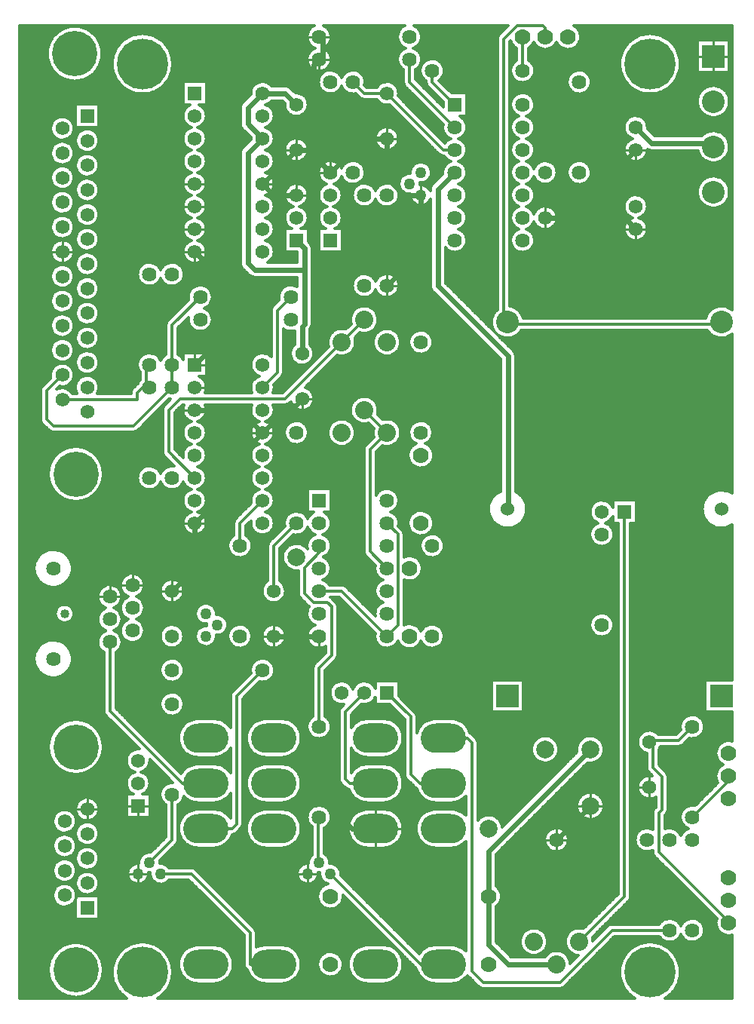
<source format=gbl>
%FSLAX23Y23*%
%MOIN*%
G70*
G01*
G75*
%ADD10C,0.024*%
%ADD11C,0.012*%
%ADD12C,0.010*%
%ADD13C,0.064*%
%ADD14C,0.060*%
%ADD15C,0.100*%
%ADD16R,0.100X0.100*%
%ADD17O,0.200X0.130*%
%ADD18C,0.079*%
%ADD19R,0.062X0.062*%
%ADD20C,0.062*%
%ADD21C,0.050*%
%ADD22C,0.070*%
%ADD23C,0.080*%
%ADD24C,0.040*%
%ADD25C,0.200*%
%ADD26C,0.225*%
D10*
X10053Y9909D02*
X10228Y10084D01*
X9928Y9784D02*
X10053Y9909D01*
X10228Y9734D01*
X8803Y10059D02*
Y10459D01*
X8778Y10084D02*
X8803Y10059D01*
X8878Y9984D01*
X8753Y7304D02*
Y7934D01*
X8478Y8934D02*
X8578Y8834D01*
X8698Y8954D01*
X8503Y8759D02*
X8578Y8834D01*
X8753Y7934D02*
X8828D01*
X8628D02*
X8753D01*
X8763Y9554D02*
Y9649D01*
Y9314D02*
Y9554D01*
X9578Y6784D02*
Y6984D01*
Y6569D02*
Y6784D01*
X8543Y9554D02*
X8763D01*
X8803Y10459D02*
X8843Y10499D01*
X8728Y10084D02*
X8778D01*
X8973Y7084D02*
X9078D01*
X8753Y7304D02*
X8973Y7084D01*
X8513Y10069D02*
X8578Y10134D01*
X8513Y9584D02*
Y10069D01*
Y9584D02*
X8543Y9554D01*
X8278Y9134D02*
X8363Y9219D01*
Y9549D01*
X8278Y9634D02*
X8363Y9549D01*
X8278Y8434D02*
X8503Y8659D01*
Y8759D01*
X8753Y9184D02*
Y9304D01*
X8763Y9314D01*
X8728Y9684D02*
X8763Y9649D01*
X8513Y10269D02*
X8578Y10334D01*
X8513Y10199D02*
Y10269D01*
Y10199D02*
X8578Y10134D01*
X9661Y8497D02*
X9663D01*
Y9174D01*
X9353Y9484D02*
X9663Y9174D01*
X9353Y9484D02*
Y9909D01*
X9428Y9984D01*
X9578Y6569D02*
X9663Y6484D01*
X9878D01*
X9578Y6984D02*
X10028Y7434D01*
X10571Y10098D02*
Y10114D01*
X10298D02*
X10571D01*
X10228Y10184D02*
X10298Y10114D01*
X8578Y10334D02*
X8678D01*
X8728Y10284D01*
X9878Y7034D02*
X10028Y7184D01*
X8278Y8234D02*
Y8434D01*
X8178Y8134D02*
X8278Y8234D01*
X8698Y8954D02*
X8723D01*
X8753Y8984D01*
X8278Y8934D02*
X8478D01*
X8578Y9934D02*
X8628Y9884D01*
X8728D01*
X8578Y9934D02*
X8728Y10084D01*
X9828Y9784D02*
X9928D01*
X8828Y10584D02*
X8843Y10569D01*
Y10499D02*
Y10569D01*
X8878Y9984D02*
X9028Y10134D01*
X9128D01*
Y9961D02*
Y10134D01*
Y9961D02*
X9205Y9884D01*
X9278D01*
Y9634D02*
Y9884D01*
X9128Y9484D02*
X9278Y9634D01*
D11*
X7874Y6459D02*
X7873Y6469D01*
X7872Y6479D01*
X7870Y6489D01*
X7867Y6499D01*
X7864Y6508D01*
X7859Y6517D01*
X7854Y6526D01*
X7848Y6534D01*
X7842Y6541D01*
X7835Y6548D01*
X7827Y6555D01*
X7819Y6561D01*
X7810Y6566D01*
X7801Y6570D01*
X7792Y6574D01*
X7782Y6577D01*
X7773Y6579D01*
X7763Y6580D01*
X7753Y6580D01*
X7743Y6580D01*
X7733Y6579D01*
X7723Y6577D01*
X7713Y6574D01*
X7704Y6570D01*
X7695Y6566D01*
X7687Y6561D01*
X7678Y6555D01*
X7671Y6548D01*
X7664Y6541D01*
X7657Y6534D01*
X7651Y6526D01*
X7646Y6517D01*
X7642Y6508D01*
X7638Y6499D01*
X7635Y6489D01*
X7633Y6479D01*
X7632Y6469D01*
X7632Y6459D01*
X7632Y6449D01*
X7633Y6439D01*
X7635Y6430D01*
X7638Y6420D01*
X7642Y6411D01*
X7646Y6402D01*
X7651Y6393D01*
X7657Y6385D01*
X7664Y6377D01*
X7671Y6370D01*
X7678Y6364D01*
X7687Y6358D01*
X7695Y6353D01*
X7704Y6349D01*
X7713Y6345D01*
X7723Y6342D01*
X7733Y6340D01*
X7743Y6339D01*
X7753Y6338D01*
X7763Y6339D01*
X7773Y6340D01*
X7782Y6342D01*
X7792Y6345D01*
X7801Y6349D01*
X7810Y6353D01*
X7819Y6358D01*
X7827Y6364D01*
X7835Y6370D01*
X7842Y6377D01*
X7848Y6385D01*
X7854Y6393D01*
X7859Y6402D01*
X7864Y6411D01*
X7867Y6420D01*
X7870Y6430D01*
X7872Y6439D01*
X7873Y6449D01*
X7874Y6459D01*
X7755Y6789D02*
X7754Y6799D01*
X7751Y6809D01*
X7747Y6817D01*
X7740Y6825D01*
X7733Y6832D01*
X7724Y6837D01*
X7715Y6840D01*
X7705Y6841D01*
X7696Y6841D01*
X7686Y6839D01*
X7677Y6835D01*
X7669Y6829D01*
X7662Y6822D01*
X7657Y6813D01*
X7653Y6804D01*
X7651Y6795D01*
X7651Y6785D01*
X7653Y6775D01*
X7656Y6766D01*
X7662Y6758D01*
X7668Y6750D01*
X7676Y6745D01*
X7685Y6740D01*
X7695Y6738D01*
X7705Y6737D01*
X7714Y6739D01*
X7724Y6742D01*
X7732Y6747D01*
X7740Y6753D01*
X7746Y6761D01*
X7751Y6769D01*
X7753Y6778D01*
X7755Y6786D01*
X7855Y6843D02*
X7854Y6853D01*
X7851Y6863D01*
X7846Y6871D01*
X7840Y6879D01*
X7833Y6886D01*
X7824Y6891D01*
X7815Y6894D01*
X7805Y6895D01*
X7795Y6895D01*
X7786Y6893D01*
X7777Y6888D01*
X7769Y6883D01*
X7762Y6876D01*
X7757Y6867D01*
X7753Y6858D01*
X7751Y6848D01*
Y6838D01*
X7753Y6829D01*
X7757Y6820D01*
X7762Y6811D01*
X7769Y6804D01*
X7777Y6798D01*
X7786Y6794D01*
X7795Y6792D01*
X7805Y6791D01*
X7815Y6793D01*
X7824Y6796D01*
X7833Y6801D01*
X7840Y6807D01*
X7846Y6815D01*
X7851Y6824D01*
X7854Y6834D01*
X7855Y6843D01*
X7755Y6898D02*
X7754Y6908D01*
X7751Y6918D01*
X7746Y6926D01*
X7740Y6934D01*
X7733Y6941D01*
X7724Y6946D01*
X7715Y6949D01*
X7705Y6950D01*
X7695Y6950D01*
X7686Y6948D01*
X7677Y6943D01*
X7669Y6938D01*
X7662Y6931D01*
X7657Y6922D01*
X7653Y6913D01*
X7651Y6903D01*
Y6893D01*
X7653Y6884D01*
X7657Y6875D01*
X7662Y6866D01*
X7669Y6859D01*
X7677Y6853D01*
X7686Y6849D01*
X7695Y6847D01*
X7705Y6846D01*
X7715Y6848D01*
X7724Y6851D01*
X7733Y6856D01*
X7740Y6862D01*
X7746Y6870D01*
X7751Y6879D01*
X7754Y6889D01*
X7755Y6898D01*
X7755Y6786D02*
X7755Y6789D01*
Y7007D02*
X7754Y7017D01*
X7751Y7027D01*
X7746Y7035D01*
X7740Y7043D01*
X7733Y7050D01*
X7724Y7055D01*
X7715Y7058D01*
X7705Y7059D01*
X7695Y7059D01*
X7686Y7057D01*
X7677Y7052D01*
X7669Y7047D01*
X7662Y7040D01*
X7657Y7031D01*
X7653Y7022D01*
X7651Y7012D01*
Y7002D01*
X7653Y6993D01*
X7657Y6984D01*
X7662Y6975D01*
X7669Y6968D01*
X7677Y6962D01*
X7686Y6958D01*
X7695Y6956D01*
X7705Y6955D01*
X7715Y6957D01*
X7724Y6960D01*
X7733Y6965D01*
X7740Y6971D01*
X7746Y6979D01*
X7751Y6988D01*
X7754Y6998D01*
X7755Y7007D01*
X7855Y6952D02*
X7854Y6962D01*
X7851Y6972D01*
X7846Y6980D01*
X7840Y6988D01*
X7833Y6995D01*
X7824Y7000D01*
X7815Y7003D01*
X7805Y7004D01*
X7795Y7004D01*
X7786Y7002D01*
X7777Y6997D01*
X7769Y6992D01*
X7762Y6985D01*
X7757Y6976D01*
X7753Y6967D01*
X7751Y6957D01*
Y6947D01*
X7753Y6938D01*
X7757Y6929D01*
X7762Y6920D01*
X7769Y6913D01*
X7777Y6907D01*
X7786Y6903D01*
X7795Y6901D01*
X7805Y6900D01*
X7815Y6902D01*
X7824Y6905D01*
X7833Y6910D01*
X7840Y6916D01*
X7846Y6924D01*
X7851Y6933D01*
X7854Y6943D01*
X7855Y6952D01*
Y7061D02*
X7854Y7071D01*
X7851Y7081D01*
X7846Y7089D01*
X7840Y7097D01*
X7833Y7104D01*
X7824Y7109D01*
X7815Y7112D01*
X7805Y7113D01*
X7795Y7113D01*
X7786Y7111D01*
X7777Y7106D01*
X7769Y7101D01*
X7762Y7094D01*
X7757Y7085D01*
X7753Y7076D01*
X7751Y7066D01*
Y7056D01*
X7753Y7047D01*
X7757Y7038D01*
X7762Y7029D01*
X7769Y7022D01*
X7777Y7016D01*
X7786Y7012D01*
X7795Y7010D01*
X7805Y7009D01*
X7815Y7011D01*
X7824Y7014D01*
X7833Y7019D01*
X7840Y7025D01*
X7846Y7033D01*
X7851Y7042D01*
X7854Y7052D01*
X7855Y7061D01*
X7755Y7116D02*
X7754Y7126D01*
X7751Y7136D01*
X7746Y7144D01*
X7740Y7152D01*
X7733Y7159D01*
X7724Y7164D01*
X7715Y7167D01*
X7705Y7168D01*
X7695Y7168D01*
X7686Y7166D01*
X7677Y7161D01*
X7669Y7156D01*
X7662Y7149D01*
X7657Y7140D01*
X7653Y7131D01*
X7651Y7121D01*
Y7111D01*
X7653Y7102D01*
X7657Y7093D01*
X7662Y7084D01*
X7669Y7077D01*
X7677Y7071D01*
X7686Y7067D01*
X7695Y7065D01*
X7705Y7064D01*
X7715Y7066D01*
X7724Y7069D01*
X7733Y7074D01*
X7740Y7080D01*
X7746Y7088D01*
X7751Y7097D01*
X7754Y7107D01*
X7755Y7116D01*
X7855Y7170D02*
X7854Y7180D01*
X7851Y7190D01*
X7846Y7198D01*
X7840Y7206D01*
X7833Y7213D01*
X7824Y7218D01*
X7815Y7221D01*
X7805Y7222D01*
X7795Y7222D01*
X7786Y7220D01*
X7777Y7215D01*
X7769Y7210D01*
X7762Y7203D01*
X7757Y7194D01*
X7753Y7185D01*
X7751Y7175D01*
Y7165D01*
X7753Y7156D01*
X7757Y7147D01*
X7762Y7138D01*
X7769Y7131D01*
X7777Y7125D01*
X7786Y7121D01*
X7795Y7119D01*
X7805Y7118D01*
X7815Y7120D01*
X7824Y7123D01*
X7833Y7128D01*
X7840Y7134D01*
X7846Y7142D01*
X7851Y7151D01*
X7854Y7161D01*
X7855Y7170D01*
X8115Y6334D02*
X8123Y6340D01*
X8131Y6346D01*
X8139Y6352D01*
X8146Y6359D01*
X8152Y6367D01*
X8158Y6375D01*
X8163Y6383D01*
X8168Y6392D01*
X8171Y6401D01*
X8175Y6410D01*
X8177Y6420D01*
X8179Y6430D01*
X8180Y6439D01*
X8181Y6449D01*
X8180Y6459D01*
X8179Y6469D01*
X8177Y6479D01*
X8175Y6489D01*
X8171Y6498D01*
X8167Y6507D01*
X8163Y6516D01*
X8157Y6524D01*
X8152Y6532D01*
X8145Y6540D01*
X8138Y6547D01*
X8130Y6554D01*
X8122Y6559D01*
X8114Y6565D01*
X8105Y6569D01*
X8096Y6573D01*
X8087Y6577D01*
X8077Y6579D01*
X8067Y6581D01*
X8057Y6582D01*
X8048Y6583D01*
X8038Y6582D01*
X8028Y6581D01*
X8018Y6580D01*
X8008Y6577D01*
X7999Y6574D01*
X7990Y6570D01*
X7981Y6565D01*
X7972Y6560D01*
X7964Y6554D01*
X7957Y6548D01*
X7950Y6541D01*
X7943Y6533D01*
X7937Y6525D01*
X7932Y6517D01*
X7927Y6508D01*
X7923Y6499D01*
X7920Y6490D01*
X7917Y6480D01*
X7915Y6470D01*
X7914Y6460D01*
X7914Y6450D01*
X7914Y6440D01*
X7915Y6430D01*
X7917Y6421D01*
X7919Y6411D01*
X7922Y6402D01*
X7926Y6392D01*
X7931Y6384D01*
X7936Y6375D01*
X7942Y6367D01*
X7948Y6359D01*
X7955Y6352D01*
X7963Y6346D01*
X7971Y6340D01*
X7979Y6334D01*
X8032Y6930D02*
X8022Y6930D01*
X8012Y6928D01*
X8003Y6923D01*
X7995Y6917D01*
X7989Y6909D01*
X7985Y6900D01*
X7982Y6890D01*
X7982Y6880D01*
X7984Y6871D01*
X7988Y6861D01*
X7994Y6853D01*
X8001Y6847D01*
X8010Y6842D01*
X8020Y6839D01*
X8030Y6838D01*
X8040Y6840D01*
X8049Y6844D01*
X8057Y6849D01*
X8064Y6856D01*
X8069Y6865D01*
X8073Y6874D01*
X8074Y6884D01*
X8082Y6889D02*
X8082Y6879D01*
X8084Y6869D01*
X8089Y6860D01*
X8095Y6852D01*
X8103Y6846D01*
X8112Y6841D01*
X8121Y6839D01*
X8131Y6838D01*
X8141Y6840D01*
X8150Y6844D01*
X8158Y6850D01*
X8165Y6857D01*
X8074Y6884D02*
X8074Y6889D01*
X8082D01*
X8165Y6911D02*
X8159Y6918D01*
X8151Y6924D01*
X8142Y6928D01*
X8133Y6930D01*
X8124Y6930D01*
X8124Y6934D01*
X8123Y6942D01*
X8085Y6980D02*
X8075Y6980D01*
X8064Y6978D01*
X8055Y6974D01*
X8046Y6968D01*
X8040Y6960D01*
X8035Y6951D01*
X8032Y6941D01*
X8032Y6930D01*
X8013Y7334D02*
X8004Y7331D01*
X7996Y7326D01*
X7989Y7319D01*
X7983Y7311D01*
X7979Y7302D01*
X7976Y7292D01*
X7976Y7282D01*
X7977Y7273D01*
X7980Y7263D01*
X7985Y7255D01*
X7991Y7247D01*
X7999Y7241D01*
X8008Y7236D01*
X8048D02*
X8057Y7241D01*
X8065Y7248D01*
X8071Y7256D01*
X8076Y7265D01*
X8079Y7274D01*
X8080Y7284D01*
Y7284D02*
X8079Y7294D01*
X8076Y7303D01*
X8072Y7312D01*
X8066Y7319D01*
X8059Y7326D01*
X8051Y7331D01*
X8042Y7334D01*
X8197Y7015D02*
X8203Y7024D01*
X8205Y7034D01*
X8197Y7015D02*
X8203Y7024D01*
X8205Y7034D01*
X8182Y7287D02*
X8172Y7287D01*
X8162Y7285D01*
X8152Y7281D01*
X8144Y7275D01*
X8137Y7268D01*
X8131Y7260D01*
X8127Y7250D01*
X8125Y7240D01*
X8125Y7230D01*
X8127Y7220D01*
X8130Y7211D01*
X8136Y7202D01*
X8143Y7195D01*
X8151Y7189D01*
X8205D02*
X8212Y7194D01*
X8219Y7201D01*
X8224Y7208D01*
X8228Y7217D01*
X8230Y7226D01*
X7737Y7834D02*
X7736Y7844D01*
X7734Y7854D01*
X7731Y7864D01*
X7727Y7873D01*
X7722Y7881D01*
X7716Y7889D01*
X7709Y7896D01*
X7702Y7903D01*
X7693Y7908D01*
X7684Y7912D01*
X7675Y7915D01*
X7665Y7917D01*
X7655Y7918D01*
X7645Y7918D01*
X7635Y7917D01*
X7626Y7914D01*
X7617Y7910D01*
X7608Y7905D01*
X7600Y7900D01*
X7592Y7893D01*
X7586Y7885D01*
X7580Y7877D01*
X7576Y7868D01*
X7572Y7859D01*
X7570Y7849D01*
X7569Y7839D01*
Y7829D01*
X7570Y7820D01*
X7572Y7810D01*
X7576Y7801D01*
X7580Y7792D01*
X7586Y7783D01*
X7592Y7776D01*
X7600Y7769D01*
X7608Y7763D01*
X7617Y7759D01*
X7626Y7755D01*
X7635Y7752D01*
X7645Y7751D01*
X7655Y7750D01*
X7665Y7751D01*
X7675Y7753D01*
X7684Y7757D01*
X7693Y7761D01*
X7702Y7766D01*
X7709Y7772D01*
X7716Y7780D01*
X7722Y7787D01*
X7727Y7796D01*
X7731Y7805D01*
X7734Y7815D01*
X7736Y7824D01*
X7737Y7834D01*
X7874Y7445D02*
X7873Y7455D01*
X7872Y7465D01*
X7870Y7475D01*
X7867Y7485D01*
X7864Y7494D01*
X7859Y7503D01*
X7854Y7512D01*
X7848Y7520D01*
X7842Y7527D01*
X7835Y7534D01*
X7827Y7541D01*
X7819Y7547D01*
X7810Y7552D01*
X7801Y7556D01*
X7792Y7560D01*
X7782Y7563D01*
X7773Y7565D01*
X7763Y7566D01*
X7753Y7566D01*
X7743Y7566D01*
X7733Y7565D01*
X7723Y7563D01*
X7713Y7560D01*
X7704Y7556D01*
X7695Y7552D01*
X7687Y7547D01*
X7678Y7541D01*
X7671Y7534D01*
X7664Y7527D01*
X7657Y7520D01*
X7651Y7512D01*
X7646Y7503D01*
X7642Y7494D01*
X7638Y7485D01*
X7635Y7475D01*
X7633Y7465D01*
X7632Y7455D01*
X7632Y7445D01*
X7632Y7435D01*
X7633Y7425D01*
X7635Y7416D01*
X7638Y7406D01*
X7642Y7397D01*
X7646Y7388D01*
X7651Y7379D01*
X7657Y7371D01*
X7664Y7363D01*
X7671Y7356D01*
X7678Y7350D01*
X7687Y7344D01*
X7695Y7339D01*
X7704Y7335D01*
X7713Y7331D01*
X7723Y7328D01*
X7733Y7326D01*
X7743Y7325D01*
X7753Y7324D01*
X7763Y7325D01*
X7773Y7326D01*
X7782Y7328D01*
X7792Y7331D01*
X7801Y7335D01*
X7810Y7339D01*
X7819Y7344D01*
X7827Y7350D01*
X7835Y7356D01*
X7842Y7363D01*
X7848Y7371D01*
X7854Y7379D01*
X7859Y7388D01*
X7864Y7397D01*
X7867Y7406D01*
X7870Y7416D01*
X7872Y7425D01*
X7873Y7435D01*
X7874Y7445D01*
X7744Y8034D02*
X7743Y8044D01*
X7739Y8053D01*
X7733Y8062D01*
X7726Y8068D01*
X7717Y8073D01*
X7708Y8075D01*
X7698D01*
X7688Y8073D01*
X7679Y8068D01*
X7672Y8062D01*
X7666Y8053D01*
X7663Y8044D01*
X7662Y8034D01*
X7663Y8025D01*
X7666Y8015D01*
X7672Y8007D01*
X7679Y8001D01*
X7688Y7996D01*
X7698Y7994D01*
X7708D01*
X7717Y7996D01*
X7726Y8001D01*
X7733Y8007D01*
X7739Y8015D01*
X7743Y8025D01*
X7744Y8034D01*
X7885Y7959D02*
X7876Y7955D01*
X7868Y7949D01*
X7861Y7942D01*
X7856Y7934D01*
X7852Y7924D01*
X7850Y7915D01*
X7850Y7905D01*
X7852Y7895D01*
X7855Y7885D01*
X7861Y7877D01*
X7868Y7870D01*
X7876Y7864D01*
X7885Y8059D02*
X7876Y8055D01*
X7868Y8049D01*
X7861Y8042D01*
X7856Y8034D01*
X7852Y8024D01*
X7850Y8014D01*
Y8004D01*
X7852Y7994D01*
X7856Y7985D01*
X7861Y7977D01*
X7868Y7969D01*
X7876Y7964D01*
X7885Y7959D01*
X7737Y8234D02*
X7736Y8244D01*
X7734Y8254D01*
X7731Y8264D01*
X7727Y8273D01*
X7722Y8281D01*
X7716Y8289D01*
X7709Y8296D01*
X7702Y8303D01*
X7693Y8308D01*
X7684Y8312D01*
X7675Y8315D01*
X7665Y8317D01*
X7655Y8318D01*
X7645Y8318D01*
X7635Y8317D01*
X7626Y8314D01*
X7617Y8310D01*
X7608Y8305D01*
X7600Y8300D01*
X7592Y8293D01*
X7586Y8285D01*
X7580Y8277D01*
X7576Y8268D01*
X7572Y8259D01*
X7570Y8249D01*
X7569Y8239D01*
Y8229D01*
X7570Y8220D01*
X7572Y8210D01*
X7576Y8201D01*
X7580Y8192D01*
X7586Y8183D01*
X7592Y8176D01*
X7600Y8169D01*
X7608Y8163D01*
X7617Y8159D01*
X7626Y8155D01*
X7635Y8152D01*
X7645Y8151D01*
X7655Y8150D01*
X7665Y8151D01*
X7675Y8153D01*
X7684Y8157D01*
X7693Y8161D01*
X7702Y8166D01*
X7709Y8172D01*
X7716Y8180D01*
X7722Y8187D01*
X7727Y8196D01*
X7731Y8205D01*
X7734Y8215D01*
X7736Y8224D01*
X7737Y8234D01*
X7956Y8109D02*
X7955Y8119D01*
X7952Y8129D01*
X7947Y8138D01*
X7941Y8146D01*
X7934Y8153D01*
X7925Y8158D01*
X7915Y8161D01*
X7905Y8162D01*
X7895Y8162D01*
X7886Y8159D01*
X7876Y8155D01*
X7868Y8150D01*
X7861Y8142D01*
X7856Y8134D01*
X7852Y8124D01*
X7850Y8115D01*
X7850Y8105D01*
X7852Y8095D01*
X7856Y8085D01*
X7861Y8077D01*
X7868Y8069D01*
X7876Y8064D01*
X7885Y8059D01*
X7876Y7604D02*
X7878Y7594D01*
X7884Y7585D01*
X8033Y7436D02*
X8023Y7436D01*
X8013Y7434D01*
X8003Y7430D01*
X7995Y7424D01*
X7987Y7417D01*
X7982Y7409D01*
X7978Y7399D01*
X7976Y7389D01*
X7976Y7379D01*
X7978Y7369D01*
X7982Y7359D01*
X7988Y7351D01*
X7995Y7344D01*
X8004Y7338D01*
X8013Y7334D01*
X8042D02*
X8051Y7338D01*
X8059Y7343D01*
X8066Y7349D01*
X8072Y7357D01*
X8076Y7366D01*
X8079Y7375D01*
X8080Y7384D01*
Y7384D02*
X8080Y7389D01*
X7876Y7604D02*
X7878Y7594D01*
X7884Y7585D01*
X7930Y7864D02*
X7939Y7870D01*
X7946Y7878D01*
X7951Y7888D01*
X7955Y7898D01*
X7956Y7909D01*
X8231Y7634D02*
X8230Y7644D01*
X8227Y7654D01*
X8222Y7663D01*
X8216Y7671D01*
X8208Y7678D01*
X8200Y7683D01*
X8190Y7686D01*
X8180Y7687D01*
X8170Y7687D01*
X8160Y7684D01*
X8151Y7680D01*
X8143Y7674D01*
X8136Y7667D01*
X8131Y7659D01*
X8127Y7649D01*
X8125Y7639D01*
Y7629D01*
X8127Y7619D01*
X8131Y7610D01*
X8136Y7602D01*
X8143Y7594D01*
X8151Y7588D01*
X8160Y7584D01*
X8170Y7582D01*
X8180Y7581D01*
X8190Y7583D01*
X8200Y7586D01*
X8208Y7591D01*
X8216Y7598D01*
X8222Y7606D01*
X8227Y7615D01*
X8230Y7624D01*
X8231Y7634D01*
Y7784D02*
X8230Y7794D01*
X8227Y7804D01*
X8222Y7813D01*
X8216Y7821D01*
X8208Y7828D01*
X8200Y7833D01*
X8190Y7836D01*
X8180Y7837D01*
X8170Y7837D01*
X8160Y7834D01*
X8151Y7830D01*
X8143Y7824D01*
X8136Y7817D01*
X8131Y7809D01*
X8127Y7799D01*
X8125Y7789D01*
Y7779D01*
X8127Y7769D01*
X8131Y7760D01*
X8136Y7752D01*
X8143Y7744D01*
X8151Y7738D01*
X8160Y7734D01*
X8170Y7732D01*
X8180Y7731D01*
X8190Y7733D01*
X8200Y7736D01*
X8208Y7741D01*
X8216Y7748D01*
X8222Y7756D01*
X8227Y7765D01*
X8230Y7774D01*
X8231Y7784D01*
X8230Y7934D02*
X8229Y7944D01*
X8226Y7954D01*
X8221Y7962D01*
X8215Y7970D01*
X8208Y7977D01*
X8199Y7982D01*
X8190Y7985D01*
X8180Y7986D01*
X8170Y7986D01*
X8161Y7984D01*
X8152Y7979D01*
X8144Y7974D01*
X8137Y7967D01*
X8132Y7958D01*
X8128Y7949D01*
X8126Y7939D01*
Y7929D01*
X8128Y7920D01*
X8132Y7911D01*
X8137Y7902D01*
X8144Y7895D01*
X8152Y7889D01*
X8161Y7885D01*
X8170Y7883D01*
X8180Y7882D01*
X8190Y7884D01*
X8199Y7887D01*
X8208Y7892D01*
X8215Y7898D01*
X8221Y7906D01*
X8226Y7915D01*
X8229Y7925D01*
X8230Y7934D01*
X7956Y7909D02*
X7955Y7919D01*
X7952Y7928D01*
X7949Y7936D01*
X7943Y7944D01*
X7936Y7950D01*
X7929Y7956D01*
X7920Y7959D01*
X7929Y7963D01*
X7936Y7969D01*
X7943Y7975D01*
X7949Y7983D01*
X7952Y7991D01*
X7955Y8000D01*
X7956Y8009D01*
X7955Y8019D01*
X7952Y8028D01*
X7949Y8036D01*
X7943Y8044D01*
X7936Y8050D01*
X7929Y8056D01*
X7920Y8059D01*
X7929Y8063D01*
X7936Y8069D01*
X7943Y8075D01*
X7949Y8083D01*
X7952Y8091D01*
X7955Y8100D01*
X7956Y8109D01*
X7985D02*
X7976Y8105D01*
X7968Y8099D01*
X7961Y8092D01*
X7956Y8084D01*
X7952Y8074D01*
X7950Y8064D01*
Y8054D01*
X7952Y8044D01*
X7956Y8035D01*
X7961Y8027D01*
X7968Y8019D01*
X7976Y8014D01*
X7985Y8009D01*
X7976Y8005D01*
X7968Y7999D01*
X7961Y7992D01*
X7956Y7983D01*
X7952Y7974D01*
X7950Y7964D01*
X7950Y7954D01*
X7952Y7944D01*
X7956Y7935D01*
X7961Y7926D01*
X7968Y7919D01*
X7976Y7913D01*
X7986Y7909D01*
X7995Y7907D01*
X8005Y7906D01*
X8015Y7908D01*
X8025Y7911D01*
X8034Y7916D01*
X8041Y7923D01*
X8047Y7931D01*
X8052Y7940D01*
X8055Y7949D01*
X8056Y7959D01*
Y7959D02*
X8055Y7969D01*
X8052Y7978D01*
X8049Y7986D01*
X8043Y7994D01*
X8036Y8000D01*
X8029Y8006D01*
X8020Y8009D01*
X8029Y8013D01*
X8036Y8019D01*
X8043Y8025D01*
X8049Y8033D01*
X8052Y8041D01*
X8055Y8050D01*
X8056Y8059D01*
X8055Y8069D01*
X8052Y8078D01*
X8049Y8086D01*
X8043Y8094D01*
X8036Y8100D01*
X8029Y8106D01*
X8020Y8109D01*
X8056Y8159D02*
X8055Y8169D01*
X8052Y8179D01*
X8047Y8188D01*
X8041Y8196D01*
X8034Y8203D01*
X8025Y8208D01*
X8015Y8211D01*
X8005Y8212D01*
X7995Y8212D01*
X7986Y8209D01*
X7976Y8205D01*
X7968Y8200D01*
X7961Y8192D01*
X7956Y8184D01*
X7952Y8174D01*
X7950Y8165D01*
X7950Y8155D01*
X7952Y8145D01*
X7956Y8135D01*
X7961Y8127D01*
X7968Y8119D01*
X7976Y8114D01*
X7985Y8109D01*
X8020D02*
X8029Y8113D01*
X8036Y8119D01*
X8043Y8125D01*
X8049Y8133D01*
X8052Y8141D01*
X8055Y8150D01*
X8056Y8159D01*
X8230Y8134D02*
X8229Y8144D01*
X8226Y8154D01*
X8221Y8162D01*
X8215Y8170D01*
X8208Y8177D01*
X8199Y8182D01*
X8190Y8185D01*
X8180Y8186D01*
X8170Y8186D01*
X8161Y8184D01*
X8152Y8179D01*
X8144Y8174D01*
X8137Y8167D01*
X8132Y8158D01*
X8128Y8149D01*
X8126Y8139D01*
Y8129D01*
X8128Y8120D01*
X8132Y8111D01*
X8137Y8102D01*
X8144Y8095D01*
X8152Y8089D01*
X8161Y8085D01*
X8170Y8083D01*
X8180Y8082D01*
X8190Y8084D01*
X8199Y8087D01*
X8208Y8092D01*
X8215Y8098D01*
X8221Y8106D01*
X8226Y8115D01*
X8229Y8125D01*
X8230Y8134D01*
X8293Y6570D02*
X8283Y6570D01*
X8273Y6568D01*
X8263Y6565D01*
X8254Y6561D01*
X8245Y6556D01*
X8237Y6550D01*
X8230Y6543D01*
X8224Y6536D01*
X8218Y6527D01*
X8214Y6518D01*
X8210Y6509D01*
X8208Y6499D01*
X8207Y6489D01*
Y6479D01*
X8208Y6469D01*
X8210Y6460D01*
X8214Y6450D01*
X8218Y6441D01*
X8224Y6433D01*
X8230Y6425D01*
X8237Y6418D01*
X8245Y6413D01*
X8254Y6408D01*
X8263Y6404D01*
X8273Y6401D01*
X8283Y6399D01*
X8293Y6398D01*
X8363D02*
X8372Y6399D01*
X8382Y6401D01*
X8391Y6403D01*
X8400Y6407D01*
X8409Y6412D01*
X8416Y6417D01*
X8424Y6424D01*
X8430Y6431D01*
X8436Y6439D01*
X8440Y6447D01*
X8444Y6456D01*
X8447Y6465D01*
X8448Y6475D01*
X8449Y6484D01*
Y6484D02*
X8448Y6494D01*
X8447Y6504D01*
X8444Y6513D01*
X8440Y6522D01*
X8436Y6530D01*
X8430Y6538D01*
X8424Y6545D01*
X8416Y6552D01*
X8409Y6557D01*
X8400Y6562D01*
X8391Y6566D01*
X8382Y6568D01*
X8372Y6570D01*
X8363Y6570D01*
X8282Y6903D02*
X8273Y6909D01*
X8263Y6911D01*
X8282Y6903D02*
X8273Y6909D01*
X8263Y6911D01*
X8293Y7170D02*
X8283Y7170D01*
X8273Y7168D01*
X8263Y7165D01*
X8254Y7161D01*
X8245Y7156D01*
X8237Y7150D01*
X8230Y7143D01*
X8224Y7136D01*
X8218Y7127D01*
X8214Y7118D01*
X8210Y7109D01*
X8208Y7099D01*
X8207Y7089D01*
Y7079D01*
X8208Y7069D01*
X8210Y7060D01*
X8214Y7050D01*
X8218Y7041D01*
X8224Y7033D01*
X8230Y7025D01*
X8237Y7018D01*
X8245Y7013D01*
X8254Y7008D01*
X8263Y7004D01*
X8273Y7001D01*
X8283Y6999D01*
X8293Y6998D01*
Y7370D02*
X8283Y7370D01*
X8273Y7368D01*
X8263Y7365D01*
X8254Y7361D01*
X8245Y7356D01*
X8237Y7350D01*
X8230Y7343D01*
X8224Y7336D01*
X8218Y7327D01*
X8230Y7226D02*
X8237Y7219D01*
X8245Y7213D01*
X8254Y7208D01*
X8263Y7204D01*
X8273Y7201D01*
X8283Y7199D01*
X8293Y7198D01*
X8363Y6998D02*
X8373Y6999D01*
X8382Y7001D01*
X8392Y7003D01*
X8401Y7007D01*
X8409Y7012D01*
X8417Y7018D01*
X8424Y7024D01*
X8431Y7032D01*
X8436Y7040D01*
X8441Y7048D01*
X8444Y7057D01*
X8444D02*
X8454Y7060D01*
X8462Y7065D01*
X8436Y7130D02*
X8430Y7138D01*
X8424Y7145D01*
X8417Y7151D01*
X8409Y7157D01*
X8400Y7162D01*
X8391Y7166D01*
X8382Y7168D01*
X8372Y7170D01*
X8363Y7170D01*
X8444Y7057D02*
X8454Y7060D01*
X8462Y7065D01*
X8363Y7198D02*
X8372Y7199D01*
X8382Y7201D01*
X8391Y7203D01*
X8400Y7207D01*
X8409Y7212D01*
X8417Y7217D01*
X8424Y7224D01*
X8430Y7231D01*
X8436Y7239D01*
Y7330D02*
X8430Y7338D01*
X8424Y7345D01*
X8417Y7351D01*
X8409Y7357D01*
X8400Y7362D01*
X8391Y7366D01*
X8382Y7368D01*
X8372Y7370D01*
X8363Y7370D01*
X8496Y6484D02*
X8497Y6475D01*
X8503Y6467D01*
X8510Y6461D01*
X8496Y6484D02*
X8497Y6475D01*
X8503Y6467D01*
X8510Y6461D01*
X8513Y6451D01*
X8518Y6442D01*
X8523Y6433D01*
X8530Y6426D01*
X8537Y6419D01*
X8545Y6413D01*
X8554Y6408D01*
X8563Y6404D01*
X8573Y6401D01*
X8583Y6399D01*
X8593Y6398D01*
Y6570D02*
X8584Y6570D01*
X8575Y6568D01*
X8566Y6566D01*
X8558Y6563D01*
X8550Y6559D01*
Y6624D02*
X8548Y6635D01*
X8542Y6643D01*
X8550Y6624D02*
X8548Y6635D01*
X8542Y6643D01*
X8593Y7170D02*
X8583Y7170D01*
X8573Y7168D01*
X8563Y7165D01*
X8554Y7161D01*
X8545Y7156D01*
X8537Y7150D01*
X8530Y7143D01*
X8524Y7136D01*
X8518Y7127D01*
X8514Y7118D01*
X8510Y7109D01*
X8508Y7099D01*
X8507Y7089D01*
Y7079D01*
X8508Y7069D01*
X8510Y7060D01*
X8514Y7050D01*
X8518Y7041D01*
X8524Y7033D01*
X8530Y7025D01*
X8537Y7018D01*
X8545Y7013D01*
X8554Y7008D01*
X8563Y7004D01*
X8573Y7001D01*
X8583Y6999D01*
X8593Y6998D01*
X8663Y6398D02*
X8672Y6399D01*
X8682Y6401D01*
X8691Y6403D01*
X8700Y6407D01*
X8709Y6412D01*
X8716Y6417D01*
X8724Y6424D01*
X8730Y6431D01*
X8736Y6439D01*
X8740Y6447D01*
X8744Y6456D01*
X8747Y6465D01*
X8748Y6475D01*
X8749Y6484D01*
Y6484D02*
X8748Y6494D01*
X8747Y6504D01*
X8744Y6513D01*
X8740Y6522D01*
X8736Y6530D01*
X8730Y6538D01*
X8724Y6545D01*
X8716Y6552D01*
X8709Y6557D01*
X8700Y6562D01*
X8691Y6566D01*
X8682Y6568D01*
X8672Y6570D01*
X8663Y6570D01*
Y6998D02*
X8672Y6999D01*
X8682Y7001D01*
X8691Y7003D01*
X8700Y7007D01*
X8709Y7012D01*
X8716Y7017D01*
X8724Y7024D01*
X8730Y7031D01*
X8736Y7039D01*
X8740Y7047D01*
X8744Y7056D01*
X8747Y7065D01*
X8748Y7075D01*
X8749Y7084D01*
X8782Y6930D02*
X8772Y6930D01*
X8762Y6928D01*
X8753Y6923D01*
X8745Y6917D01*
X8739Y6909D01*
X8735Y6900D01*
X8732Y6890D01*
X8732Y6880D01*
X8734Y6871D01*
X8738Y6861D01*
X8744Y6853D01*
X8751Y6847D01*
X8760Y6842D01*
X8770Y6839D01*
X8780Y6838D01*
X8790Y6840D01*
X8799Y6844D01*
X8807Y6849D01*
X8814Y6856D01*
X8819Y6865D01*
X8823Y6874D01*
X8824Y6884D01*
X8796Y6967D02*
X8789Y6960D01*
X8785Y6950D01*
X8782Y6940D01*
X8782Y6930D01*
X8482Y7085D02*
X8488Y7094D01*
X8490Y7104D01*
X8482Y7085D02*
X8488Y7094D01*
X8490Y7104D01*
X8593Y7370D02*
X8583Y7370D01*
X8573Y7368D01*
X8563Y7365D01*
X8554Y7361D01*
X8545Y7356D01*
X8537Y7350D01*
X8530Y7343D01*
X8524Y7336D01*
X8518Y7327D01*
X8514Y7318D01*
X8510Y7309D01*
X8508Y7299D01*
X8507Y7289D01*
Y7279D01*
X8508Y7269D01*
X8510Y7260D01*
X8514Y7250D01*
X8518Y7241D01*
X8524Y7233D01*
X8530Y7225D01*
X8537Y7218D01*
X8545Y7213D01*
X8554Y7208D01*
X8563Y7204D01*
X8573Y7201D01*
X8583Y7199D01*
X8593Y7198D01*
X8749Y7084D02*
X8748Y7094D01*
X8747Y7104D01*
X8744Y7113D01*
X8740Y7122D01*
X8736Y7130D01*
X8730Y7138D01*
X8724Y7145D01*
X8716Y7152D01*
X8709Y7157D01*
X8700Y7162D01*
X8691Y7166D01*
X8682Y7168D01*
X8672Y7170D01*
X8663Y7170D01*
X8881Y7134D02*
X8880Y7144D01*
X8877Y7154D01*
X8873Y7162D01*
X8867Y7170D01*
X8860Y7177D01*
X8851Y7182D01*
X8842Y7185D01*
X8833Y7187D01*
X8823Y7187D01*
X8813Y7185D01*
X8804Y7182D01*
X8796Y7177D01*
X8789Y7170D01*
X8783Y7162D01*
X8778Y7154D01*
X8776Y7144D01*
X8775Y7134D01*
X8776Y7125D01*
X8778Y7115D01*
X8783Y7107D01*
X8789Y7099D01*
X8796Y7092D01*
X8663Y7198D02*
X8672Y7199D01*
X8682Y7201D01*
X8691Y7203D01*
X8700Y7207D01*
X8709Y7212D01*
X8716Y7217D01*
X8724Y7224D01*
X8730Y7231D01*
X8736Y7239D01*
X8740Y7247D01*
X8744Y7256D01*
X8747Y7265D01*
X8748Y7275D01*
X8749Y7284D01*
Y7284D02*
X8748Y7294D01*
X8747Y7304D01*
X8744Y7313D01*
X8740Y7322D01*
X8736Y7330D01*
X8730Y7338D01*
X8724Y7345D01*
X8716Y7352D01*
X8709Y7357D01*
X8700Y7362D01*
X8691Y7366D01*
X8682Y7368D01*
X8672Y7370D01*
X8663Y7370D01*
X8293Y7570D02*
X8283Y7570D01*
X8273Y7568D01*
X8263Y7565D01*
X8254Y7561D01*
X8245Y7556D01*
X8237Y7550D01*
X8230Y7543D01*
X8224Y7536D01*
X8218Y7527D01*
X8214Y7518D01*
X8210Y7509D01*
X8208Y7499D01*
X8207Y7489D01*
Y7479D01*
X8208Y7469D01*
X8210Y7460D01*
X8214Y7450D01*
X8218Y7441D01*
X8224Y7433D01*
X8230Y7425D01*
X8237Y7418D01*
X8245Y7413D01*
X8254Y7408D01*
X8263Y7404D01*
X8273Y7401D01*
X8283Y7399D01*
X8293Y7398D01*
X8363D02*
X8372Y7399D01*
X8382Y7401D01*
X8391Y7403D01*
X8400Y7407D01*
X8409Y7412D01*
X8417Y7417D01*
X8424Y7424D01*
X8430Y7431D01*
X8436Y7439D01*
Y7530D02*
X8430Y7538D01*
X8424Y7545D01*
X8417Y7551D01*
X8409Y7557D01*
X8400Y7562D01*
X8391Y7566D01*
X8382Y7568D01*
X8372Y7570D01*
X8363Y7570D01*
X8332Y7980D02*
X8322Y7980D01*
X8312Y7978D01*
X8303Y7973D01*
X8295Y7967D01*
X8289Y7959D01*
X8285Y7950D01*
X8282Y7940D01*
X8282Y7930D01*
X8284Y7921D01*
X8288Y7911D01*
X8294Y7903D01*
X8301Y7897D01*
X8310Y7892D01*
X8320Y7889D01*
X8330Y7888D01*
X8340Y7890D01*
X8349Y7894D01*
X8357Y7899D01*
X8364Y7906D01*
X8369Y7915D01*
X8373Y7924D01*
X8374Y7934D01*
X8374Y7939D01*
X8383Y7939D01*
X8392Y7941D01*
X8401Y7945D01*
X8409Y7950D01*
X8415Y7958D01*
X8420Y7966D01*
X8423Y7975D01*
X8424Y7984D01*
X8444Y7688D02*
X8438Y7680D01*
X8436Y7669D01*
X8444Y7688D02*
X8438Y7680D01*
X8436Y7669D01*
X8531Y7934D02*
X8530Y7944D01*
X8527Y7954D01*
X8522Y7963D01*
X8516Y7971D01*
X8508Y7978D01*
X8500Y7983D01*
X8490Y7986D01*
X8480Y7987D01*
X8470Y7987D01*
X8460Y7984D01*
X8451Y7980D01*
X8443Y7974D01*
X8436Y7967D01*
X8431Y7959D01*
X8427Y7949D01*
X8425Y7939D01*
Y7929D01*
X8427Y7919D01*
X8431Y7910D01*
X8436Y7902D01*
X8443Y7894D01*
X8451Y7888D01*
X8460Y7884D01*
X8470Y7882D01*
X8480Y7881D01*
X8490Y7883D01*
X8500Y7886D01*
X8508Y7891D01*
X8516Y7898D01*
X8522Y7906D01*
X8527Y7915D01*
X8530Y7924D01*
X8531Y7934D01*
X8332Y7989D02*
Y7980D01*
X8424Y7984D02*
X8423Y7994D01*
X8420Y8003D01*
X8415Y8011D01*
X8409Y8018D01*
X8401Y8024D01*
X8392Y8028D01*
X8383Y8030D01*
X8374Y8030D01*
X8374Y8034D01*
X8373Y8044D01*
X8369Y8054D01*
X8364Y8062D01*
X8357Y8070D01*
X8349Y8075D01*
X8340Y8079D01*
X8330Y8080D01*
X8320Y8080D01*
X8310Y8077D01*
X8301Y8072D01*
X8294Y8065D01*
X8288Y8057D01*
X8284Y8048D01*
X8282Y8038D01*
X8282Y8028D01*
X8285Y8019D01*
X8289Y8010D01*
X8295Y8002D01*
X8303Y7995D01*
X8312Y7991D01*
X8322Y7989D01*
X8332Y7989D01*
X8263Y8484D02*
X8254Y8481D01*
X8246Y8475D01*
X8238Y8468D01*
X8233Y8460D01*
X8229Y8451D01*
X8226Y8441D01*
X8226Y8431D01*
X8227Y8422D01*
X8231Y8412D01*
X8236Y8404D01*
X8243Y8396D01*
X8251Y8390D01*
X8260Y8386D01*
X8269Y8383D01*
X8279Y8382D01*
X8289Y8384D01*
X8299Y8387D01*
X8307Y8392D01*
X8315Y8398D01*
X8321Y8406D01*
X8326Y8415D01*
X8329Y8424D01*
X8330Y8434D01*
X8329Y8444D01*
X8326Y8453D01*
X8322Y8462D01*
X8316Y8469D01*
X8309Y8476D01*
X8301Y8481D01*
X8292Y8484D01*
X8263Y8584D02*
X8254Y8581D01*
X8245Y8575D01*
X8238Y8568D01*
X8232Y8559D01*
X8228Y8550D01*
X8226Y8540D01*
Y8529D01*
X8228Y8519D01*
X8232Y8510D01*
X8238Y8501D01*
X8245Y8494D01*
X8254Y8488D01*
X8263Y8484D01*
X8292D02*
X8301Y8488D01*
X8309Y8493D01*
X8316Y8499D01*
X8322Y8507D01*
X8326Y8516D01*
X8329Y8525D01*
X8330Y8534D01*
X8451Y8380D02*
X8443Y8374D01*
X8436Y8367D01*
X8430Y8358D01*
X8427Y8349D01*
X8425Y8339D01*
X8425Y8329D01*
X8427Y8319D01*
X8431Y8310D01*
X8436Y8301D01*
X8443Y8294D01*
X8452Y8288D01*
X8461Y8284D01*
X8470Y8282D01*
X8480Y8281D01*
X8490Y8283D01*
X8500Y8286D01*
X8509Y8291D01*
X8516Y8298D01*
X8522Y8306D01*
X8527Y8315D01*
X8530Y8324D01*
X8531Y8334D01*
Y8334D02*
X8530Y8345D01*
X8526Y8356D01*
X8521Y8365D01*
X8514Y8373D01*
X8505Y8380D01*
X8459Y8453D02*
X8453Y8445D01*
X8451Y8434D01*
X8459Y8453D02*
X8453Y8445D01*
X8451Y8434D01*
X8593Y7570D02*
X8583Y7570D01*
X8573Y7568D01*
X8563Y7565D01*
X8554Y7561D01*
X8545Y7556D01*
X8537Y7550D01*
X8530Y7543D01*
X8524Y7536D01*
X8518Y7527D01*
X8514Y7518D01*
X8510Y7509D01*
X8508Y7499D01*
X8507Y7489D01*
Y7479D01*
X8508Y7469D01*
X8510Y7460D01*
X8514Y7450D01*
X8518Y7441D01*
X8524Y7433D01*
X8530Y7425D01*
X8537Y7418D01*
X8545Y7413D01*
X8554Y7408D01*
X8563Y7404D01*
X8573Y7401D01*
X8583Y7399D01*
X8593Y7398D01*
X8565Y7733D02*
X8574Y7731D01*
X8584Y7732D01*
X8593Y7734D01*
X8602Y7737D01*
X8610Y7742D01*
X8617Y7749D01*
X8623Y7757D01*
X8627Y7765D01*
X8630Y7775D01*
X8631Y7784D01*
Y7784D02*
X8630Y7794D01*
X8627Y7804D01*
X8623Y7813D01*
X8616Y7821D01*
X8609Y7827D01*
X8600Y7832D01*
X8591Y7836D01*
X8581Y7837D01*
X8571Y7837D01*
X8561Y7835D01*
X8552Y7831D01*
X8544Y7825D01*
X8537Y7818D01*
X8531Y7810D01*
X8527Y7801D01*
X8525Y7791D01*
X8525Y7781D01*
X8526Y7771D01*
X8680Y7934D02*
X8679Y7944D01*
X8676Y7954D01*
X8671Y7962D01*
X8665Y7970D01*
X8658Y7977D01*
X8649Y7982D01*
X8640Y7985D01*
X8630Y7986D01*
X8620Y7986D01*
X8611Y7984D01*
X8602Y7979D01*
X8594Y7974D01*
X8587Y7967D01*
X8582Y7958D01*
X8578Y7949D01*
X8576Y7939D01*
Y7929D01*
X8578Y7920D01*
X8582Y7911D01*
X8587Y7902D01*
X8594Y7895D01*
X8602Y7889D01*
X8611Y7885D01*
X8620Y7883D01*
X8630Y7882D01*
X8640Y7884D01*
X8649Y7887D01*
X8658Y7892D01*
X8665Y7898D01*
X8671Y7906D01*
X8676Y7915D01*
X8679Y7925D01*
X8680Y7934D01*
X8663Y7398D02*
X8672Y7399D01*
X8682Y7401D01*
X8691Y7403D01*
X8700Y7407D01*
X8709Y7412D01*
X8716Y7417D01*
X8724Y7424D01*
X8730Y7431D01*
X8736Y7439D01*
X8740Y7447D01*
X8744Y7456D01*
X8747Y7465D01*
X8748Y7475D01*
X8749Y7484D01*
Y7484D02*
X8748Y7494D01*
X8747Y7504D01*
X8744Y7513D01*
X8740Y7522D01*
X8736Y7530D01*
X8730Y7538D01*
X8724Y7545D01*
X8716Y7552D01*
X8709Y7557D01*
X8700Y7562D01*
X8691Y7566D01*
X8682Y7568D01*
X8672Y7570D01*
X8663Y7570D01*
X8801Y7580D02*
X8793Y7574D01*
X8786Y7567D01*
X8780Y7558D01*
X8777Y7549D01*
X8775Y7539D01*
X8775Y7529D01*
X8777Y7519D01*
X8781Y7510D01*
X8786Y7501D01*
X8793Y7494D01*
X8802Y7488D01*
X8811Y7484D01*
X8820Y7482D01*
X8830Y7481D01*
X8840Y7483D01*
X8850Y7486D01*
X8859Y7491D01*
X8866Y7498D01*
X8872Y7506D01*
X8877Y7515D01*
X8880Y7524D01*
X8881Y7534D01*
X8810Y7984D02*
X8801Y7980D01*
X8793Y7975D01*
X8786Y7967D01*
X8781Y7959D01*
X8777Y7950D01*
X8775Y7940D01*
X8775Y7930D01*
X8777Y7921D01*
X8780Y7911D01*
X8785Y7903D01*
X8792Y7896D01*
X8799Y7890D01*
X8808Y7885D01*
X8818Y7882D01*
X8828Y7881D01*
X8837Y7882D01*
X8847Y7885D01*
X8856Y7889D01*
X8784Y8065D02*
X8779Y8056D01*
X8776Y8047D01*
X8775Y8037D01*
X8775Y8028D01*
X8777Y8018D01*
X8781Y8009D01*
X8787Y8001D01*
X8793Y7994D01*
X8801Y7988D01*
X8810Y7984D01*
X8601Y8179D02*
X8593Y8173D01*
X8586Y8166D01*
X8581Y8157D01*
X8578Y8148D01*
X8576Y8138D01*
X8576Y8129D01*
X8578Y8119D01*
X8582Y8110D01*
X8587Y8102D01*
X8594Y8095D01*
X8602Y8089D01*
X8611Y8085D01*
X8621Y8083D01*
X8631Y8082D01*
X8640Y8084D01*
X8650Y8087D01*
X8658Y8092D01*
X8666Y8099D01*
X8672Y8106D01*
X8676Y8115D01*
X8679Y8125D01*
X8680Y8134D01*
X8609Y8353D02*
X8603Y8345D01*
X8601Y8334D01*
X8609Y8353D02*
X8603Y8345D01*
X8601Y8334D01*
X8680Y8134D02*
X8679Y8145D01*
X8675Y8155D01*
X8670Y8164D01*
X8663Y8172D01*
X8655Y8179D01*
X8527Y8445D02*
X8526Y8435D01*
X8527Y8425D01*
X8529Y8415D01*
X8534Y8406D01*
X8541Y8398D01*
X8548Y8391D01*
X8557Y8387D01*
X8567Y8383D01*
X8577Y8382D01*
X8588Y8383D01*
X8597Y8386D01*
X8606Y8391D01*
X8614Y8397D01*
X8621Y8405D01*
X8626Y8414D01*
X8629Y8424D01*
X8630Y8434D01*
X8629Y8444D01*
X8626Y8453D01*
X8622Y8462D01*
X8616Y8469D01*
X8609Y8476D01*
X8601Y8481D01*
X8592Y8484D01*
X8601Y8488D01*
X8609Y8493D01*
X8616Y8499D01*
X8622Y8507D01*
X8626Y8516D01*
X8629Y8525D01*
X8630Y8534D01*
X8777Y8319D02*
X8771Y8327D01*
X8763Y8333D01*
X8755Y8338D01*
X8746Y8342D01*
X8736Y8344D01*
X8726Y8345D01*
X8717Y8344D01*
X8707Y8341D01*
X8698Y8337D01*
X8690Y8332D01*
X8683Y8325D01*
X8677Y8317D01*
X8672Y8308D01*
X8669Y8299D01*
X8668Y8289D01*
X8668Y8280D01*
X8669Y8270D01*
X8672Y8261D01*
X8677Y8252D01*
X8683Y8244D01*
X8690Y8237D01*
X8698Y8232D01*
X8707Y8228D01*
X8716Y8225D01*
X8726Y8224D01*
X8736Y8225D01*
Y8124D02*
X8738Y8114D01*
X8744Y8105D01*
X8736Y8124D02*
X8738Y8114D01*
X8744Y8105D01*
X8715Y8383D02*
X8724Y8381D01*
X8734Y8382D01*
X8744Y8384D01*
X8753Y8388D01*
X8761Y8393D01*
X8768Y8400D01*
X8774Y8408D01*
X8778Y8417D01*
Y8452D02*
X8774Y8461D01*
X8768Y8469D01*
X8760Y8476D01*
X8752Y8482D01*
X8742Y8485D01*
X8732Y8487D01*
X8722Y8487D01*
X8712Y8485D01*
X8703Y8481D01*
X8695Y8476D01*
X8687Y8469D01*
X8682Y8460D01*
X8677Y8451D01*
X8675Y8441D01*
X8675Y8431D01*
X8676Y8421D01*
X8810Y8384D02*
X8801Y8380D01*
X8793Y8374D01*
X8786Y8367D01*
X8781Y8359D01*
X8777Y8349D01*
X8775Y8339D01*
X8775Y8329D01*
X8777Y8319D01*
X8778Y8417D02*
X8782Y8408D01*
X8787Y8400D01*
X8794Y8394D01*
X8802Y8388D01*
X8810Y8384D01*
X8805Y8482D02*
X8796Y8477D01*
X8788Y8470D01*
X8782Y8461D01*
X8778Y8452D01*
X7634Y8845D02*
X7642Y8839D01*
X7653Y8837D01*
X7634Y8845D02*
X7642Y8839D01*
X7653Y8837D01*
X7596Y8894D02*
X7598Y8884D01*
X7604Y8875D01*
X7596Y8894D02*
X7598Y8884D01*
X7604Y8875D01*
Y9038D02*
X7598Y9030D01*
X7596Y9019D01*
X7604Y9038D02*
X7598Y9030D01*
X7596Y9019D01*
X7874Y8651D02*
X7873Y8661D01*
X7872Y8671D01*
X7870Y8681D01*
X7867Y8691D01*
X7864Y8700D01*
X7859Y8709D01*
X7854Y8718D01*
X7848Y8726D01*
X7842Y8733D01*
X7835Y8740D01*
X7827Y8747D01*
X7819Y8753D01*
X7810Y8758D01*
X7801Y8762D01*
X7792Y8766D01*
X7782Y8769D01*
X7773Y8771D01*
X7763Y8772D01*
X7753Y8772D01*
X7743Y8772D01*
X7733Y8771D01*
X7723Y8769D01*
X7713Y8766D01*
X7704Y8762D01*
X7695Y8758D01*
X7687Y8753D01*
X7678Y8747D01*
X7671Y8740D01*
X7664Y8733D01*
X7657Y8726D01*
X7651Y8718D01*
X7646Y8709D01*
X7642Y8700D01*
X7638Y8691D01*
X7635Y8681D01*
X7633Y8671D01*
X7632Y8661D01*
X7632Y8651D01*
X7632Y8641D01*
X7633Y8631D01*
X7635Y8622D01*
X7638Y8612D01*
X7642Y8603D01*
X7646Y8594D01*
X7651Y8585D01*
X7657Y8577D01*
X7664Y8569D01*
X7671Y8562D01*
X7678Y8556D01*
X7687Y8550D01*
X7695Y8545D01*
X7704Y8541D01*
X7713Y8537D01*
X7723Y8534D01*
X7733Y8532D01*
X7743Y8531D01*
X7753Y8530D01*
X7763Y8531D01*
X7773Y8532D01*
X7782Y8534D01*
X7792Y8537D01*
X7801Y8541D01*
X7810Y8545D01*
X7819Y8550D01*
X7827Y8556D01*
X7835Y8562D01*
X7842Y8569D01*
X7848Y8577D01*
X7854Y8585D01*
X7859Y8594D01*
X7864Y8603D01*
X7867Y8612D01*
X7870Y8622D01*
X7872Y8631D01*
X7873Y8641D01*
X7874Y8651D01*
X7737Y9007D02*
X7731Y9015D01*
X7724Y9022D01*
X7715Y9027D01*
X7706Y9031D01*
X7696Y9032D01*
X7686Y9032D01*
X7676Y9030D01*
X7667Y9026D01*
X7680Y9039D02*
X7691Y9037D01*
X7701Y9038D01*
X7711Y9041D01*
X7721Y9045D01*
X7729Y9052D01*
X7736Y9060D01*
X7741Y9069D01*
X7744Y9079D01*
X7745Y9089D01*
Y9089D02*
X7744Y9099D01*
X7741Y9108D01*
X7737Y9117D01*
X7731Y9125D01*
X7723Y9131D01*
X7715Y9136D01*
X7706Y9140D01*
X7696Y9141D01*
X7687Y9141D01*
X7677Y9139D01*
X7668Y9135D01*
X7660Y9130D01*
X7653Y9123D01*
X7647Y9115D01*
X7643Y9106D01*
X7641Y9096D01*
X7641Y9087D01*
X7642Y9077D01*
X7855Y9035D02*
X7854Y9045D01*
X7851Y9055D01*
X7846Y9064D01*
X7840Y9072D01*
X7832Y9078D01*
X7823Y9083D01*
X7813Y9086D01*
X7803Y9087D01*
X7793Y9086D01*
X7783Y9084D01*
X7774Y9079D01*
X7766Y9073D01*
X7760Y9065D01*
X7755Y9056D01*
X7752Y9046D01*
X7751Y9036D01*
X7752Y9026D01*
X7754Y9016D01*
X7759Y9007D01*
X7855Y9144D02*
X7854Y9154D01*
X7851Y9164D01*
X7846Y9172D01*
X7840Y9180D01*
X7833Y9187D01*
X7824Y9192D01*
X7815Y9195D01*
X7805Y9196D01*
X7795Y9196D01*
X7786Y9194D01*
X7777Y9189D01*
X7769Y9184D01*
X7762Y9177D01*
X7757Y9168D01*
X7753Y9159D01*
X7751Y9149D01*
Y9139D01*
X7753Y9130D01*
X7757Y9121D01*
X7762Y9112D01*
X7769Y9105D01*
X7777Y9099D01*
X7786Y9095D01*
X7795Y9093D01*
X7805Y9092D01*
X7815Y9094D01*
X7824Y9097D01*
X7833Y9102D01*
X7840Y9108D01*
X7846Y9116D01*
X7851Y9125D01*
X7854Y9135D01*
X7855Y9144D01*
X7745Y9198D02*
X7744Y9208D01*
X7741Y9218D01*
X7736Y9226D01*
X7730Y9234D01*
X7723Y9241D01*
X7714Y9246D01*
X7705Y9249D01*
X7695Y9250D01*
X7685Y9250D01*
X7676Y9248D01*
X7667Y9243D01*
X7659Y9238D01*
X7652Y9231D01*
X7647Y9222D01*
X7643Y9213D01*
X7641Y9203D01*
Y9193D01*
X7643Y9184D01*
X7647Y9175D01*
X7652Y9166D01*
X7659Y9159D01*
X7667Y9153D01*
X7676Y9149D01*
X7685Y9147D01*
X7695Y9146D01*
X7705Y9148D01*
X7714Y9151D01*
X7723Y9156D01*
X7730Y9162D01*
X7736Y9170D01*
X7741Y9179D01*
X7744Y9189D01*
X7745Y9198D01*
Y9307D02*
X7744Y9317D01*
X7741Y9327D01*
X7736Y9335D01*
X7730Y9343D01*
X7723Y9350D01*
X7714Y9355D01*
X7705Y9358D01*
X7695Y9359D01*
X7685Y9359D01*
X7676Y9357D01*
X7667Y9352D01*
X7659Y9347D01*
X7652Y9340D01*
X7647Y9331D01*
X7643Y9322D01*
X7641Y9312D01*
Y9302D01*
X7643Y9293D01*
X7647Y9284D01*
X7652Y9275D01*
X7659Y9268D01*
X7667Y9262D01*
X7676Y9258D01*
X7685Y9256D01*
X7695Y9255D01*
X7705Y9257D01*
X7714Y9260D01*
X7723Y9265D01*
X7730Y9271D01*
X7736Y9279D01*
X7741Y9288D01*
X7744Y9298D01*
X7745Y9307D01*
X7855Y9253D02*
X7854Y9263D01*
X7851Y9273D01*
X7846Y9281D01*
X7840Y9289D01*
X7833Y9296D01*
X7824Y9301D01*
X7815Y9304D01*
X7805Y9305D01*
X7795Y9305D01*
X7786Y9303D01*
X7777Y9298D01*
X7769Y9293D01*
X7762Y9286D01*
X7757Y9277D01*
X7753Y9268D01*
X7751Y9258D01*
Y9248D01*
X7753Y9239D01*
X7757Y9230D01*
X7762Y9221D01*
X7769Y9214D01*
X7777Y9208D01*
X7786Y9204D01*
X7795Y9202D01*
X7805Y9201D01*
X7815Y9203D01*
X7824Y9206D01*
X7833Y9211D01*
X7840Y9217D01*
X7846Y9225D01*
X7851Y9234D01*
X7854Y9244D01*
X7855Y9253D01*
X7745Y9416D02*
X7744Y9426D01*
X7741Y9436D01*
X7736Y9444D01*
X7730Y9452D01*
X7723Y9459D01*
X7714Y9464D01*
X7705Y9467D01*
X7695Y9468D01*
X7685Y9468D01*
X7676Y9466D01*
X7667Y9461D01*
X7659Y9456D01*
X7652Y9449D01*
X7647Y9440D01*
X7643Y9431D01*
X7641Y9421D01*
Y9411D01*
X7643Y9402D01*
X7647Y9393D01*
X7652Y9384D01*
X7659Y9377D01*
X7667Y9371D01*
X7676Y9367D01*
X7685Y9365D01*
X7695Y9364D01*
X7705Y9366D01*
X7714Y9369D01*
X7723Y9374D01*
X7730Y9380D01*
X7736Y9388D01*
X7741Y9397D01*
X7744Y9407D01*
X7745Y9416D01*
X7855Y9362D02*
X7854Y9372D01*
X7851Y9382D01*
X7846Y9390D01*
X7840Y9398D01*
X7833Y9405D01*
X7824Y9410D01*
X7815Y9413D01*
X7805Y9414D01*
X7795Y9414D01*
X7786Y9412D01*
X7777Y9407D01*
X7769Y9402D01*
X7762Y9395D01*
X7757Y9386D01*
X7753Y9377D01*
X7751Y9367D01*
Y9357D01*
X7753Y9348D01*
X7757Y9339D01*
X7762Y9330D01*
X7769Y9323D01*
X7777Y9317D01*
X7786Y9313D01*
X7795Y9311D01*
X7805Y9310D01*
X7815Y9312D01*
X7824Y9315D01*
X7833Y9320D01*
X7840Y9326D01*
X7846Y9334D01*
X7851Y9343D01*
X7854Y9353D01*
X7855Y9362D01*
Y9471D02*
X7854Y9481D01*
X7851Y9491D01*
X7846Y9499D01*
X7840Y9507D01*
X7833Y9514D01*
X7824Y9519D01*
X7815Y9522D01*
X7805Y9523D01*
X7795Y9523D01*
X7786Y9521D01*
X7777Y9516D01*
X7769Y9511D01*
X7762Y9504D01*
X7757Y9495D01*
X7753Y9486D01*
X7751Y9476D01*
Y9466D01*
X7753Y9457D01*
X7757Y9448D01*
X7762Y9439D01*
X7769Y9432D01*
X7777Y9426D01*
X7786Y9422D01*
X7795Y9420D01*
X7805Y9419D01*
X7815Y9421D01*
X7824Y9424D01*
X7833Y9429D01*
X7840Y9435D01*
X7846Y9443D01*
X7851Y9452D01*
X7854Y9462D01*
X7855Y9471D01*
X8128Y8652D02*
X8124Y8661D01*
X8118Y8669D01*
X8111Y8676D01*
X8102Y8681D01*
X8093Y8685D01*
X8084Y8687D01*
X8074Y8687D01*
X8064Y8686D01*
X8055Y8682D01*
X8046Y8677D01*
X8039Y8670D01*
X8033Y8663D01*
X8028Y8654D01*
X8026Y8644D01*
X8025Y8634D01*
X8026Y8625D01*
X8028Y8615D01*
X8033Y8606D01*
X8039Y8598D01*
X8046Y8592D01*
X8055Y8587D01*
X8064Y8583D01*
X8074Y8582D01*
X8084Y8582D01*
X8093Y8584D01*
X8102Y8587D01*
X8111Y8593D01*
X8118Y8600D01*
X8124Y8608D01*
X8128Y8617D01*
X8008Y8837D02*
X8018Y8839D01*
X8027Y8845D01*
X8008Y8837D02*
X8018Y8839D01*
X8027Y8845D01*
X7847Y9007D02*
X7851Y9016D01*
X7854Y9026D01*
X7855Y9035D01*
X8005Y9029D02*
X7999Y9021D01*
X7997Y9010D01*
X8005Y9029D02*
X7999Y9021D01*
X7997Y9010D01*
X8036Y9067D02*
X8031Y9060D01*
X8028Y9053D01*
X8128Y8617D02*
X8132Y8608D01*
X8138Y8599D01*
X8145Y8592D01*
X8154Y8587D01*
X8163Y8583D01*
X8173Y8582D01*
X8184Y8582D01*
X8194Y8584D01*
X8203Y8588D01*
X8211Y8593D01*
X8219Y8601D01*
X8224Y8609D01*
X8228Y8618D01*
X8187Y8686D02*
X8178Y8687D01*
X8169Y8687D01*
X8160Y8684D01*
X8151Y8680D01*
X8144Y8675D01*
X8137Y8668D01*
X8132Y8660D01*
X8128Y8652D01*
X8136Y8749D02*
X8138Y8739D01*
X8144Y8730D01*
X8136Y8749D02*
X8138Y8739D01*
X8144Y8730D01*
Y8953D02*
X8138Y8945D01*
X8136Y8934D01*
X8144Y8953D02*
X8138Y8945D01*
X8136Y8934D01*
X8165Y8983D02*
X8172Y8982D01*
X8128Y9152D02*
X8123Y9161D01*
X8118Y9169D01*
X8110Y9176D01*
X8101Y9182D01*
X8092Y9185D01*
X8082Y9187D01*
X8072Y9187D01*
X8062Y9185D01*
X8052Y9181D01*
X8044Y9175D01*
X8037Y9168D01*
X8031Y9160D01*
X8027Y9150D01*
X8025Y9140D01*
X8025Y9130D01*
X8027Y9120D01*
X8030Y9111D01*
X8036Y9102D01*
X8151Y9180D02*
X8143Y9175D01*
X8137Y9168D01*
X8132Y9160D01*
X8128Y9152D01*
X8226Y9157D02*
X8220Y9166D01*
X8213Y9174D01*
X8205Y9180D01*
X8159Y9328D02*
X8153Y9320D01*
X8151Y9309D01*
X8159Y9328D02*
X8153Y9320D01*
X8151Y9309D01*
X8128Y9517D02*
X8132Y9508D01*
X8138Y9500D01*
X8145Y9493D01*
X8153Y9487D01*
X8162Y9484D01*
X8172Y9482D01*
X8182Y9482D01*
X8192Y9483D01*
X8201Y9487D01*
X8209Y9492D01*
X8217Y9498D01*
X8223Y9506D01*
X8227Y9515D01*
X8230Y9525D01*
X8231Y9534D01*
X7745Y9525D02*
X7744Y9535D01*
X7741Y9545D01*
X7736Y9553D01*
X7730Y9561D01*
X7723Y9568D01*
X7714Y9573D01*
X7705Y9576D01*
X7695Y9577D01*
X7685Y9577D01*
X7676Y9575D01*
X7667Y9570D01*
X7659Y9565D01*
X7652Y9558D01*
X7647Y9549D01*
X7643Y9540D01*
X7641Y9530D01*
Y9520D01*
X7643Y9511D01*
X7647Y9502D01*
X7652Y9493D01*
X7659Y9486D01*
X7667Y9480D01*
X7676Y9476D01*
X7685Y9474D01*
X7695Y9473D01*
X7705Y9475D01*
X7714Y9478D01*
X7723Y9483D01*
X7730Y9489D01*
X7736Y9497D01*
X7741Y9506D01*
X7744Y9516D01*
X7745Y9525D01*
Y9634D02*
X7744Y9644D01*
X7741Y9654D01*
X7736Y9662D01*
X7730Y9670D01*
X7723Y9677D01*
X7714Y9682D01*
X7705Y9685D01*
X7695Y9686D01*
X7685Y9686D01*
X7676Y9684D01*
X7667Y9679D01*
X7659Y9674D01*
X7652Y9667D01*
X7647Y9658D01*
X7643Y9649D01*
X7641Y9639D01*
Y9629D01*
X7643Y9620D01*
X7647Y9611D01*
X7652Y9602D01*
X7659Y9595D01*
X7667Y9589D01*
X7676Y9585D01*
X7685Y9583D01*
X7695Y9582D01*
X7705Y9584D01*
X7714Y9587D01*
X7723Y9592D01*
X7730Y9598D01*
X7736Y9606D01*
X7741Y9615D01*
X7744Y9625D01*
X7745Y9634D01*
Y9743D02*
X7744Y9753D01*
X7741Y9763D01*
X7736Y9771D01*
X7730Y9779D01*
X7723Y9786D01*
X7714Y9791D01*
X7705Y9794D01*
X7695Y9795D01*
X7685Y9795D01*
X7676Y9793D01*
X7667Y9788D01*
X7659Y9783D01*
X7652Y9776D01*
X7647Y9767D01*
X7643Y9758D01*
X7641Y9748D01*
Y9738D01*
X7643Y9729D01*
X7647Y9720D01*
X7652Y9711D01*
X7659Y9704D01*
X7667Y9698D01*
X7676Y9694D01*
X7685Y9692D01*
X7695Y9691D01*
X7705Y9693D01*
X7714Y9696D01*
X7723Y9701D01*
X7730Y9707D01*
X7736Y9715D01*
X7741Y9724D01*
X7744Y9734D01*
X7745Y9743D01*
Y9852D02*
X7744Y9862D01*
X7741Y9872D01*
X7736Y9880D01*
X7730Y9888D01*
X7723Y9895D01*
X7714Y9900D01*
X7705Y9903D01*
X7695Y9904D01*
X7685Y9904D01*
X7676Y9902D01*
X7667Y9897D01*
X7659Y9892D01*
X7652Y9885D01*
X7647Y9876D01*
X7643Y9867D01*
X7641Y9857D01*
Y9847D01*
X7643Y9838D01*
X7647Y9829D01*
X7652Y9820D01*
X7659Y9813D01*
X7667Y9807D01*
X7676Y9803D01*
X7685Y9801D01*
X7695Y9800D01*
X7705Y9802D01*
X7714Y9805D01*
X7723Y9810D01*
X7730Y9816D01*
X7736Y9824D01*
X7741Y9833D01*
X7744Y9843D01*
X7745Y9852D01*
Y9961D02*
X7744Y9971D01*
X7741Y9981D01*
X7736Y9989D01*
X7730Y9997D01*
X7723Y10004D01*
X7714Y10009D01*
X7705Y10012D01*
X7695Y10013D01*
X7685Y10013D01*
X7676Y10011D01*
X7667Y10006D01*
X7659Y10001D01*
X7652Y9994D01*
X7647Y9985D01*
X7643Y9976D01*
X7641Y9966D01*
Y9956D01*
X7643Y9947D01*
X7647Y9938D01*
X7652Y9929D01*
X7659Y9922D01*
X7667Y9916D01*
X7676Y9912D01*
X7685Y9910D01*
X7695Y9909D01*
X7705Y9911D01*
X7714Y9914D01*
X7723Y9919D01*
X7730Y9925D01*
X7736Y9933D01*
X7741Y9942D01*
X7744Y9952D01*
X7745Y9961D01*
Y10070D02*
X7744Y10080D01*
X7741Y10090D01*
X7736Y10098D01*
X7730Y10106D01*
X7723Y10113D01*
X7714Y10118D01*
X7705Y10121D01*
X7695Y10122D01*
X7685Y10122D01*
X7676Y10120D01*
X7667Y10115D01*
X7659Y10110D01*
X7652Y10103D01*
X7647Y10094D01*
X7643Y10085D01*
X7641Y10075D01*
Y10065D01*
X7643Y10056D01*
X7647Y10047D01*
X7652Y10038D01*
X7659Y10031D01*
X7667Y10025D01*
X7676Y10021D01*
X7685Y10019D01*
X7695Y10018D01*
X7705Y10020D01*
X7714Y10023D01*
X7723Y10028D01*
X7730Y10034D01*
X7736Y10042D01*
X7741Y10051D01*
X7744Y10061D01*
X7745Y10070D01*
Y10179D02*
X7744Y10189D01*
X7741Y10199D01*
X7736Y10207D01*
X7730Y10215D01*
X7723Y10222D01*
X7714Y10227D01*
X7705Y10230D01*
X7695Y10231D01*
X7685Y10231D01*
X7676Y10229D01*
X7667Y10224D01*
X7659Y10219D01*
X7652Y10212D01*
X7647Y10203D01*
X7643Y10194D01*
X7641Y10184D01*
Y10174D01*
X7643Y10165D01*
X7647Y10156D01*
X7652Y10147D01*
X7659Y10140D01*
X7667Y10134D01*
X7676Y10130D01*
X7685Y10128D01*
X7695Y10127D01*
X7705Y10129D01*
X7714Y10132D01*
X7723Y10137D01*
X7730Y10143D01*
X7736Y10151D01*
X7741Y10160D01*
X7744Y10170D01*
X7745Y10179D01*
X7869Y10509D02*
X7868Y10519D01*
X7867Y10529D01*
X7865Y10539D01*
X7862Y10549D01*
X7859Y10558D01*
X7854Y10567D01*
X7849Y10576D01*
X7843Y10584D01*
X7837Y10591D01*
X7830Y10598D01*
X7822Y10605D01*
X7814Y10611D01*
X7805Y10616D01*
X7796Y10620D01*
X7787Y10624D01*
X7777Y10627D01*
X7768Y10629D01*
X7758Y10630D01*
X7748Y10630D01*
X7738Y10630D01*
X7728Y10629D01*
X7718Y10627D01*
X7708Y10624D01*
X7699Y10620D01*
X7690Y10616D01*
X7682Y10611D01*
X7673Y10605D01*
X7666Y10598D01*
X7659Y10591D01*
X7652Y10584D01*
X7646Y10576D01*
X7641Y10567D01*
X7637Y10558D01*
X7633Y10549D01*
X7630Y10539D01*
X7628Y10529D01*
X7627Y10519D01*
X7627Y10509D01*
X7627Y10499D01*
X7628Y10489D01*
X7630Y10480D01*
X7633Y10470D01*
X7637Y10461D01*
X7641Y10452D01*
X7646Y10443D01*
X7652Y10435D01*
X7659Y10427D01*
X7666Y10420D01*
X7673Y10414D01*
X7682Y10408D01*
X7690Y10403D01*
X7699Y10399D01*
X7708Y10395D01*
X7718Y10392D01*
X7728Y10390D01*
X7738Y10389D01*
X7748Y10388D01*
X7758Y10389D01*
X7768Y10390D01*
X7777Y10392D01*
X7787Y10395D01*
X7796Y10399D01*
X7805Y10403D01*
X7814Y10408D01*
X7822Y10414D01*
X7830Y10420D01*
X7837Y10427D01*
X7843Y10435D01*
X7849Y10443D01*
X7854Y10452D01*
X7859Y10461D01*
X7862Y10470D01*
X7865Y10480D01*
X7867Y10489D01*
X7868Y10499D01*
X7869Y10509D01*
X7855Y9580D02*
X7854Y9590D01*
X7851Y9600D01*
X7846Y9608D01*
X7840Y9616D01*
X7833Y9623D01*
X7824Y9628D01*
X7815Y9631D01*
X7805Y9632D01*
X7795Y9632D01*
X7786Y9630D01*
X7777Y9625D01*
X7769Y9620D01*
X7762Y9613D01*
X7757Y9604D01*
X7753Y9595D01*
X7751Y9585D01*
Y9575D01*
X7753Y9566D01*
X7757Y9557D01*
X7762Y9548D01*
X7769Y9541D01*
X7777Y9535D01*
X7786Y9531D01*
X7795Y9529D01*
X7805Y9528D01*
X7815Y9530D01*
X7824Y9533D01*
X7833Y9538D01*
X7840Y9544D01*
X7846Y9552D01*
X7851Y9561D01*
X7854Y9571D01*
X7855Y9580D01*
Y9689D02*
X7854Y9699D01*
X7851Y9709D01*
X7846Y9717D01*
X7840Y9725D01*
X7833Y9732D01*
X7824Y9737D01*
X7815Y9740D01*
X7805Y9741D01*
X7795Y9741D01*
X7786Y9739D01*
X7777Y9734D01*
X7769Y9729D01*
X7762Y9722D01*
X7757Y9713D01*
X7753Y9704D01*
X7751Y9694D01*
Y9684D01*
X7753Y9675D01*
X7757Y9666D01*
X7762Y9657D01*
X7769Y9650D01*
X7777Y9644D01*
X7786Y9640D01*
X7795Y9638D01*
X7805Y9637D01*
X7815Y9639D01*
X7824Y9642D01*
X7833Y9647D01*
X7840Y9653D01*
X7846Y9661D01*
X7851Y9670D01*
X7854Y9680D01*
X7855Y9689D01*
Y9798D02*
X7854Y9808D01*
X7851Y9818D01*
X7846Y9826D01*
X7840Y9834D01*
X7833Y9841D01*
X7824Y9846D01*
X7815Y9849D01*
X7805Y9850D01*
X7795Y9850D01*
X7786Y9848D01*
X7777Y9843D01*
X7769Y9838D01*
X7762Y9831D01*
X7757Y9822D01*
X7753Y9813D01*
X7751Y9803D01*
Y9793D01*
X7753Y9784D01*
X7757Y9775D01*
X7762Y9766D01*
X7769Y9759D01*
X7777Y9753D01*
X7786Y9749D01*
X7795Y9747D01*
X7805Y9746D01*
X7815Y9748D01*
X7824Y9751D01*
X7833Y9756D01*
X7840Y9762D01*
X7846Y9770D01*
X7851Y9779D01*
X7854Y9789D01*
X7855Y9798D01*
Y9907D02*
X7854Y9917D01*
X7851Y9927D01*
X7846Y9935D01*
X7840Y9943D01*
X7833Y9950D01*
X7824Y9955D01*
X7815Y9958D01*
X7805Y9959D01*
X7795Y9959D01*
X7786Y9957D01*
X7777Y9952D01*
X7769Y9947D01*
X7762Y9940D01*
X7757Y9931D01*
X7753Y9922D01*
X7751Y9912D01*
Y9902D01*
X7753Y9893D01*
X7757Y9884D01*
X7762Y9875D01*
X7769Y9868D01*
X7777Y9862D01*
X7786Y9858D01*
X7795Y9856D01*
X7805Y9855D01*
X7815Y9857D01*
X7824Y9860D01*
X7833Y9865D01*
X7840Y9871D01*
X7846Y9879D01*
X7851Y9888D01*
X7854Y9898D01*
X7855Y9907D01*
Y10016D02*
X7854Y10026D01*
X7851Y10036D01*
X7846Y10044D01*
X7840Y10052D01*
X7833Y10059D01*
X7824Y10064D01*
X7815Y10067D01*
X7805Y10068D01*
X7795Y10068D01*
X7786Y10066D01*
X7777Y10061D01*
X7769Y10056D01*
X7762Y10049D01*
X7757Y10040D01*
X7753Y10031D01*
X7751Y10021D01*
Y10011D01*
X7753Y10002D01*
X7757Y9993D01*
X7762Y9984D01*
X7769Y9977D01*
X7777Y9971D01*
X7786Y9967D01*
X7795Y9965D01*
X7805Y9964D01*
X7815Y9966D01*
X7824Y9969D01*
X7833Y9974D01*
X7840Y9980D01*
X7846Y9988D01*
X7851Y9997D01*
X7854Y10007D01*
X7855Y10016D01*
X8128Y9552D02*
X8124Y9561D01*
X8118Y9569D01*
X8111Y9576D01*
X8102Y9581D01*
X8093Y9585D01*
X8084Y9587D01*
X8074Y9587D01*
X8064Y9586D01*
X8055Y9582D01*
X8046Y9577D01*
X8039Y9570D01*
X8033Y9563D01*
X8028Y9554D01*
X8026Y9544D01*
X8025Y9534D01*
X8026Y9525D01*
X8028Y9515D01*
X8033Y9506D01*
X8039Y9498D01*
X8046Y9492D01*
X8055Y9487D01*
X8064Y9483D01*
X8074Y9482D01*
X8084Y9482D01*
X8093Y9484D01*
X8102Y9487D01*
X8111Y9493D01*
X8118Y9500D01*
X8124Y9508D01*
X8128Y9517D01*
X8231Y9534D02*
X8230Y9544D01*
X8227Y9554D01*
X8223Y9563D01*
X8217Y9570D01*
X8209Y9577D01*
X8201Y9582D01*
X8192Y9586D01*
X8182Y9587D01*
X8172Y9587D01*
X8162Y9585D01*
X8153Y9581D01*
X8145Y9576D01*
X8138Y9569D01*
X8132Y9561D01*
X8128Y9552D01*
X7855Y10125D02*
X7854Y10135D01*
X7851Y10145D01*
X7846Y10153D01*
X7840Y10161D01*
X7833Y10168D01*
X7824Y10173D01*
X7815Y10176D01*
X7805Y10177D01*
X7795Y10177D01*
X7786Y10175D01*
X7777Y10170D01*
X7769Y10165D01*
X7762Y10158D01*
X7757Y10149D01*
X7753Y10140D01*
X7751Y10130D01*
Y10120D01*
X7753Y10111D01*
X7757Y10102D01*
X7762Y10093D01*
X7769Y10086D01*
X7777Y10080D01*
X7786Y10076D01*
X7795Y10074D01*
X7805Y10073D01*
X7815Y10075D01*
X7824Y10078D01*
X7833Y10083D01*
X7840Y10089D01*
X7846Y10097D01*
X7851Y10106D01*
X7854Y10116D01*
X7855Y10125D01*
X8181Y10465D02*
X8180Y10475D01*
X8179Y10485D01*
X8177Y10495D01*
X8175Y10504D01*
X8171Y10514D01*
X8167Y10523D01*
X8163Y10532D01*
X8157Y10540D01*
X8151Y10548D01*
X8145Y10556D01*
X8138Y10563D01*
X8130Y10569D01*
X8122Y10575D01*
X8114Y10581D01*
X8105Y10585D01*
X8096Y10589D01*
X8086Y10593D01*
X8077Y10595D01*
X8067Y10597D01*
X8057Y10598D01*
X8047Y10599D01*
X8037Y10598D01*
X8027Y10597D01*
X8017Y10595D01*
X8008Y10593D01*
X7998Y10589D01*
X7989Y10585D01*
X7980Y10581D01*
X7972Y10575D01*
X7964Y10569D01*
X7956Y10563D01*
X7949Y10556D01*
X7943Y10548D01*
X7937Y10540D01*
X7931Y10532D01*
X7927Y10523D01*
X7923Y10514D01*
X7919Y10504D01*
X7917Y10495D01*
X7915Y10485D01*
X7914Y10475D01*
X7914Y10465D01*
X7914Y10455D01*
X7915Y10445D01*
X7917Y10435D01*
X7919Y10426D01*
X7923Y10416D01*
X7927Y10407D01*
X7931Y10398D01*
X7937Y10390D01*
X7943Y10382D01*
X7949Y10374D01*
X7956Y10367D01*
X7964Y10361D01*
X7972Y10355D01*
X7980Y10349D01*
X7989Y10345D01*
X7998Y10341D01*
X8008Y10338D01*
X8017Y10335D01*
X8027Y10333D01*
X8037Y10332D01*
X8047Y10332D01*
X8057Y10332D01*
X8067Y10333D01*
X8077Y10335D01*
X8086Y10338D01*
X8096Y10341D01*
X8105Y10345D01*
X8114Y10349D01*
X8122Y10355D01*
X8130Y10361D01*
X8138Y10367D01*
X8145Y10374D01*
X8151Y10382D01*
X8157Y10390D01*
X8163Y10398D01*
X8167Y10407D01*
X8171Y10416D01*
X8175Y10426D01*
X8177Y10435D01*
X8179Y10445D01*
X8180Y10455D01*
X8181Y10465D01*
X8330Y8534D02*
X8329Y8544D01*
X8326Y8553D01*
X8322Y8562D01*
X8316Y8569D01*
X8309Y8576D01*
X8301Y8581D01*
X8292Y8584D01*
X8263Y8784D02*
X8254Y8781D01*
X8246Y8776D01*
X8239Y8769D01*
X8233Y8761D01*
X8229Y8752D01*
X8226Y8743D01*
X8226Y8733D01*
X8227Y8723D01*
X8228Y8618D02*
X8232Y8609D01*
X8238Y8601D01*
X8245Y8594D01*
X8254Y8588D01*
X8263Y8584D01*
X8292D02*
X8301Y8588D01*
X8309Y8593D01*
X8316Y8599D01*
X8322Y8607D01*
X8326Y8616D01*
X8329Y8625D01*
X8330Y8634D01*
Y8634D02*
X8329Y8644D01*
X8326Y8653D01*
X8322Y8662D01*
X8316Y8669D01*
X8309Y8676D01*
X8301Y8681D01*
X8292Y8684D01*
X8301Y8688D01*
X8309Y8693D01*
X8316Y8699D01*
X8322Y8707D01*
X8326Y8716D01*
X8329Y8725D01*
X8330Y8734D01*
Y8734D02*
X8329Y8744D01*
X8326Y8753D01*
X8322Y8762D01*
X8316Y8769D01*
X8309Y8776D01*
X8301Y8781D01*
X8292Y8784D01*
X8263Y8884D02*
X8254Y8881D01*
X8245Y8875D01*
X8238Y8868D01*
X8232Y8859D01*
X8228Y8850D01*
X8226Y8840D01*
Y8829D01*
X8228Y8819D01*
X8232Y8810D01*
X8238Y8801D01*
X8245Y8794D01*
X8254Y8788D01*
X8263Y8784D01*
X8292D02*
X8301Y8788D01*
X8309Y8793D01*
X8316Y8799D01*
X8322Y8807D01*
X8326Y8816D01*
X8329Y8825D01*
X8330Y8834D01*
Y8834D02*
X8329Y8844D01*
X8326Y8853D01*
X8322Y8862D01*
X8316Y8869D01*
X8309Y8876D01*
X8301Y8881D01*
X8292Y8884D01*
X8231Y8957D02*
X8228Y8948D01*
X8226Y8938D01*
X8226Y8928D01*
X8228Y8918D01*
X8232Y8909D01*
X8238Y8901D01*
X8246Y8894D01*
X8254Y8888D01*
X8263Y8884D01*
X8292D02*
X8301Y8888D01*
X8309Y8893D01*
X8316Y8899D01*
X8322Y8907D01*
X8326Y8916D01*
X8329Y8925D01*
X8330Y8934D01*
Y8934D02*
X8328Y8946D01*
X8324Y8957D01*
Y9011D02*
X8328Y9023D01*
X8330Y9034D01*
X8563Y8584D02*
X8554Y8581D01*
X8546Y8575D01*
X8539Y8569D01*
X8533Y8561D01*
X8529Y8551D01*
X8526Y8542D01*
X8526Y8532D01*
X8527Y8522D01*
X8563Y8684D02*
X8554Y8681D01*
X8545Y8675D01*
X8538Y8668D01*
X8532Y8659D01*
X8528Y8650D01*
X8526Y8640D01*
Y8629D01*
X8528Y8619D01*
X8532Y8610D01*
X8538Y8601D01*
X8545Y8594D01*
X8554Y8588D01*
X8563Y8584D01*
Y8784D02*
X8554Y8781D01*
X8545Y8775D01*
X8538Y8768D01*
X8532Y8759D01*
X8528Y8750D01*
X8526Y8740D01*
Y8729D01*
X8528Y8719D01*
X8532Y8710D01*
X8538Y8701D01*
X8545Y8694D01*
X8554Y8688D01*
X8563Y8684D01*
Y8884D02*
X8554Y8881D01*
X8545Y8875D01*
X8538Y8868D01*
X8532Y8859D01*
X8528Y8850D01*
X8526Y8840D01*
Y8829D01*
X8528Y8819D01*
X8532Y8810D01*
X8538Y8801D01*
X8545Y8794D01*
X8554Y8788D01*
X8563Y8784D01*
X8531Y8957D02*
X8528Y8948D01*
X8526Y8938D01*
X8526Y8928D01*
X8528Y8918D01*
X8532Y8909D01*
X8538Y8901D01*
X8546Y8894D01*
X8554Y8888D01*
X8563Y8884D01*
X8251Y9344D02*
X8250Y9334D01*
X8251Y9325D01*
X8253Y9315D01*
X8258Y9306D01*
X8264Y9299D01*
X8271Y9292D01*
X8279Y9287D01*
X8288Y9283D01*
X8298Y9282D01*
X8308Y9282D01*
X8317Y9283D01*
X8326Y9287D01*
X8335Y9292D01*
X8342Y9299D01*
X8348Y9306D01*
X8352Y9315D01*
X8355Y9325D01*
X8356Y9334D01*
X8330Y9034D02*
X8329Y9044D01*
X8326Y9054D01*
X8321Y9063D01*
X8315Y9071D01*
X8307Y9078D01*
X8298Y9082D01*
X8356Y9334D02*
X8355Y9344D01*
X8352Y9353D01*
X8349Y9361D01*
X8343Y9369D01*
X8336Y9375D01*
X8329Y9381D01*
X8320Y9384D01*
X8329Y9388D01*
X8336Y9394D01*
X8343Y9400D01*
X8349Y9408D01*
X8352Y9416D01*
X8355Y9425D01*
X8356Y9434D01*
X8355Y9444D01*
X8352Y9454D01*
X8348Y9463D01*
X8341Y9471D01*
X8334Y9477D01*
X8325Y9482D01*
X8316Y9486D01*
X8306Y9487D01*
X8296Y9487D01*
X8286Y9485D01*
X8277Y9481D01*
X8269Y9475D01*
X8262Y9468D01*
X8256Y9460D01*
X8252Y9451D01*
X8250Y9441D01*
X8250Y9431D01*
X8251Y9421D01*
X8480Y9584D02*
X8481Y9576D01*
X8484Y9568D01*
X8489Y9561D01*
X8480Y9584D02*
X8481Y9576D01*
X8484Y9568D01*
X8489Y9561D01*
X8563Y9084D02*
X8554Y9081D01*
X8546Y9075D01*
X8538Y9068D01*
X8532Y9060D01*
X8528Y9051D01*
X8526Y9041D01*
X8526Y9031D01*
X8528Y9021D01*
X8531Y9011D01*
X8616Y9170D02*
X8608Y9177D01*
X8600Y9182D01*
X8590Y9185D01*
X8580Y9186D01*
X8570Y9186D01*
X8560Y9183D01*
X8551Y9179D01*
X8543Y9173D01*
X8536Y9166D01*
X8531Y9157D01*
X8527Y9148D01*
X8526Y9138D01*
X8526Y9128D01*
X8528Y9118D01*
X8533Y9109D01*
X8538Y9100D01*
X8546Y9093D01*
X8554Y9088D01*
X8563Y9084D01*
X8519Y9531D02*
X8526Y9526D01*
X8534Y9522D01*
X8543Y9521D01*
X8519Y9531D02*
X8526Y9526D01*
X8534Y9522D01*
X8543Y9521D01*
X8630Y8534D02*
X8629Y8544D01*
X8626Y8553D01*
X8622Y8562D01*
X8616Y8569D01*
X8609Y8576D01*
X8601Y8581D01*
X8592Y8584D01*
X8601Y8588D01*
X8609Y8593D01*
X8616Y8599D01*
X8622Y8607D01*
X8626Y8616D01*
X8629Y8625D01*
X8630Y8634D01*
Y8634D02*
X8629Y8644D01*
X8626Y8653D01*
X8622Y8662D01*
X8616Y8669D01*
X8609Y8676D01*
X8601Y8681D01*
X8592Y8684D01*
X8601Y8688D01*
X8609Y8693D01*
X8616Y8699D01*
X8622Y8707D01*
X8626Y8716D01*
X8629Y8725D01*
X8630Y8734D01*
Y8734D02*
X8629Y8744D01*
X8626Y8753D01*
X8622Y8762D01*
X8616Y8769D01*
X8609Y8776D01*
X8601Y8781D01*
X8592Y8784D01*
X8601Y8788D01*
X8609Y8793D01*
X8616Y8799D01*
X8622Y8807D01*
X8626Y8816D01*
X8629Y8825D01*
X8630Y8834D01*
Y8834D02*
X8629Y8844D01*
X8626Y8853D01*
X8622Y8862D01*
X8616Y8869D01*
X8609Y8876D01*
X8601Y8881D01*
X8592Y8884D01*
X8601Y8888D01*
X8609Y8893D01*
X8616Y8899D01*
X8622Y8907D01*
X8626Y8916D01*
X8629Y8925D01*
X8630Y8934D01*
Y8934D02*
X8628Y8946D01*
X8624Y8957D01*
Y9011D02*
X8628Y9023D01*
X8630Y9034D01*
X8628Y9047D01*
X8678Y8957D02*
X8688Y8959D01*
X8697Y8965D01*
X8678Y8957D02*
X8688Y8959D01*
X8697Y8965D01*
X8781Y8834D02*
X8780Y8844D01*
X8777Y8854D01*
X8772Y8863D01*
X8766Y8871D01*
X8758Y8878D01*
X8750Y8883D01*
X8740Y8886D01*
X8730Y8887D01*
X8720Y8887D01*
X8710Y8884D01*
X8701Y8880D01*
X8693Y8874D01*
X8686Y8867D01*
X8681Y8859D01*
X8677Y8849D01*
X8675Y8839D01*
Y8829D01*
X8677Y8819D01*
X8681Y8810D01*
X8686Y8802D01*
X8693Y8794D01*
X8701Y8788D01*
X8710Y8784D01*
X8720Y8782D01*
X8730Y8781D01*
X8740Y8783D01*
X8750Y8786D01*
X8758Y8791D01*
X8766Y8798D01*
X8772Y8806D01*
X8777Y8815D01*
X8780Y8824D01*
X8781Y8834D01*
X8703Y8971D02*
X8706Y8962D01*
X8711Y8953D01*
X8718Y8946D01*
X8726Y8940D01*
X8735Y8936D01*
X8745Y8933D01*
X8755Y8932D01*
X8764Y8934D01*
X8774Y8937D01*
X8783Y8942D01*
X8790Y8948D01*
X8796Y8956D01*
X8801Y8965D01*
X8804Y8974D01*
X8805Y8984D01*
X8804Y8994D01*
X8801Y9003D01*
X8797Y9012D01*
X8791Y9020D01*
X8784Y9026D01*
X8775Y9031D01*
X8766Y9035D01*
X8662Y9080D02*
X8668Y9089D01*
X8670Y9099D01*
X8662Y9080D02*
X8668Y9089D01*
X8670Y9099D01*
X8624Y9393D02*
X8618Y9385D01*
X8616Y9374D01*
X8624Y9393D02*
X8618Y9385D01*
X8616Y9374D01*
X8670Y9293D02*
X8679Y9287D01*
X8688Y9283D01*
X8699Y9282D01*
X8709Y9282D01*
X8720Y9284D01*
X8730Y9480D02*
X8720Y9484D01*
X8710Y9487D01*
X8700Y9487D01*
X8690Y9486D01*
X8680Y9482D01*
X8671Y9477D01*
X8663Y9470D01*
X8657Y9461D01*
X8653Y9452D01*
X8650Y9442D01*
X8650Y9431D01*
X8651Y9421D01*
X8720Y9225D02*
X8713Y9218D01*
X8707Y9209D01*
X8703Y9200D01*
X8701Y9190D01*
X8701Y9180D01*
X8703Y9171D01*
X8706Y9161D01*
X8711Y9153D01*
X8718Y9146D01*
X8726Y9140D01*
X8735Y9135D01*
X8745Y9133D01*
X8755Y9132D01*
X8765Y9134D01*
X8774Y9137D01*
X8783Y9142D01*
X8790Y9148D01*
X8796Y9156D01*
X8801Y9165D01*
X8804Y9174D01*
X8805Y9184D01*
Y9184D02*
X8804Y9194D01*
X8802Y9202D01*
X8798Y9211D01*
X8792Y9218D01*
X8786Y9225D01*
X8786Y9291D02*
X8791Y9298D01*
X8795Y9306D01*
X8796Y9314D01*
X8786Y9291D02*
X8791Y9298D01*
X8795Y9306D01*
X8796Y9314D01*
X8263Y9684D02*
X8254Y9681D01*
X8246Y9675D01*
X8238Y9668D01*
X8233Y9660D01*
X8229Y9651D01*
X8226Y9641D01*
X8226Y9631D01*
X8227Y9622D01*
X8231Y9612D01*
X8236Y9604D01*
X8243Y9596D01*
X8251Y9590D01*
X8260Y9586D01*
X8269Y9583D01*
X8279Y9582D01*
X8289Y9584D01*
X8299Y9587D01*
X8307Y9592D01*
X8315Y9598D01*
X8321Y9606D01*
X8326Y9615D01*
X8329Y9624D01*
X8330Y9634D01*
X8263Y9784D02*
X8254Y9781D01*
X8245Y9775D01*
X8238Y9768D01*
X8232Y9759D01*
X8228Y9750D01*
X8226Y9740D01*
Y9729D01*
X8228Y9719D01*
X8232Y9710D01*
X8238Y9701D01*
X8245Y9694D01*
X8254Y9688D01*
X8263Y9684D01*
X8330Y9634D02*
X8329Y9644D01*
X8326Y9653D01*
X8322Y9662D01*
X8316Y9669D01*
X8309Y9676D01*
X8301Y9681D01*
X8292Y9684D01*
X8301Y9688D01*
X8309Y9693D01*
X8316Y9699D01*
X8322Y9707D01*
X8326Y9716D01*
X8329Y9725D01*
X8330Y9734D01*
Y9734D02*
X8329Y9744D01*
X8326Y9753D01*
X8322Y9762D01*
X8316Y9769D01*
X8309Y9776D01*
X8301Y9781D01*
X8292Y9784D01*
X8301Y9788D01*
X8309Y9793D01*
X8316Y9799D01*
X8322Y9807D01*
X8326Y9816D01*
X8329Y9825D01*
X8330Y9834D01*
X8263Y9884D02*
X8254Y9881D01*
X8245Y9875D01*
X8238Y9868D01*
X8232Y9859D01*
X8228Y9850D01*
X8226Y9840D01*
Y9829D01*
X8228Y9819D01*
X8232Y9810D01*
X8238Y9801D01*
X8245Y9794D01*
X8254Y9788D01*
X8263Y9784D01*
Y9984D02*
X8254Y9981D01*
X8245Y9975D01*
X8238Y9968D01*
X8232Y9959D01*
X8228Y9950D01*
X8226Y9940D01*
Y9929D01*
X8228Y9919D01*
X8232Y9910D01*
X8238Y9901D01*
X8245Y9894D01*
X8254Y9888D01*
X8263Y9884D01*
Y10084D02*
X8254Y10081D01*
X8245Y10075D01*
X8238Y10068D01*
X8232Y10059D01*
X8228Y10050D01*
X8226Y10040D01*
Y10029D01*
X8228Y10019D01*
X8232Y10010D01*
X8238Y10001D01*
X8245Y9994D01*
X8254Y9988D01*
X8263Y9984D01*
X8330Y9834D02*
X8329Y9844D01*
X8326Y9853D01*
X8322Y9862D01*
X8316Y9869D01*
X8309Y9876D01*
X8301Y9881D01*
X8292Y9884D01*
X8301Y9888D01*
X8309Y9893D01*
X8316Y9899D01*
X8322Y9907D01*
X8326Y9916D01*
X8329Y9925D01*
X8330Y9934D01*
Y9934D02*
X8329Y9944D01*
X8326Y9953D01*
X8322Y9962D01*
X8316Y9969D01*
X8309Y9976D01*
X8301Y9981D01*
X8292Y9984D01*
X8301Y9988D01*
X8309Y9993D01*
X8316Y9999D01*
X8322Y10007D01*
X8326Y10016D01*
X8329Y10025D01*
X8330Y10034D01*
Y10034D02*
X8329Y10044D01*
X8326Y10053D01*
X8322Y10062D01*
X8316Y10069D01*
X8309Y10076D01*
X8301Y10081D01*
X8292Y10084D01*
X8630Y9634D02*
X8629Y9644D01*
X8626Y9653D01*
X8622Y9662D01*
X8616Y9669D01*
X8609Y9676D01*
X8601Y9681D01*
X8592Y9684D01*
X8601Y9688D01*
X8609Y9693D01*
X8616Y9699D01*
X8622Y9707D01*
X8626Y9716D01*
X8629Y9725D01*
X8630Y9734D01*
Y9734D02*
X8629Y9744D01*
X8626Y9753D01*
X8622Y9762D01*
X8616Y9769D01*
X8609Y9776D01*
X8601Y9781D01*
X8592Y9784D01*
X8601Y9788D01*
X8609Y9793D01*
X8616Y9799D01*
X8622Y9807D01*
X8626Y9816D01*
X8629Y9825D01*
X8630Y9834D01*
Y9834D02*
X8629Y9844D01*
X8626Y9853D01*
X8622Y9862D01*
X8616Y9869D01*
X8609Y9876D01*
X8601Y9881D01*
X8592Y9884D01*
X8601Y9888D01*
X8609Y9893D01*
X8616Y9899D01*
X8622Y9907D01*
X8626Y9916D01*
X8629Y9925D01*
X8630Y9934D01*
Y9934D02*
X8629Y9944D01*
X8626Y9953D01*
X8622Y9962D01*
X8616Y9969D01*
X8609Y9976D01*
X8601Y9981D01*
X8592Y9984D01*
X8601Y9988D01*
X8609Y9993D01*
X8616Y9999D01*
X8622Y10007D01*
X8626Y10016D01*
X8629Y10025D01*
X8630Y10034D01*
Y10034D02*
X8629Y10044D01*
X8626Y10053D01*
X8622Y10062D01*
X8616Y10069D01*
X8609Y10076D01*
X8601Y10081D01*
X8592Y10084D01*
X8263Y10184D02*
X8254Y10181D01*
X8245Y10175D01*
X8238Y10168D01*
X8232Y10159D01*
X8228Y10150D01*
X8226Y10140D01*
Y10129D01*
X8228Y10119D01*
X8232Y10110D01*
X8238Y10101D01*
X8245Y10094D01*
X8254Y10088D01*
X8263Y10084D01*
X8292D02*
X8301Y10088D01*
X8309Y10093D01*
X8316Y10099D01*
X8322Y10107D01*
X8326Y10116D01*
X8329Y10125D01*
X8330Y10134D01*
Y10134D02*
X8329Y10144D01*
X8326Y10153D01*
X8322Y10162D01*
X8316Y10169D01*
X8309Y10176D01*
X8301Y10181D01*
X8292Y10184D01*
X8489Y10093D02*
X8484Y10086D01*
X8481Y10078D01*
X8480Y10069D01*
X8489Y10093D02*
X8484Y10086D01*
X8481Y10078D01*
X8480Y10069D01*
X8292Y10184D02*
X8301Y10188D01*
X8309Y10193D01*
X8316Y10199D01*
X8322Y10207D01*
X8326Y10216D01*
X8329Y10225D01*
X8330Y10234D01*
X8258Y10282D02*
X8249Y10278D01*
X8241Y10272D01*
X8235Y10264D01*
X8230Y10255D01*
X8227Y10246D01*
X8226Y10236D01*
X8226Y10226D01*
X8229Y10217D01*
X8233Y10208D01*
X8239Y10200D01*
X8246Y10193D01*
X8254Y10188D01*
X8263Y10184D01*
X8330Y10234D02*
X8329Y10244D01*
X8326Y10254D01*
X8321Y10263D01*
X8315Y10271D01*
X8307Y10278D01*
X8298Y10282D01*
X8480Y10199D02*
X8481Y10191D01*
X8484Y10183D01*
X8489Y10176D01*
X8526Y10139D02*
Y10129D01*
X8480Y10199D02*
X8481Y10191D01*
X8484Y10183D01*
X8489Y10176D01*
Y10293D02*
X8484Y10286D01*
X8481Y10278D01*
X8480Y10269D01*
X8489Y10293D02*
X8484Y10286D01*
X8481Y10278D01*
X8480Y10269D01*
X8618Y10367D02*
X8611Y10375D01*
X8602Y10380D01*
X8593Y10384D01*
X8583Y10386D01*
X8573Y10386D01*
X8563Y10384D01*
X8553Y10380D01*
X8545Y10375D01*
X8538Y10367D01*
X8532Y10359D01*
X8528Y10349D01*
X8526Y10339D01*
X8526Y10329D01*
X8600Y9587D02*
X8608Y9592D01*
X8616Y9599D01*
X8622Y9607D01*
X8626Y9615D01*
X8629Y9625D01*
X8630Y9634D01*
X8713Y9834D02*
X8704Y9831D01*
X8696Y9826D01*
X8689Y9819D01*
X8683Y9811D01*
X8679Y9802D01*
X8676Y9792D01*
X8676Y9782D01*
X8677Y9773D01*
X8680Y9763D01*
X8685Y9755D01*
X8691Y9747D01*
X8699Y9741D01*
X8708Y9736D01*
X8748D02*
X8757Y9741D01*
X8765Y9748D01*
X8771Y9756D01*
X8776Y9765D01*
X8779Y9774D01*
X8780Y9784D01*
X8796Y9649D02*
X8795Y9658D01*
X8791Y9666D01*
X8786Y9673D01*
X8796Y9649D02*
X8795Y9658D01*
X8791Y9666D01*
X8786Y9673D01*
X8780Y9784D02*
X8779Y9794D01*
X8776Y9803D01*
X8772Y9812D01*
X8766Y9819D01*
X8759Y9826D01*
X8751Y9831D01*
X8742Y9834D01*
X8780Y9884D02*
X8779Y9894D01*
X8776Y9904D01*
X8771Y9913D01*
X8765Y9921D01*
X8757Y9927D01*
X8749Y9932D01*
X8739Y9935D01*
X8729Y9936D01*
X8719Y9936D01*
X8710Y9933D01*
X8701Y9929D01*
X8693Y9923D01*
X8686Y9915D01*
X8681Y9907D01*
X8677Y9897D01*
X8676Y9887D01*
X8676Y9877D01*
X8679Y9868D01*
X8683Y9858D01*
X8688Y9850D01*
X8696Y9843D01*
X8704Y9838D01*
X8713Y9834D01*
X8742D02*
X8751Y9838D01*
X8759Y9843D01*
X8766Y9849D01*
X8772Y9857D01*
X8776Y9866D01*
X8779Y9875D01*
X8780Y9884D01*
X8592Y10084D02*
X8601Y10088D01*
X8609Y10093D01*
X8616Y10099D01*
X8622Y10107D01*
X8626Y10116D01*
X8629Y10125D01*
X8630Y10134D01*
Y10134D02*
X8629Y10144D01*
X8626Y10153D01*
X8622Y10162D01*
X8616Y10169D01*
X8609Y10176D01*
X8601Y10181D01*
X8592Y10184D01*
X8601Y10188D01*
X8609Y10193D01*
X8616Y10199D01*
X8622Y10207D01*
X8626Y10216D01*
X8629Y10225D01*
X8630Y10234D01*
X8592Y10284D02*
X8602Y10288D01*
X8611Y10294D01*
X8618Y10301D01*
X8630Y10234D02*
X8629Y10244D01*
X8626Y10253D01*
X8622Y10262D01*
X8616Y10269D01*
X8609Y10276D01*
X8601Y10281D01*
X8592Y10284D01*
X8701Y10358D02*
X8694Y10363D01*
X8686Y10366D01*
X8678Y10367D01*
X8701Y10358D02*
X8694Y10363D01*
X8686Y10366D01*
X8678Y10367D01*
X8780Y10084D02*
X8779Y10094D01*
X8776Y10104D01*
X8771Y10112D01*
X8765Y10120D01*
X8758Y10127D01*
X8749Y10132D01*
X8740Y10135D01*
X8730Y10136D01*
X8720Y10136D01*
X8711Y10134D01*
X8702Y10129D01*
X8694Y10124D01*
X8687Y10117D01*
X8682Y10108D01*
X8678Y10099D01*
X8676Y10089D01*
Y10079D01*
X8678Y10070D01*
X8682Y10061D01*
X8687Y10052D01*
X8694Y10045D01*
X8702Y10039D01*
X8711Y10035D01*
X8720Y10033D01*
X8730Y10032D01*
X8740Y10034D01*
X8749Y10037D01*
X8758Y10042D01*
X8765Y10048D01*
X8771Y10056D01*
X8776Y10065D01*
X8779Y10075D01*
X8780Y10084D01*
X8676Y10289D02*
X8676Y10280D01*
X8678Y10270D01*
X8681Y10261D01*
X8687Y10252D01*
X8694Y10245D01*
X8702Y10239D01*
X8711Y10235D01*
X8720Y10233D01*
X8730Y10232D01*
X8740Y10234D01*
X8749Y10237D01*
X8758Y10242D01*
X8765Y10248D01*
X8771Y10256D01*
X8776Y10265D01*
X8779Y10275D01*
X8780Y10284D01*
X8779Y10294D01*
X8776Y10303D01*
X8772Y10312D01*
X8766Y10319D01*
X8759Y10326D01*
X8751Y10331D01*
X8742Y10334D01*
X8732Y10336D01*
X8723Y10336D01*
X8810Y10534D02*
X8801Y10530D01*
X8793Y10524D01*
X8786Y10517D01*
X8781Y10508D01*
X8777Y10499D01*
X8775Y10489D01*
X8775Y10479D01*
X8777Y10469D01*
X8781Y10460D01*
X8786Y10451D01*
X8793Y10444D01*
X8801Y10438D01*
X8811Y10434D01*
X8820Y10432D01*
X8830Y10431D01*
X8840Y10433D01*
X8850Y10436D01*
X8859Y10441D01*
X8866Y10448D01*
X8872Y10456D01*
X8877Y10465D01*
X8880Y10474D01*
X8881Y10484D01*
X8808Y10633D02*
X8799Y10629D01*
X8791Y10623D01*
X8785Y10615D01*
X8780Y10607D01*
X8776Y10598D01*
X8775Y10588D01*
X8775Y10578D01*
X8777Y10568D01*
X8781Y10559D01*
X8786Y10551D01*
X8793Y10544D01*
X8801Y10538D01*
X8810Y10534D01*
X8934Y6484D02*
X8933Y6494D01*
X8930Y6504D01*
X8926Y6513D01*
X8920Y6521D01*
X8913Y6528D01*
X8904Y6534D01*
X8895Y6538D01*
X8885Y6540D01*
X8875Y6540D01*
X8865Y6539D01*
X8856Y6536D01*
X8847Y6531D01*
X8839Y6525D01*
X8832Y6517D01*
X8827Y6509D01*
X8824Y6499D01*
X8822Y6489D01*
Y6479D01*
X8824Y6469D01*
X8827Y6460D01*
X8832Y6451D01*
X8839Y6444D01*
X8847Y6438D01*
X8856Y6433D01*
X8865Y6430D01*
X8875Y6428D01*
X8885Y6429D01*
X8895Y6431D01*
X8904Y6435D01*
X8913Y6441D01*
X8920Y6448D01*
X8926Y6456D01*
X8930Y6465D01*
X8933Y6474D01*
X8934Y6484D01*
X8868Y6839D02*
X8858Y6837D01*
X8849Y6832D01*
X8841Y6826D01*
X8834Y6819D01*
X8828Y6810D01*
X8824Y6801D01*
X8822Y6791D01*
X8822Y6781D01*
X8823Y6771D01*
X8827Y6761D01*
X8832Y6753D01*
X8838Y6745D01*
X8846Y6738D01*
X8855Y6733D01*
X8864Y6730D01*
X8874Y6728D01*
X8884Y6729D01*
X8894Y6731D01*
X8904Y6735D01*
X8912Y6740D01*
X8920Y6747D01*
X8926Y6755D01*
X8930Y6765D01*
X8933Y6774D01*
X8934Y6784D01*
X9043Y6570D02*
X9033Y6570D01*
X9023Y6568D01*
X9013Y6565D01*
X9004Y6561D01*
X8995Y6556D01*
X8987Y6550D01*
X8980Y6543D01*
X8974Y6536D01*
X8968Y6527D01*
X8964Y6518D01*
X8960Y6509D01*
X8958Y6499D01*
X8957Y6489D01*
Y6479D01*
X8958Y6469D01*
X8960Y6460D01*
X8964Y6450D01*
X8968Y6441D01*
X8974Y6433D01*
X8980Y6425D01*
X8987Y6418D01*
X8995Y6413D01*
X9004Y6408D01*
X9013Y6404D01*
X9023Y6401D01*
X9033Y6399D01*
X9043Y6398D01*
X9113D02*
X9122Y6399D01*
X9132Y6401D01*
X9141Y6403D01*
X9150Y6407D01*
X9159Y6412D01*
X9166Y6417D01*
X9174Y6424D01*
X9180Y6431D01*
X9186Y6439D01*
X9190Y6447D01*
X9194Y6456D01*
X9197Y6465D01*
X9198Y6475D01*
X9199Y6484D01*
Y6484D02*
X9198Y6494D01*
X9197Y6504D01*
X9194Y6513D01*
X9190Y6522D01*
X9186Y6530D01*
X9180Y6538D01*
X9174Y6545D01*
X9166Y6552D01*
X9159Y6557D01*
X9150Y6562D01*
X9141Y6566D01*
X9132Y6568D01*
X9122Y6570D01*
X9113Y6570D01*
X8832Y6889D02*
X8832Y6879D01*
X8834Y6870D01*
X8838Y6861D01*
X8844Y6854D01*
X8851Y6847D01*
X8859Y6842D01*
X8868Y6839D01*
X8824Y6884D02*
X8824Y6889D01*
X8832D01*
X8874Y6934D02*
X8873Y6944D01*
X8870Y6953D01*
X8865Y6962D01*
X8858Y6969D01*
X8850Y6975D01*
X8934Y6784D02*
X8933Y6791D01*
X8874Y6930D02*
X8874Y6934D01*
X8923Y6877D02*
X8924Y6884D01*
X8923Y6894D01*
X8920Y6903D01*
X8915Y6911D01*
X8909Y6918D01*
X8901Y6924D01*
X8892Y6928D01*
X8883Y6930D01*
X8874Y6930D01*
X8850Y7086D02*
X8858Y7091D01*
X8866Y7098D01*
X8872Y7106D01*
X8877Y7115D01*
X8880Y7124D01*
X8881Y7134D01*
X8916Y7304D02*
X8918Y7294D01*
X8924Y7285D01*
X8916Y7304D02*
X8918Y7294D01*
X8924Y7285D01*
X8944Y7265D02*
X8952Y7260D01*
X8961Y7257D01*
X8944Y7265D02*
X8952Y7260D01*
X8961Y7257D01*
X9043Y7170D02*
X9033Y7170D01*
X9023Y7168D01*
X9013Y7165D01*
X9004Y7161D01*
X8995Y7156D01*
X8987Y7150D01*
X8980Y7143D01*
X8974Y7136D01*
X8968Y7127D01*
X8964Y7118D01*
X8960Y7109D01*
X8958Y7099D01*
X8957Y7089D01*
Y7079D01*
X8958Y7069D01*
X8960Y7060D01*
X8964Y7050D01*
X8968Y7041D01*
X8974Y7033D01*
X8980Y7025D01*
X8987Y7018D01*
X8995Y7013D01*
X9004Y7008D01*
X9013Y7004D01*
X9023Y7001D01*
X9033Y6999D01*
X9043Y6998D01*
X8961Y7257D02*
X8965Y7248D01*
X8969Y7240D01*
X8975Y7232D01*
X8981Y7224D01*
X8988Y7218D01*
X8996Y7212D01*
X9005Y7207D01*
X9014Y7203D01*
X9023Y7201D01*
X9033Y7199D01*
X9043Y7198D01*
X9113Y6998D02*
X9122Y6999D01*
X9132Y7001D01*
X9141Y7003D01*
X9150Y7007D01*
X9159Y7012D01*
X9166Y7017D01*
X9174Y7024D01*
X9180Y7031D01*
X9186Y7039D01*
X9190Y7047D01*
X9194Y7056D01*
X9197Y7065D01*
X9198Y7075D01*
X9199Y7084D01*
Y7084D02*
X9198Y7094D01*
X9197Y7104D01*
X9194Y7113D01*
X9190Y7122D01*
X9186Y7130D01*
X9180Y7138D01*
X9174Y7145D01*
X9166Y7152D01*
X9159Y7157D01*
X9150Y7162D01*
X9141Y7166D01*
X9132Y7168D01*
X9122Y7170D01*
X9113Y7170D01*
Y7198D02*
X9122Y7199D01*
X9132Y7201D01*
X9141Y7203D01*
X9150Y7207D01*
X9159Y7212D01*
X9166Y7217D01*
X9174Y7224D01*
X9180Y7231D01*
X9186Y7239D01*
X9190Y7247D01*
X9194Y7256D01*
X9197Y7265D01*
X9198Y7275D01*
X9199Y7284D01*
X9259Y6465D02*
X9262Y6456D01*
X9265Y6447D01*
X9270Y6438D01*
X9276Y6431D01*
X9282Y6423D01*
X9289Y6417D01*
X9297Y6411D01*
X9306Y6407D01*
X9314Y6403D01*
X9324Y6401D01*
X9333Y6399D01*
X9343Y6398D01*
Y6570D02*
X9333Y6570D01*
X9324Y6568D01*
X9314Y6566D01*
X9306Y6562D01*
X9297Y6557D01*
X9289Y6552D01*
X9282Y6545D01*
X9276Y6538D01*
X9270Y6530D01*
X9534Y6385D02*
X9542Y6379D01*
X9553Y6377D01*
X9534Y6385D02*
X9542Y6379D01*
X9553Y6377D01*
X9413Y6398D02*
X9423Y6399D01*
X9433Y6401D01*
X9443Y6404D01*
X9453Y6408D01*
X9462Y6414D01*
X9470Y6420D01*
X9477Y6427D01*
X9483Y6435D01*
X9476Y6543D02*
X9468Y6550D01*
X9460Y6556D01*
X9452Y6561D01*
X9442Y6565D01*
X9433Y6568D01*
X9423Y6570D01*
X9413Y6570D01*
X9343Y7170D02*
X9333Y7170D01*
X9323Y7168D01*
X9313Y7165D01*
X9304Y7161D01*
X9295Y7156D01*
X9287Y7150D01*
X9280Y7143D01*
X9274Y7136D01*
X9268Y7127D01*
X9264Y7118D01*
X9260Y7109D01*
X9258Y7099D01*
X9257Y7089D01*
Y7079D01*
X9258Y7069D01*
X9260Y7060D01*
X9264Y7050D01*
X9268Y7041D01*
X9274Y7033D01*
X9280Y7025D01*
X9287Y7018D01*
X9295Y7013D01*
X9304Y7008D01*
X9313Y7004D01*
X9323Y7001D01*
X9333Y6999D01*
X9343Y6998D01*
X9206Y7324D02*
X9208Y7314D01*
X9214Y7305D01*
X9206Y7324D02*
X9208Y7314D01*
X9214Y7305D01*
X9260Y7261D02*
X9263Y7251D01*
X9268Y7242D01*
X9273Y7234D01*
X9280Y7226D01*
X9287Y7219D01*
X9295Y7213D01*
X9304Y7208D01*
X9313Y7204D01*
X9323Y7201D01*
X9333Y7199D01*
X9343Y7198D01*
X9254Y7265D02*
X9260Y7261D01*
X9254Y7265D02*
X9260Y7261D01*
X9413Y6998D02*
X9423Y6999D01*
X9433Y7001D01*
X9442Y7004D01*
X9452Y7008D01*
X9460Y7013D01*
X9468Y7019D01*
X9476Y7026D01*
X9611Y6739D02*
X9619Y6746D01*
X9625Y6754D01*
X9630Y6764D01*
X9633Y6774D01*
X9634Y6784D01*
X9633Y6795D01*
X9630Y6805D01*
X9625Y6814D01*
X9619Y6823D01*
X9611Y6830D01*
X9476Y7143D02*
X9468Y7150D01*
X9460Y7156D01*
X9452Y7161D01*
X9442Y7165D01*
X9433Y7168D01*
X9423Y7170D01*
X9413Y7170D01*
Y7198D02*
X9423Y7199D01*
X9433Y7201D01*
X9442Y7204D01*
X9452Y7208D01*
X9460Y7213D01*
X9468Y7219D01*
X9476Y7226D01*
X9638Y7091D02*
X9636Y7101D01*
X9632Y7111D01*
X9627Y7119D01*
X9620Y7127D01*
X9612Y7134D01*
X9603Y7139D01*
X9594Y7143D01*
X9584Y7144D01*
X9574Y7145D01*
X9563Y7143D01*
X9554Y7140D01*
X9545Y7135D01*
X9537Y7129D01*
X9530Y7121D01*
X8881Y7534D02*
X8880Y7545D01*
X8876Y7556D01*
X8871Y7565D01*
X8864Y7573D01*
X8855Y7580D01*
X8924Y7618D02*
X8918Y7610D01*
X8916Y7599D01*
X8924Y7618D02*
X8918Y7610D01*
X8916Y7599D01*
X9043Y7370D02*
X9033Y7370D01*
X9024Y7368D01*
X9014Y7366D01*
X9005Y7362D01*
X8997Y7357D01*
X8989Y7351D01*
X8982Y7345D01*
X8975Y7338D01*
X8970Y7330D01*
Y7439D02*
X8975Y7431D01*
X8982Y7424D01*
X8989Y7417D01*
X8997Y7412D01*
X9005Y7407D01*
X9014Y7403D01*
X9024Y7401D01*
X9033Y7399D01*
X9043Y7398D01*
Y7570D02*
X9033Y7570D01*
X9024Y7568D01*
X9014Y7566D01*
X9005Y7562D01*
X8997Y7557D01*
X8989Y7551D01*
X8982Y7545D01*
X8975Y7538D01*
X8970Y7530D01*
X8978Y7699D02*
X8974Y7708D01*
X8969Y7716D01*
X8962Y7724D01*
X8953Y7730D01*
X8944Y7734D01*
X8935Y7736D01*
X8924Y7736D01*
X8915Y7735D01*
X8905Y7731D01*
X8897Y7726D01*
X8889Y7719D01*
X8883Y7711D01*
X8879Y7702D01*
X8876Y7692D01*
X8876Y7682D01*
X8877Y7672D01*
X8880Y7663D01*
X8885Y7654D01*
X8892Y7647D01*
X8900Y7640D01*
X8909Y7636D01*
X8919Y7633D01*
X8929Y7632D01*
X8939Y7634D01*
X9076Y7704D02*
X9071Y7713D01*
X9065Y7721D01*
X9057Y7727D01*
X9049Y7732D01*
X9039Y7735D01*
X9030Y7736D01*
X9020Y7736D01*
X9010Y7733D01*
X9001Y7729D01*
X8993Y7723D01*
X8987Y7716D01*
X8981Y7708D01*
X8978Y7699D01*
X9015Y7634D02*
X9026Y7632D01*
X9036Y7633D01*
X9046Y7636D01*
X9056Y7641D01*
X9064Y7647D01*
X9071Y7655D01*
X9076Y7664D01*
X8809Y7813D02*
X8803Y7805D01*
X8801Y7794D01*
X8809Y7813D02*
X8803Y7805D01*
X8801Y7794D01*
X8884Y8103D02*
X8879Y8107D01*
X8902Y7830D02*
X8908Y7839D01*
X8910Y7849D01*
X8902Y7830D02*
X8908Y7839D01*
X8910Y7849D01*
Y8066D02*
X8908Y8077D01*
X8902Y8085D01*
X8910Y8066D02*
X8908Y8077D01*
X8902Y8085D01*
X8884Y8103D02*
X8879Y8107D01*
X8873Y8161D02*
X8868Y8169D01*
X8861Y8175D01*
X8854Y8181D01*
X8845Y8184D01*
X8854Y8188D01*
X8861Y8194D01*
X8868Y8200D01*
X8874Y8208D01*
X8877Y8216D01*
X8880Y8225D01*
X8881Y8234D01*
X8880Y8245D01*
X8877Y8255D01*
X8872Y8264D01*
X8865Y8272D01*
X8857Y8279D01*
X8847Y8284D01*
X8881Y8334D02*
X8880Y8344D01*
X8877Y8353D01*
X8874Y8361D01*
X8868Y8369D01*
X8861Y8375D01*
X8854Y8381D01*
X8845Y8384D01*
X8849Y8286D02*
X8858Y8291D01*
X8866Y8297D01*
X8872Y8305D01*
X8877Y8314D01*
X8880Y8324D01*
X8881Y8334D01*
X8845Y8384D02*
X8854Y8388D01*
X8861Y8394D01*
X8868Y8400D01*
X8874Y8408D01*
X8877Y8416D01*
X8880Y8425D01*
X8881Y8434D01*
X8947Y8153D02*
X8938Y8159D01*
X8928Y8161D01*
X8947Y8153D02*
X8938Y8159D01*
X8928Y8161D01*
X9026Y8309D02*
X9028Y8299D01*
X9034Y8290D01*
X9026Y8309D02*
X9028Y8299D01*
X9034Y8290D01*
X9199Y7284D02*
X9198Y7294D01*
X9197Y7304D01*
X9194Y7313D01*
X9190Y7322D01*
X9186Y7330D01*
X9180Y7338D01*
X9174Y7345D01*
X9166Y7352D01*
X9159Y7357D01*
X9150Y7362D01*
X9141Y7366D01*
X9132Y7368D01*
X9122Y7370D01*
X9113Y7370D01*
Y7398D02*
X9122Y7399D01*
X9132Y7401D01*
X9141Y7403D01*
X9150Y7407D01*
X9159Y7412D01*
X9166Y7417D01*
X9174Y7424D01*
X9180Y7431D01*
X9186Y7439D01*
X9190Y7447D01*
X9194Y7456D01*
X9197Y7465D01*
X9198Y7475D01*
X9199Y7484D01*
Y7484D02*
X9198Y7494D01*
X9197Y7504D01*
X9194Y7513D01*
X9190Y7522D01*
X9186Y7530D01*
X9180Y7538D01*
X9174Y7545D01*
X9166Y7552D01*
X9159Y7557D01*
X9150Y7562D01*
X9141Y7566D01*
X9132Y7568D01*
X9122Y7570D01*
X9113Y7570D01*
X9260Y7579D02*
X9258Y7590D01*
X9252Y7598D01*
X9260Y7579D02*
X9258Y7590D01*
X9252Y7598D01*
X9530Y7464D02*
X9528Y7475D01*
X9522Y7483D01*
X9502Y7503D02*
X9495Y7508D01*
X9530Y7464D02*
X9528Y7475D01*
X9522Y7483D01*
X9343Y7570D02*
X9333Y7570D01*
X9323Y7568D01*
X9313Y7565D01*
X9303Y7561D01*
X9295Y7556D01*
X9287Y7549D01*
X9279Y7542D01*
X9273Y7534D01*
X9267Y7526D01*
X9263Y7517D01*
X9260Y7507D01*
X9495Y7508D02*
X9492Y7518D01*
X9488Y7527D01*
X9482Y7535D01*
X9476Y7543D01*
X9468Y7550D01*
X9460Y7556D01*
X9452Y7561D01*
X9442Y7565D01*
X9433Y7568D01*
X9423Y7570D01*
X9413Y7570D01*
X9502Y7503D02*
X9495Y7508D01*
X9076Y7948D02*
X9075Y7938D01*
X9075Y7928D01*
X9077Y7918D01*
X9081Y7909D01*
X9086Y7901D01*
X9093Y7894D01*
X9101Y7888D01*
X9110Y7884D01*
X9120Y7882D01*
X9130Y7881D01*
X9139Y7883D01*
X9149Y7886D01*
X9157Y7890D01*
X9165Y7897D01*
X9171Y7904D01*
X9176Y7913D01*
X9110Y8084D02*
X9102Y8080D01*
X9094Y8075D01*
X9087Y8069D01*
X9082Y8061D01*
X9078Y8052D01*
X9076Y8043D01*
X9075Y8034D01*
X9076Y8025D01*
X9176Y7913D02*
X9181Y7904D01*
X9187Y7896D01*
X9195Y7889D01*
X9203Y7884D01*
X9213Y7880D01*
X9223Y7879D01*
X9233D01*
X9243Y7880D01*
X9252Y7884D01*
X9261Y7889D01*
X9268Y7896D01*
X9275Y7904D01*
X9279Y7913D01*
Y7956D02*
X9275Y7965D01*
X9268Y7973D01*
X9261Y7980D01*
X9252Y7985D01*
X9242Y7988D01*
X9232Y7990D01*
X9222Y7990D01*
X9212Y7988D01*
X9203Y7984D01*
X9110Y8184D02*
X9101Y8180D01*
X9093Y8174D01*
X9086Y8167D01*
X9081Y8159D01*
X9077Y8149D01*
X9075Y8139D01*
Y8129D01*
X9077Y8119D01*
X9081Y8110D01*
X9086Y8102D01*
X9093Y8094D01*
X9101Y8089D01*
X9110Y8084D01*
X9076Y8248D02*
X9075Y8238D01*
X9075Y8228D01*
X9077Y8218D01*
X9081Y8209D01*
X9086Y8201D01*
X9093Y8194D01*
X9101Y8188D01*
X9110Y8184D01*
X9203Y8386D02*
X9201Y8397D01*
X9195Y8405D01*
X9203Y8386D02*
X9201Y8397D01*
X9195Y8405D01*
X9203Y8184D02*
X9212Y8181D01*
X9223Y8179D01*
X9233Y8179D01*
X9243Y8181D01*
X9253Y8184D01*
X9261Y8190D01*
X9269Y8197D01*
X9275Y8205D01*
X9280Y8214D01*
X9283Y8224D01*
X9284Y8234D01*
X9283Y8245D01*
X9280Y8255D01*
X9275Y8264D01*
X9269Y8272D01*
X9261Y8279D01*
X9253Y8285D01*
X9243Y8288D01*
X9233Y8290D01*
X9223Y8290D01*
X9212Y8288D01*
X9203Y8284D01*
X9279Y7913D02*
X9284Y7904D01*
X9291Y7896D01*
X9299Y7890D01*
X9308Y7885D01*
X9318Y7882D01*
X9329Y7881D01*
X9339Y7883D01*
X9349Y7886D01*
X9358Y7891D01*
X9366Y7897D01*
X9372Y7905D01*
X9377Y7914D01*
X9380Y7924D01*
X9381Y7934D01*
X9380Y7945D01*
X9377Y7954D01*
X9372Y7964D01*
X9366Y7972D01*
X9358Y7978D01*
X9349Y7983D01*
X9339Y7986D01*
X9329Y7987D01*
X9318Y7987D01*
X9308Y7984D01*
X9299Y7979D01*
X9291Y7973D01*
X9284Y7965D01*
X9279Y7956D01*
X9381Y8334D02*
X9380Y8344D01*
X9377Y8354D01*
X9372Y8363D01*
X9366Y8371D01*
X9358Y8378D01*
X9350Y8383D01*
X9340Y8386D01*
X9330Y8387D01*
X9320Y8387D01*
X9310Y8384D01*
X9301Y8380D01*
X9293Y8374D01*
X9286Y8367D01*
X9281Y8359D01*
X9277Y8349D01*
X9275Y8339D01*
Y8329D01*
X9277Y8319D01*
X9281Y8310D01*
X9286Y8302D01*
X9293Y8294D01*
X9301Y8288D01*
X9310Y8284D01*
X9320Y8282D01*
X9330Y8281D01*
X9340Y8283D01*
X9350Y8286D01*
X9358Y8291D01*
X9366Y8298D01*
X9372Y8306D01*
X9377Y8315D01*
X9380Y8324D01*
X9381Y8334D01*
X9334Y8434D02*
X9333Y8444D01*
X9330Y8454D01*
X9326Y8463D01*
X9320Y8471D01*
X9313Y8478D01*
X9304Y8484D01*
X9295Y8488D01*
X9285Y8490D01*
X9275Y8490D01*
X9265Y8489D01*
X9256Y8486D01*
X9247Y8481D01*
X9239Y8475D01*
X9232Y8467D01*
X9227Y8459D01*
X9224Y8449D01*
X9222Y8439D01*
Y8429D01*
X9224Y8419D01*
X9227Y8410D01*
X9232Y8401D01*
X9239Y8394D01*
X9247Y8388D01*
X9256Y8383D01*
X9265Y8380D01*
X9275Y8378D01*
X9285Y8379D01*
X9295Y8381D01*
X9304Y8385D01*
X9313Y8391D01*
X9320Y8398D01*
X9326Y8406D01*
X9330Y8415D01*
X9333Y8424D01*
X9334Y8434D01*
X9893Y6377D02*
X9903Y6379D01*
X9912Y6385D01*
X9893Y6377D02*
X9903Y6379D01*
X9912Y6385D01*
X9839Y6584D02*
X9838Y6594D01*
X9835Y6604D01*
X9831Y6613D01*
X9826Y6622D01*
X9819Y6629D01*
X9811Y6635D01*
X9802Y6640D01*
X9793Y6644D01*
X9783Y6645D01*
X9773D01*
X9763Y6644D01*
X9753Y6640D01*
X9744Y6635D01*
X9736Y6629D01*
X9730Y6622D01*
X9724Y6613D01*
X9720Y6604D01*
X9718Y6594D01*
X9717Y6584D01*
X9718Y6574D01*
X9720Y6565D01*
X9724Y6555D01*
X9730Y6547D01*
X9736Y6539D01*
X9744Y6533D01*
X9753Y6529D01*
X9763Y6525D01*
X9773Y6524D01*
X9783Y6524D01*
X9793Y6525D01*
X9802Y6529D01*
X9811Y6533D01*
X9819Y6539D01*
X9826Y6547D01*
X9831Y6555D01*
X9835Y6565D01*
X9838Y6574D01*
X9839Y6584D01*
X9939Y6488D02*
X9937Y6498D01*
X9934Y6508D01*
X9929Y6517D01*
X9923Y6525D01*
X9916Y6532D01*
X9907Y6538D01*
X9898Y6542D01*
X9888Y6544D01*
X9878Y6545D01*
X9868Y6545D01*
X9858Y6542D01*
X9849Y6538D01*
X9840Y6532D01*
X9833Y6525D01*
X9826Y6517D01*
X10039Y6588D02*
X10038Y6596D01*
X10036Y6604D01*
X9997Y6642D02*
X9988Y6645D01*
X9978Y6645D01*
X9968Y6645D01*
X9958Y6642D01*
X9949Y6638D01*
X9941Y6633D01*
X9934Y6627D01*
X9927Y6619D01*
X9923Y6610D01*
X9919Y6601D01*
X9917Y6591D01*
X9917Y6582D01*
X9918Y6572D01*
X9921Y6562D01*
X9925Y6553D01*
X9931Y6545D01*
X9938Y6538D01*
X9946Y6532D01*
X9955Y6528D01*
X9964Y6525D01*
X9974Y6524D01*
X9931Y7034D02*
X9930Y7044D01*
X9927Y7054D01*
X9922Y7063D01*
X9916Y7071D01*
X9908Y7078D01*
X9900Y7083D01*
X9890Y7086D01*
X9880Y7087D01*
X9870Y7087D01*
X9860Y7084D01*
X9851Y7080D01*
X9843Y7074D01*
X9836Y7067D01*
X9831Y7059D01*
X9827Y7049D01*
X9825Y7039D01*
Y7029D01*
X9827Y7019D01*
X9831Y7010D01*
X9836Y7002D01*
X9843Y6994D01*
X9851Y6988D01*
X9860Y6984D01*
X9870Y6982D01*
X9880Y6981D01*
X9890Y6983D01*
X9900Y6986D01*
X9908Y6991D01*
X9916Y6998D01*
X9922Y7006D01*
X9927Y7015D01*
X9930Y7024D01*
X9931Y7034D01*
X10123Y6661D02*
X10112Y6659D01*
X10104Y6653D01*
X10123Y6661D02*
X10112Y6659D01*
X10104Y6653D01*
X10088Y7184D02*
X10087Y7194D01*
X10085Y7204D01*
X10081Y7213D01*
X10075Y7221D01*
X10069Y7229D01*
X10061Y7235D01*
X10052Y7240D01*
X10043Y7243D01*
X10033Y7245D01*
X10023D01*
X10013Y7243D01*
X10003Y7240D01*
X9995Y7235D01*
X9987Y7229D01*
X9980Y7221D01*
X9975Y7213D01*
X9971Y7204D01*
X9968Y7194D01*
X9967Y7184D01*
X9968Y7174D01*
X9971Y7165D01*
X9975Y7156D01*
X9980Y7147D01*
X9987Y7140D01*
X9995Y7134D01*
X10003Y7129D01*
X10013Y7126D01*
X10023Y7124D01*
X10033D01*
X10043Y7126D01*
X10052Y7129D01*
X10061Y7134D01*
X10069Y7140D01*
X10075Y7147D01*
X10081Y7156D01*
X10085Y7165D01*
X10087Y7174D01*
X10088Y7184D01*
X10425Y6449D02*
X10424Y6459D01*
X10423Y6469D01*
X10421Y6479D01*
X10419Y6489D01*
X10415Y6498D01*
X10411Y6507D01*
X10407Y6516D01*
X10402Y6524D01*
X10396Y6532D01*
X10389Y6540D01*
X10382Y6547D01*
X10375Y6554D01*
X10367Y6559D01*
X10358Y6565D01*
X10349Y6569D01*
X10340Y6573D01*
X10331Y6577D01*
X10321Y6579D01*
X10311Y6581D01*
X10302Y6582D01*
X10292Y6583D01*
X10282Y6582D01*
X10272Y6581D01*
X10262Y6580D01*
X10252Y6577D01*
X10243Y6574D01*
X10234Y6570D01*
X10225Y6565D01*
X10216Y6560D01*
X10208Y6554D01*
X10201Y6548D01*
X10194Y6541D01*
X10187Y6533D01*
X10181Y6525D01*
X10176Y6517D01*
X10171Y6508D01*
X10167Y6499D01*
X10164Y6490D01*
X10161Y6480D01*
X10159Y6470D01*
X10158Y6460D01*
X10158Y6450D01*
X10158Y6440D01*
X10159Y6430D01*
X10161Y6421D01*
X10163Y6411D01*
X10166Y6402D01*
X10170Y6392D01*
X10175Y6384D01*
X10180Y6375D01*
X10186Y6367D01*
X10192Y6359D01*
X10199Y6352D01*
X10207Y6346D01*
X10215Y6340D01*
X10223Y6334D01*
X10359Y6334D02*
X10367Y6340D01*
X10375Y6346D01*
X10383Y6352D01*
X10390Y6359D01*
X10396Y6367D01*
X10402Y6375D01*
X10407Y6383D01*
X10412Y6392D01*
X10416Y6401D01*
X10419Y6410D01*
X10421Y6420D01*
X10423Y6430D01*
X10424Y6439D01*
X10425Y6449D01*
X10332Y6607D02*
X10338Y6599D01*
X10345Y6592D01*
X10354Y6587D01*
X10363Y6583D01*
X10373Y6582D01*
X10383Y6582D01*
X10393Y6584D01*
X10402Y6587D01*
X10410Y6593D01*
X10418Y6600D01*
X10424Y6608D01*
X10428Y6617D01*
Y6652D02*
X10424Y6661D01*
X10418Y6669D01*
X10410Y6676D01*
X10402Y6681D01*
X10393Y6685D01*
X10383Y6687D01*
X10373Y6687D01*
X10363Y6685D01*
X10354Y6682D01*
X10345Y6676D01*
X10338Y6669D01*
X10332Y6661D01*
X10428Y6617D02*
X10432Y6608D01*
X10438Y6600D01*
X10445Y6593D01*
X10453Y6587D01*
X10462Y6584D01*
X10472Y6582D01*
X10482Y6582D01*
X10492Y6583D01*
X10501Y6587D01*
X10509Y6592D01*
X10517Y6598D01*
X10523Y6606D01*
X10527Y6615D01*
X10530Y6625D01*
X10531Y6634D01*
X10530Y6644D01*
X10527Y6654D01*
X10523Y6663D01*
X10517Y6670D01*
X10509Y6677D01*
X10501Y6682D01*
X10492Y6686D01*
X10482Y6687D01*
X10472Y6687D01*
X10462Y6685D01*
X10453Y6681D01*
X10445Y6676D01*
X10438Y6669D01*
X10432Y6661D01*
X10428Y6652D01*
X10586Y6686D02*
X10583Y6676D01*
X10582Y6666D01*
X10583Y6656D01*
X10586Y6646D01*
X10591Y6637D01*
X10597Y6629D01*
X10604Y6622D01*
X10613Y6617D01*
X10623Y6613D01*
X10633Y6611D01*
X10643Y6611D01*
X10653Y6613D01*
X10197Y6765D02*
X10203Y6774D01*
X10205Y6784D01*
X10197Y6765D02*
X10203Y6774D01*
X10205Y6784D01*
X10303Y6980D02*
X10305Y6970D01*
X10311Y6961D01*
X10303Y6980D02*
X10305Y6970D01*
X10311Y6961D01*
X10303Y7081D02*
X10294Y7085D01*
X10284Y7087D01*
X10274Y7087D01*
X10264Y7086D01*
X10255Y7082D01*
X10246Y7077D01*
X10239Y7070D01*
X10233Y7063D01*
X10228Y7054D01*
X10226Y7044D01*
X10225Y7034D01*
X10226Y7024D01*
X10228Y7015D01*
X10233Y7006D01*
X10239Y6998D01*
X10246Y6992D01*
X10255Y6987D01*
X10264Y6983D01*
X10274Y6982D01*
X10284Y6982D01*
X10294Y6984D01*
X10303Y6988D01*
X10311Y7173D02*
X10305Y7165D01*
X10303Y7154D01*
X10311Y7173D02*
X10305Y7165D01*
X10303Y7154D01*
X10362Y7148D02*
X10368Y7157D01*
X10370Y7167D01*
X10362Y7148D02*
X10368Y7157D01*
X10370Y7167D01*
X10428Y7052D02*
X10424Y7061D01*
X10418Y7069D01*
X10411Y7075D01*
X10403Y7081D01*
X10394Y7085D01*
X10385Y7087D01*
X10375Y7087D01*
X10366Y7086D01*
X10357Y7083D01*
X10460Y7084D02*
X10452Y7080D01*
X10444Y7075D01*
X10437Y7068D01*
X10432Y7061D01*
X10428Y7052D01*
X10491Y7186D02*
X10481Y7187D01*
X10471Y7187D01*
X10461Y7185D01*
X10452Y7181D01*
X10443Y7175D01*
X10436Y7168D01*
X10431Y7159D01*
X10427Y7150D01*
X10425Y7140D01*
X10425Y7130D01*
X10427Y7120D01*
X10430Y7110D01*
X10436Y7102D01*
X10443Y7095D01*
X10451Y7089D01*
X10460Y7084D01*
X9888Y7434D02*
X9887Y7444D01*
X9885Y7454D01*
X9881Y7463D01*
X9875Y7471D01*
X9869Y7479D01*
X9861Y7485D01*
X9852Y7490D01*
X9843Y7493D01*
X9833Y7495D01*
X9823D01*
X9813Y7493D01*
X9804Y7490D01*
X9795Y7485D01*
X9787Y7479D01*
X9780Y7471D01*
X9775Y7463D01*
X9771Y7454D01*
X9768Y7444D01*
X9767Y7434D01*
X9768Y7424D01*
X9771Y7415D01*
X9775Y7406D01*
X9780Y7397D01*
X9787Y7390D01*
X9795Y7384D01*
X9804Y7379D01*
X9813Y7376D01*
X9823Y7374D01*
X9833D01*
X9843Y7376D01*
X9852Y7379D01*
X9861Y7384D01*
X9869Y7390D01*
X9875Y7397D01*
X9881Y7406D01*
X9885Y7415D01*
X9887Y7424D01*
X9888Y7434D01*
X10088D02*
X10087Y7444D01*
X10085Y7454D01*
X10081Y7463D01*
X10075Y7472D01*
X10068Y7479D01*
X10060Y7485D01*
X10051Y7490D01*
X10042Y7493D01*
X10032Y7495D01*
X10022Y7494D01*
X10012Y7493D01*
X10002Y7489D01*
X9993Y7484D01*
X9986Y7478D01*
X9979Y7470D01*
X9974Y7461D01*
X9970Y7452D01*
X9968Y7442D01*
X9967Y7432D01*
X9969Y7422D01*
X10015Y7375D02*
X10025Y7374D01*
X10035Y7374D01*
X10044Y7376D01*
X10053Y7380D01*
X10062Y7385D01*
X10069Y7391D01*
X10076Y7398D01*
X10081Y7406D01*
X10085Y7415D01*
X10087Y7425D01*
X10088Y7434D01*
X10131Y7984D02*
X10130Y7994D01*
X10127Y8004D01*
X10122Y8013D01*
X10116Y8021D01*
X10108Y8028D01*
X10100Y8033D01*
X10090Y8036D01*
X10080Y8037D01*
X10070Y8037D01*
X10060Y8034D01*
X10051Y8030D01*
X10043Y8024D01*
X10036Y8017D01*
X10031Y8009D01*
X10027Y7999D01*
X10025Y7989D01*
Y7979D01*
X10027Y7969D01*
X10031Y7960D01*
X10036Y7952D01*
X10043Y7944D01*
X10051Y7938D01*
X10060Y7934D01*
X10070Y7932D01*
X10080Y7931D01*
X10090Y7933D01*
X10100Y7936D01*
X10108Y7941D01*
X10116Y7948D01*
X10122Y7956D01*
X10127Y7965D01*
X10130Y7974D01*
X10131Y7984D01*
X10062Y8435D02*
X10052Y8431D01*
X10044Y8425D01*
X10037Y8418D01*
X10031Y8410D01*
X10027Y8400D01*
X10025Y8390D01*
X10025Y8380D01*
X10027Y8370D01*
X10030Y8361D01*
X10036Y8352D01*
X10042Y8345D01*
X10051Y8339D01*
X10060Y8334D01*
X10070Y8332D01*
X10080Y8331D01*
X10090Y8333D01*
X10099Y8336D01*
X10108Y8341D01*
X10116Y8348D01*
X10122Y8356D01*
X10127Y8365D01*
X10130Y8374D01*
X10131Y8384D01*
Y8384D02*
X10130Y8394D01*
X10127Y8403D01*
X10123Y8412D01*
X10118Y8419D01*
X10111Y8426D01*
X10103Y8431D01*
X10094Y8435D01*
X10302Y7317D02*
X10292Y7318D01*
X10283Y7318D01*
X10273Y7316D01*
X10264Y7313D01*
X10256Y7307D01*
X10249Y7300D01*
X10243Y7292D01*
X10239Y7283D01*
X10237Y7274D01*
X10236Y7264D01*
X10238Y7254D01*
X10241Y7245D01*
X10246Y7237D01*
X10252Y7229D01*
X10260Y7223D01*
X10269Y7219D01*
X10278Y7216D01*
X10288Y7215D01*
X10298Y7215D01*
X10307Y7218D01*
X10316Y7222D01*
X10370Y7314D02*
X10368Y7325D01*
X10362Y7333D01*
X10370Y7314D02*
X10368Y7325D01*
X10362Y7333D01*
X10276Y7354D02*
X10278Y7344D01*
X10284Y7335D01*
X10276Y7354D02*
X10278Y7344D01*
X10284Y7335D01*
X10327Y7501D02*
X10320Y7508D01*
X10311Y7514D01*
X10301Y7517D01*
X10291Y7519D01*
X10281Y7518D01*
X10271Y7516D01*
X10262Y7511D01*
X10254Y7505D01*
X10247Y7498D01*
X10241Y7489D01*
X10238Y7479D01*
X10236Y7469D01*
X10237Y7459D01*
X10239Y7449D01*
X10244Y7440D01*
X10250Y7432D01*
X10257Y7425D01*
X10266Y7420D01*
X10276Y7416D01*
X10330Y7435D02*
X10337Y7447D01*
X10613Y7367D02*
X10604Y7361D01*
X10597Y7354D01*
X10590Y7346D01*
X10586Y7336D01*
X10583Y7326D01*
X10582Y7316D01*
X10584Y7305D01*
X10587Y7295D01*
X10591Y7286D01*
X10418Y7447D02*
X10428Y7449D01*
X10437Y7455D01*
X10418Y7447D02*
X10428Y7449D01*
X10437Y7455D01*
X10465Y7483D02*
X10474Y7481D01*
X10484Y7482D01*
X10493Y7484D01*
X10502Y7487D01*
X10510Y7492D01*
X10517Y7499D01*
X10523Y7507D01*
X10527Y7515D01*
X10530Y7525D01*
X10531Y7534D01*
X10653Y7471D02*
X10643Y7472D01*
X10632Y7472D01*
X10622Y7470D01*
X10613Y7466D01*
X10604Y7461D01*
X10597Y7454D01*
X10591Y7446D01*
X10586Y7437D01*
X10583Y7427D01*
X10582Y7416D01*
X10583Y7406D01*
X10586Y7396D01*
X10591Y7387D01*
X10597Y7379D01*
X10604Y7372D01*
X10613Y7367D01*
X10531Y7534D02*
X10530Y7544D01*
X10527Y7554D01*
X10523Y7563D01*
X10516Y7571D01*
X10509Y7577D01*
X10500Y7582D01*
X10491Y7586D01*
X10481Y7587D01*
X10471Y7587D01*
X10461Y7585D01*
X10452Y7581D01*
X10444Y7575D01*
X10437Y7568D01*
X10431Y7560D01*
X10427Y7551D01*
X10425Y7541D01*
X10425Y7531D01*
X10426Y7521D01*
X8881Y8434D02*
X8880Y8444D01*
X8877Y8454D01*
X8872Y8463D01*
X8866Y8471D01*
X8859Y8477D01*
X8850Y8482D01*
X8989Y8834D02*
X8988Y8844D01*
X8985Y8854D01*
X8981Y8863D01*
X8976Y8872D01*
X8969Y8879D01*
X8961Y8885D01*
X8952Y8890D01*
X8943Y8894D01*
X8933Y8895D01*
X8923D01*
X8913Y8894D01*
X8903Y8890D01*
X8894Y8885D01*
X8886Y8879D01*
X8880Y8872D01*
X8874Y8863D01*
X8870Y8854D01*
X8868Y8844D01*
X8867Y8834D01*
X8868Y8824D01*
X8870Y8815D01*
X8874Y8805D01*
X8880Y8797D01*
X8886Y8789D01*
X8894Y8783D01*
X8903Y8779D01*
X8913Y8775D01*
X8923Y8774D01*
X8933Y8774D01*
X8943Y8775D01*
X8952Y8779D01*
X8961Y8783D01*
X8969Y8789D01*
X8976Y8797D01*
X8981Y8805D01*
X8985Y8815D01*
X8988Y8824D01*
X8989Y8834D01*
X8908Y9177D02*
X8918Y9174D01*
X8927Y9173D01*
X8937Y9174D01*
X8946Y9176D01*
X8955Y9180D01*
X8963Y9185D01*
X8971Y9191D01*
X8977Y9198D01*
X8982Y9207D01*
X8986Y9215D01*
X8988Y9225D01*
X8989Y9234D01*
X9034Y8778D02*
X9028Y8770D01*
X9026Y8759D01*
X9181Y8534D02*
X9180Y8545D01*
X9177Y8554D01*
X9172Y8563D01*
X9166Y8571D01*
X9158Y8578D01*
X9149Y8583D01*
X9139Y8586D01*
X9129Y8587D01*
X9119Y8587D01*
X9109Y8584D01*
X9100Y8579D01*
X9092Y8573D01*
X9085Y8566D01*
X9080Y8557D01*
X9034Y8778D02*
X9028Y8770D01*
X9026Y8759D01*
X9089Y8934D02*
X9088Y8944D01*
X9086Y8954D01*
X9082Y8963D01*
X9076Y8971D01*
X9070Y8979D01*
X9062Y8985D01*
X9053Y8990D01*
X9044Y8993D01*
X9034Y8995D01*
X9024Y8995D01*
X9015Y8994D01*
X9005Y8991D01*
X8996Y8987D01*
X8988Y8981D01*
X8981Y8974D01*
X8975Y8966D01*
X8971Y8957D01*
X8968Y8947D01*
X8967Y8938D01*
X8967Y8928D01*
X8969Y8918D01*
X8972Y8909D01*
X8977Y8900D01*
X8984Y8892D01*
X8991Y8886D01*
X8999Y8880D01*
X9008Y8877D01*
X9018Y8874D01*
X9028Y8873D01*
X9038Y8874D01*
X9047Y8877D01*
X9070Y8854D02*
X9068Y8844D01*
X9067Y8834D01*
X9068Y8824D01*
X9070Y8815D01*
X9108Y8777D02*
X9118Y8774D01*
X9127Y8773D01*
X9137Y8774D01*
X9146Y8776D01*
X9155Y8780D01*
X9163Y8785D01*
X9171Y8791D01*
X9177Y8798D01*
X9182Y8807D01*
X9186Y8815D01*
X9188Y8825D01*
X9189Y8834D01*
X9188Y8844D01*
X9186Y8853D01*
X9182Y8862D01*
X9177Y8870D01*
X9171Y8878D01*
X9163Y8884D01*
X9155Y8889D01*
X9146Y8893D01*
X9137Y8895D01*
X9127Y8895D01*
X9118Y8895D01*
X9108Y8892D01*
X9086Y8915D02*
X9088Y8924D01*
X9089Y8934D01*
X9189Y9234D02*
X9188Y9244D01*
X9185Y9254D01*
X9181Y9263D01*
X9176Y9272D01*
X9169Y9279D01*
X9161Y9285D01*
X9152Y9290D01*
X9143Y9294D01*
X9133Y9295D01*
X9123D01*
X9113Y9294D01*
X9103Y9290D01*
X9094Y9285D01*
X9086Y9279D01*
X9080Y9272D01*
X9074Y9263D01*
X9070Y9254D01*
X9068Y9244D01*
X9067Y9234D01*
X9068Y9224D01*
X9070Y9215D01*
X9074Y9205D01*
X9080Y9197D01*
X9086Y9189D01*
X9094Y9183D01*
X9103Y9179D01*
X9113Y9175D01*
X9123Y9174D01*
X9133Y9174D01*
X9143Y9175D01*
X9152Y9179D01*
X9161Y9183D01*
X9169Y9189D01*
X9176Y9197D01*
X9181Y9205D01*
X9185Y9215D01*
X9188Y9224D01*
X9189Y9234D01*
X8947Y9292D02*
X8938Y9295D01*
X8928Y9295D01*
X8919Y9295D01*
X8909Y9292D01*
X8900Y9289D01*
X8892Y9284D01*
X8885Y9278D01*
X8878Y9270D01*
X8873Y9262D01*
X8870Y9253D01*
X8867Y9243D01*
X8867Y9234D01*
X8868Y9224D01*
X8870Y9215D01*
X8989Y9234D02*
X8988Y9244D01*
X8986Y9254D01*
X8863Y9834D02*
X8854Y9831D01*
X8846Y9826D01*
X8839Y9819D01*
X8833Y9811D01*
X8829Y9802D01*
X8826Y9792D01*
X8826Y9782D01*
X8827Y9773D01*
X8830Y9763D01*
X8835Y9755D01*
X8841Y9747D01*
X8849Y9741D01*
X8858Y9736D01*
X8930Y9784D02*
X8929Y9794D01*
X8926Y9803D01*
X8922Y9812D01*
X8916Y9819D01*
X8909Y9826D01*
X8901Y9831D01*
X8892Y9834D01*
X8898Y9736D02*
X8907Y9741D01*
X8915Y9748D01*
X8921Y9756D01*
X8926Y9765D01*
X8929Y9774D01*
X8930Y9784D01*
X8892Y9834D02*
X8901Y9838D01*
X8909Y9843D01*
X8916Y9849D01*
X8922Y9857D01*
X8926Y9866D01*
X8929Y9875D01*
X8930Y9884D01*
X9008Y9277D02*
X9018Y9274D01*
X9027Y9273D01*
X9037Y9274D01*
X9046Y9276D01*
X9055Y9280D01*
X9063Y9285D01*
X9071Y9291D01*
X9077Y9298D01*
X9082Y9307D01*
X9086Y9315D01*
X9088Y9325D01*
X9089Y9334D01*
X9088Y9344D01*
X9085Y9354D01*
X9081Y9363D01*
X9076Y9372D01*
X9069Y9379D01*
X9061Y9385D01*
X9052Y9390D01*
X9043Y9393D01*
X9033Y9395D01*
X9023Y9395D01*
X9013Y9394D01*
X9003Y9390D01*
X8995Y9386D01*
X8987Y9379D01*
X8980Y9372D01*
X8974Y9364D01*
X8970Y9354D01*
X8968Y9345D01*
X8967Y9335D01*
X8968Y9325D01*
X8970Y9315D01*
X9078Y9467D02*
X9082Y9458D01*
X9088Y9450D01*
X9095Y9443D01*
X9103Y9437D01*
X9112Y9434D01*
X9122Y9432D01*
X9132Y9432D01*
X9142Y9433D01*
X9151Y9437D01*
X9159Y9442D01*
X9167Y9448D01*
X9173Y9456D01*
X9177Y9465D01*
X9180Y9475D01*
X9181Y9484D01*
X9078Y9502D02*
X9074Y9511D01*
X9068Y9519D01*
X9061Y9526D01*
X9052Y9531D01*
X9043Y9535D01*
X9034Y9537D01*
X9024Y9537D01*
X9014Y9536D01*
X9005Y9532D01*
X8996Y9527D01*
X8989Y9520D01*
X8983Y9513D01*
X8978Y9504D01*
X8976Y9494D01*
X8975Y9484D01*
X8976Y9475D01*
X8978Y9465D01*
X8983Y9456D01*
X8989Y9448D01*
X8996Y9442D01*
X9005Y9437D01*
X9014Y9433D01*
X9024Y9432D01*
X9034Y9432D01*
X9043Y9434D01*
X9052Y9437D01*
X9061Y9443D01*
X9068Y9450D01*
X9074Y9458D01*
X9078Y9467D01*
X9181Y9484D02*
X9180Y9494D01*
X9177Y9504D01*
X9173Y9513D01*
X9167Y9520D01*
X9159Y9527D01*
X9151Y9532D01*
X9142Y9536D01*
X9132Y9537D01*
X9122Y9537D01*
X9112Y9535D01*
X9103Y9531D01*
X9095Y9526D01*
X9088Y9519D01*
X9082Y9511D01*
X9078Y9502D01*
Y9867D02*
X9082Y9858D01*
X9088Y9850D01*
X9095Y9843D01*
X9103Y9837D01*
X9112Y9834D01*
X9122Y9832D01*
X9132Y9832D01*
X9142Y9833D01*
X9151Y9837D01*
X9159Y9842D01*
X9167Y9848D01*
X9173Y9856D01*
X9177Y9865D01*
X9180Y9875D01*
X9181Y9884D01*
Y8434D02*
X9180Y8444D01*
X9177Y8453D01*
X9174Y8461D01*
X9168Y8469D01*
X9161Y8475D01*
X9154Y8481D01*
X9145Y8484D01*
X9154Y8488D01*
X9161Y8494D01*
X9168Y8500D01*
X9174Y8508D01*
X9177Y8516D01*
X9180Y8525D01*
X9181Y8534D01*
X9179Y8421D02*
X9181Y8434D01*
X9256Y8786D02*
X9247Y8781D01*
X9239Y8775D01*
X9233Y8768D01*
X9227Y8759D01*
X9224Y8750D01*
X9222Y8740D01*
X9222Y8730D01*
X9224Y8720D01*
X9227Y8710D01*
X9232Y8702D01*
X9239Y8694D01*
X9247Y8688D01*
X9256Y8683D01*
X9265Y8680D01*
X9275Y8678D01*
X9285Y8679D01*
X9295Y8681D01*
X9304Y8685D01*
X9313Y8691D01*
X9320Y8697D01*
X9326Y8706D01*
X9330Y8715D01*
X9333Y8724D01*
X9334Y8734D01*
X9331Y8834D02*
X9330Y8844D01*
X9327Y8854D01*
X9323Y8863D01*
X9317Y8870D01*
X9309Y8877D01*
X9301Y8882D01*
X9292Y8886D01*
X9282Y8887D01*
X9272Y8887D01*
X9262Y8885D01*
X9253Y8881D01*
X9245Y8876D01*
X9238Y8869D01*
X9232Y8861D01*
X9228Y8852D01*
X9225Y8843D01*
X9225Y8833D01*
X9226Y8823D01*
X9229Y8814D01*
X9234Y8805D01*
X9240Y8797D01*
X9247Y8791D01*
X9256Y8786D01*
X9334Y8734D02*
X9333Y8744D01*
X9331Y8753D01*
X9327Y8761D01*
X9322Y8769D01*
X9315Y8776D01*
X9308Y8782D01*
X9299Y8786D01*
X9308Y8791D01*
X9316Y8798D01*
X9322Y8806D01*
X9327Y8815D01*
X9330Y8824D01*
X9331Y8834D01*
Y9234D02*
X9330Y9244D01*
X9327Y9254D01*
X9322Y9263D01*
X9316Y9271D01*
X9308Y9278D01*
X9300Y9283D01*
X9290Y9286D01*
X9280Y9287D01*
X9270Y9287D01*
X9260Y9284D01*
X9251Y9280D01*
X9243Y9274D01*
X9236Y9267D01*
X9231Y9259D01*
X9227Y9249D01*
X9225Y9239D01*
Y9229D01*
X9227Y9219D01*
X9231Y9210D01*
X9236Y9202D01*
X9243Y9194D01*
X9251Y9188D01*
X9260Y9184D01*
X9270Y9182D01*
X9280Y9181D01*
X9290Y9183D01*
X9300Y9186D01*
X9308Y9191D01*
X9316Y9198D01*
X9322Y9206D01*
X9327Y9215D01*
X9330Y9224D01*
X9331Y9234D01*
X9320Y9484D02*
X9321Y9476D01*
X9324Y9468D01*
X9329Y9461D01*
X9320Y9484D02*
X9321Y9476D01*
X9324Y9468D01*
X9329Y9461D01*
X9232Y9889D02*
X9232Y9879D01*
X9234Y9869D01*
X9239Y9860D01*
X9245Y9852D01*
X9253Y9846D01*
X9261Y9841D01*
X9271Y9839D01*
X9281Y9838D01*
X9291Y9840D01*
X9300Y9844D01*
X9308Y9850D01*
X9315Y9857D01*
X9320Y9866D01*
X9386Y9652D02*
X9393Y9645D01*
X9401Y9639D01*
X9410Y9634D01*
X9420Y9632D01*
X9430Y9631D01*
X9440Y9633D01*
X9450Y9636D01*
X9458Y9641D01*
X9466Y9648D01*
X9472Y9656D01*
X9477Y9665D01*
X9480Y9674D01*
X9481Y9684D01*
Y9684D02*
X9480Y9694D01*
X9477Y9703D01*
X9474Y9711D01*
X9468Y9719D01*
X9461Y9725D01*
X9454Y9731D01*
X9445Y9734D01*
X9454Y9738D01*
X9461Y9744D01*
X9468Y9750D01*
X9474Y9758D01*
X9477Y9766D01*
X9480Y9775D01*
X9481Y9784D01*
X9480Y9794D01*
X9477Y9803D01*
X9474Y9811D01*
X9468Y9819D01*
X9461Y9825D01*
X9454Y9831D01*
X9445Y9834D01*
X9454Y9838D01*
X9461Y9844D01*
X9468Y9850D01*
X9474Y9858D01*
X9477Y9866D01*
X9480Y9875D01*
X9481Y9884D01*
X8862Y9934D02*
X8852Y9930D01*
X8844Y9924D01*
X8837Y9917D01*
X8831Y9908D01*
X8828Y9899D01*
X8826Y9889D01*
X8826Y9878D01*
X8828Y9868D01*
X8832Y9859D01*
X8838Y9851D01*
X8845Y9844D01*
X8854Y9838D01*
X8863Y9834D01*
X8930Y9884D02*
X8929Y9894D01*
X8926Y9903D01*
X8922Y9911D01*
X8917Y9919D01*
X8910Y9925D01*
X8902Y9930D01*
X8894Y9934D01*
X8903Y9938D01*
X8911Y9943D01*
X8918Y9950D01*
X8924Y9958D01*
X8928Y9967D01*
X9078Y9902D02*
X9074Y9911D01*
X9068Y9919D01*
X9061Y9926D01*
X9052Y9931D01*
X9043Y9935D01*
X9034Y9937D01*
X9024Y9937D01*
X9014Y9936D01*
X9005Y9932D01*
X8996Y9927D01*
X8989Y9920D01*
X8983Y9913D01*
X8978Y9904D01*
X8976Y9894D01*
X8975Y9884D01*
X8976Y9875D01*
X8978Y9865D01*
X8983Y9856D01*
X8989Y9848D01*
X8996Y9842D01*
X9005Y9837D01*
X9014Y9833D01*
X9024Y9832D01*
X9034Y9832D01*
X9043Y9834D01*
X9052Y9837D01*
X9061Y9843D01*
X9068Y9850D01*
X9074Y9858D01*
X9078Y9867D01*
X8928Y9967D02*
X8932Y9958D01*
X8938Y9950D01*
X8945Y9943D01*
X8953Y9937D01*
X8962Y9934D01*
X8972Y9932D01*
X8982Y9932D01*
X8992Y9933D01*
X9001Y9937D01*
X9009Y9942D01*
X9017Y9948D01*
X9023Y9956D01*
X9027Y9965D01*
X9030Y9975D01*
X9031Y9984D01*
X8928Y10002D02*
X8924Y10011D01*
X8918Y10019D01*
X8911Y10026D01*
X8903Y10031D01*
X8894Y10035D01*
X8884Y10037D01*
X8874Y10037D01*
X8865Y10036D01*
X8856Y10033D01*
X8847Y10028D01*
X8840Y10021D01*
X8834Y10014D01*
X8829Y10005D01*
X8826Y9996D01*
X8825Y9986D01*
X8825Y9976D01*
X8828Y9967D01*
X8832Y9958D01*
X8838Y9950D01*
X8845Y9943D01*
X8853Y9938D01*
X8862Y9934D01*
X9031Y9984D02*
X9030Y9994D01*
X9027Y10004D01*
X9023Y10013D01*
X9017Y10020D01*
X9009Y10027D01*
X9001Y10032D01*
X8992Y10036D01*
X8982Y10037D01*
X8972Y10037D01*
X8962Y10035D01*
X8953Y10031D01*
X8945Y10026D01*
X8938Y10019D01*
X8932Y10011D01*
X8928Y10002D01*
X9181Y9884D02*
X9180Y9894D01*
X9177Y9904D01*
X9173Y9913D01*
X9167Y9920D01*
X9159Y9927D01*
X9151Y9932D01*
X9142Y9936D01*
X9132Y9937D01*
X9122Y9937D01*
X9112Y9935D01*
X9103Y9931D01*
X9095Y9926D01*
X9088Y9919D01*
X9082Y9911D01*
X9078Y9902D01*
X9232Y9980D02*
X9222Y9980D01*
X9212Y9978D01*
X9203Y9973D01*
X9195Y9967D01*
X9189Y9959D01*
X9184Y9949D01*
X9182Y9939D01*
Y9929D01*
X9184Y9919D01*
X9189Y9910D01*
X9195Y9902D01*
X9203Y9896D01*
X9212Y9891D01*
X9222Y9889D01*
X9232Y9889D01*
X9324Y9984D02*
X9323Y9994D01*
X9320Y10004D01*
X9314Y10012D01*
X9308Y10019D01*
X9300Y10025D01*
X9290Y10029D01*
X9281Y10030D01*
X9271Y10030D01*
X9261Y10027D01*
X9252Y10023D01*
X9245Y10016D01*
X9239Y10009D01*
X9234Y10000D01*
X9232Y9990D01*
X9232Y9980D01*
X9180Y10134D02*
X9179Y10144D01*
X9176Y10154D01*
X9171Y10162D01*
X9165Y10170D01*
X9158Y10177D01*
X9149Y10182D01*
X9140Y10185D01*
X9130Y10186D01*
X9120Y10186D01*
X9111Y10184D01*
X9102Y10179D01*
X9094Y10174D01*
X9087Y10167D01*
X9082Y10158D01*
X9078Y10149D01*
X9076Y10139D01*
Y10129D01*
X9078Y10120D01*
X9082Y10111D01*
X9087Y10102D01*
X9094Y10095D01*
X9102Y10089D01*
X9111Y10085D01*
X9120Y10083D01*
X9130Y10082D01*
X9140Y10084D01*
X9149Y10087D01*
X9158Y10092D01*
X9165Y10098D01*
X9171Y10106D01*
X9176Y10115D01*
X9179Y10125D01*
X9180Y10134D01*
X8928Y10402D02*
X8924Y10411D01*
X8918Y10419D01*
X8911Y10426D01*
X8902Y10431D01*
X8893Y10435D01*
X8884Y10437D01*
X8874Y10437D01*
X8864Y10436D01*
X8855Y10432D01*
X8846Y10427D01*
X8839Y10420D01*
X8833Y10413D01*
X8828Y10404D01*
X8826Y10394D01*
X8825Y10384D01*
X8826Y10375D01*
X8828Y10365D01*
X8833Y10356D01*
X8839Y10348D01*
X8846Y10342D01*
X8855Y10337D01*
X8864Y10333D01*
X8874Y10332D01*
X8884Y10332D01*
X8893Y10334D01*
X8902Y10337D01*
X8911Y10343D01*
X8918Y10350D01*
X8924Y10358D01*
X8928Y10367D01*
X8881Y10484D02*
X8880Y10494D01*
X8877Y10503D01*
X8874Y10511D01*
X8868Y10519D01*
X8861Y10525D01*
X8854Y10531D01*
X8845Y10534D01*
X8928Y10367D02*
X8932Y10358D01*
X8938Y10350D01*
X8945Y10343D01*
X8953Y10338D01*
X8962Y10334D01*
X8971Y10332D01*
X8981Y10331D01*
X8991Y10333D01*
X9083Y10307D02*
X9089Y10300D01*
X9096Y10293D01*
X9104Y10288D01*
X9112Y10285D01*
X9121Y10283D01*
X9131Y10282D01*
X9140Y10284D01*
X9009Y10315D02*
X9017Y10309D01*
X9028Y10307D01*
X9009Y10315D02*
X9017Y10309D01*
X9028Y10307D01*
X9029Y10371D02*
X9031Y10384D01*
X9030Y10394D01*
X9027Y10404D01*
X9023Y10413D01*
X9017Y10420D01*
X9009Y10427D01*
X9001Y10432D01*
X8992Y10436D01*
X8982Y10437D01*
X8972Y10437D01*
X8962Y10435D01*
X8953Y10431D01*
X8945Y10426D01*
X8938Y10419D01*
X8932Y10411D01*
X8928Y10402D01*
X8845Y10534D02*
X8854Y10538D01*
X8861Y10544D01*
X8868Y10550D01*
X8874Y10558D01*
X8877Y10566D01*
X8880Y10575D01*
X8881Y10584D01*
X8880Y10595D01*
X8877Y10605D01*
X8872Y10614D01*
X8865Y10622D01*
X8857Y10628D01*
X8848Y10633D01*
X9178Y10322D02*
X9180Y10334D01*
X9179Y10345D01*
X9176Y10355D01*
X9171Y10364D01*
X9164Y10372D01*
X9156Y10378D01*
X9147Y10383D01*
X9137Y10386D01*
X9126Y10386D01*
X9116Y10385D01*
X9106Y10382D01*
X9097Y10377D01*
X9090Y10370D01*
X9083Y10361D01*
X9201Y10384D02*
X9203Y10374D01*
X9209Y10365D01*
X9201Y10384D02*
X9203Y10374D01*
X9209Y10365D01*
X9210Y10534D02*
X9201Y10530D01*
X9193Y10524D01*
X9186Y10517D01*
X9181Y10509D01*
X9177Y10499D01*
X9175Y10490D01*
X9175Y10480D01*
X9177Y10470D01*
X9180Y10460D01*
X9186Y10452D01*
X9193Y10445D01*
X9201Y10439D01*
X9281Y10484D02*
X9280Y10494D01*
X9277Y10503D01*
X9274Y10511D01*
X9268Y10519D01*
X9261Y10525D01*
X9254Y10531D01*
X9245Y10534D01*
X9254Y10538D01*
X9261Y10544D01*
X9268Y10550D01*
X9274Y10558D01*
X9277Y10566D01*
X9280Y10575D01*
X9281Y10584D01*
X9208Y10633D02*
X9199Y10629D01*
X9191Y10623D01*
X9185Y10615D01*
X9180Y10607D01*
X9176Y10598D01*
X9175Y10588D01*
X9175Y10578D01*
X9177Y10568D01*
X9181Y10559D01*
X9186Y10551D01*
X9193Y10544D01*
X9201Y10538D01*
X9210Y10534D01*
X9281Y10584D02*
X9280Y10595D01*
X9277Y10605D01*
X9272Y10614D01*
X9265Y10622D01*
X9257Y10628D01*
X9248Y10633D01*
X9274Y9930D02*
X9274Y9934D01*
X9320Y9903D02*
X9315Y9911D01*
X9309Y9918D01*
X9301Y9924D01*
X9292Y9928D01*
X9283Y9930D01*
X9274Y9930D01*
X9274Y9934D02*
X9274Y9939D01*
X9283Y9939D01*
X9292Y9941D01*
X9301Y9945D01*
X9309Y9950D01*
X9315Y9958D01*
X9320Y9966D01*
X9323Y9975D01*
X9324Y9984D01*
X9329Y9933D02*
X9324Y9926D01*
X9321Y9918D01*
X9320Y9909D01*
X9329Y9933D02*
X9324Y9926D01*
X9321Y9918D01*
X9320Y9909D01*
X9359Y10065D02*
X9367Y10059D01*
X9378Y10057D01*
X9359Y10065D02*
X9367Y10059D01*
X9378Y10057D01*
X9481Y9884D02*
X9480Y9894D01*
X9477Y9903D01*
X9474Y9911D01*
X9468Y9919D01*
X9461Y9925D01*
X9454Y9931D01*
X9445Y9934D01*
X9410Y10034D02*
X9401Y10030D01*
X9393Y10024D01*
X9386Y10017D01*
X9380Y10008D01*
X9377Y9999D01*
X9375Y9989D01*
X9375Y9978D01*
X9445Y9934D02*
X9454Y9938D01*
X9461Y9944D01*
X9468Y9950D01*
X9474Y9958D01*
X9477Y9966D01*
X9480Y9975D01*
X9481Y9984D01*
X9480Y9994D01*
X9477Y10003D01*
X9474Y10011D01*
X9468Y10019D01*
X9461Y10025D01*
X9454Y10031D01*
X9445Y10034D01*
X9382Y10057D02*
X9388Y10050D01*
X9394Y10043D01*
X9402Y10038D01*
X9410Y10034D01*
X9445D02*
X9454Y10038D01*
X9461Y10044D01*
X9468Y10050D01*
X9474Y10058D01*
X9477Y10066D01*
X9480Y10075D01*
X9481Y10084D01*
X9410Y10134D02*
X9401Y10130D01*
X9392Y10123D01*
X9385Y10115D01*
X9481Y10084D02*
X9480Y10094D01*
X9477Y10103D01*
X9474Y10111D01*
X9468Y10119D01*
X9461Y10125D01*
X9454Y10131D01*
X9445Y10134D01*
X9454Y10138D01*
X9461Y10144D01*
X9468Y10150D01*
X9474Y10158D01*
X9477Y10166D01*
X9480Y10175D01*
X9481Y10184D01*
X9376Y10198D02*
X9375Y10188D01*
X9375Y10178D01*
X9377Y10168D01*
X9381Y10159D01*
X9386Y10151D01*
X9393Y10144D01*
X9401Y10138D01*
X9410Y10134D01*
X9481Y10184D02*
X9480Y10194D01*
X9477Y10204D01*
X9472Y10213D01*
X9466Y10221D01*
X9459Y10227D01*
X9450Y10232D01*
X9301Y10384D02*
X9303Y10374D01*
X9309Y10365D01*
X9301Y10384D02*
X9303Y10374D01*
X9309Y10365D01*
X9255Y10439D02*
X9264Y10445D01*
X9271Y10453D01*
X9276Y10463D01*
X9280Y10473D01*
X9281Y10484D01*
X9359Y10391D02*
X9366Y10398D01*
X9372Y10406D01*
X9377Y10415D01*
X9380Y10424D01*
X9381Y10434D01*
X9380Y10444D01*
X9377Y10454D01*
X9372Y10463D01*
X9366Y10471D01*
X9359Y10477D01*
X9350Y10483D01*
X9340Y10486D01*
X9330Y10487D01*
X9320Y10487D01*
X9311Y10485D01*
X9302Y10480D01*
X9293Y10475D01*
X9286Y10467D01*
X9281Y10459D01*
X9277Y10450D01*
X9275Y10440D01*
X9275Y10430D01*
X9277Y10420D01*
X9280Y10411D01*
X9286Y10402D01*
X9293Y10395D01*
X9301Y10389D01*
X9624Y10593D02*
X9618Y10585D01*
X9616Y10574D01*
X9624Y10593D02*
X9618Y10585D01*
X9616Y10574D01*
X9630Y8574D02*
X9621Y8570D01*
X9612Y8565D01*
X9604Y8558D01*
X9597Y8551D01*
X9591Y8543D01*
X9586Y8534D01*
X9582Y8525D01*
X9579Y8515D01*
X9578Y8505D01*
X9577Y8495D01*
X9578Y8485D01*
X9580Y8475D01*
X9583Y8466D01*
X9587Y8457D01*
X9593Y8448D01*
X9599Y8440D01*
X9606Y8433D01*
X9614Y8427D01*
X9623Y8422D01*
X9632Y8418D01*
X9642Y8415D01*
X9652Y8413D01*
X9662Y8413D01*
X9672Y8413D01*
X9682Y8415D01*
X9691Y8418D01*
X9701Y8422D01*
X9709Y8428D01*
X9717Y8434D01*
X9724Y8441D01*
X9730Y8449D01*
X9736Y8458D01*
X9740Y8467D01*
X9743Y8477D01*
X9745Y8487D01*
X9745Y8497D01*
X9745Y8506D01*
X9743Y8516D01*
X9740Y8525D01*
X9737Y8534D01*
X9732Y8542D01*
X9726Y8550D01*
X9720Y8557D01*
X9712Y8563D01*
X9704Y8569D01*
X9696Y8573D01*
Y9174D02*
X9695Y9183D01*
X9691Y9191D01*
X9686Y9198D01*
X9696Y9174D02*
X9695Y9183D01*
X9691Y9191D01*
X9686Y9198D01*
X9616Y9378D02*
X9609Y9371D01*
X9602Y9363D01*
X9598Y9355D01*
X9594Y9346D01*
X9591Y9336D01*
X9590Y9326D01*
X9591Y9316D01*
X9592Y9306D01*
X9595Y9297D01*
X9600Y9288D01*
X9605Y9280D01*
X9612Y9273D01*
X9619Y9266D01*
X9628Y9261D01*
X9637Y9257D01*
X9646Y9254D01*
X9656Y9253D01*
X9666Y9252D01*
X9676Y9254D01*
X9685Y9256D01*
X9694Y9260D01*
X9703Y9266D01*
X9710Y9272D01*
X9717Y9279D01*
X9722Y9287D01*
X9730Y9341D02*
X9726Y9351D01*
X9722Y9361D01*
X9715Y9369D01*
X9708Y9377D01*
X9699Y9383D01*
X9690Y9388D01*
X9680Y9392D01*
X9670Y9394D01*
X9710Y9734D02*
X9701Y9730D01*
X9693Y9724D01*
X9686Y9717D01*
X9681Y9708D01*
X9677Y9699D01*
X9675Y9689D01*
X9675Y9679D01*
X9677Y9669D01*
X9681Y9660D01*
X9686Y9651D01*
X9693Y9644D01*
X9701Y9638D01*
X9711Y9634D01*
X9720Y9632D01*
X9730Y9631D01*
X9740Y9633D01*
X9750Y9636D01*
X9759Y9641D01*
X9766Y9648D01*
X9772Y9656D01*
X9777Y9665D01*
X9780Y9674D01*
X9781Y9684D01*
Y9684D02*
X9780Y9694D01*
X9777Y9703D01*
X9774Y9711D01*
X9768Y9719D01*
X9761Y9725D01*
X9754Y9731D01*
X9745Y9734D01*
X9710Y9834D02*
X9701Y9830D01*
X9693Y9824D01*
X9686Y9817D01*
X9681Y9809D01*
X9677Y9799D01*
X9675Y9789D01*
Y9779D01*
X9677Y9769D01*
X9681Y9760D01*
X9686Y9752D01*
X9693Y9744D01*
X9701Y9739D01*
X9710Y9734D01*
Y9934D02*
X9701Y9930D01*
X9693Y9924D01*
X9686Y9917D01*
X9681Y9909D01*
X9677Y9899D01*
X9675Y9889D01*
Y9879D01*
X9677Y9869D01*
X9681Y9860D01*
X9686Y9852D01*
X9693Y9844D01*
X9701Y9839D01*
X9710Y9834D01*
X9745Y9734D02*
X9754Y9738D01*
X9762Y9744D01*
X9769Y9751D01*
X9774Y9759D01*
X9778Y9768D01*
Y9800D02*
X9774Y9809D01*
X9769Y9818D01*
X9762Y9825D01*
X9754Y9830D01*
X9745Y9834D01*
X9754Y9838D01*
X9761Y9844D01*
X9768Y9850D01*
X9774Y9858D01*
X9777Y9866D01*
X9780Y9875D01*
X9781Y9884D01*
X10126Y8504D02*
X10121Y8513D01*
X10115Y8521D01*
X10107Y8527D01*
X10099Y8532D01*
X10089Y8535D01*
X10079Y8536D01*
X10070Y8536D01*
X10060Y8533D01*
X10051Y8529D01*
X10043Y8523D01*
X10036Y8516D01*
X10031Y8507D01*
X10028Y8498D01*
X10026Y8488D01*
X10026Y8478D01*
X10028Y8469D01*
X10032Y8460D01*
X10038Y8451D01*
X10044Y8444D01*
X10053Y8439D01*
X10062Y8435D01*
X10094D02*
X10104Y8439D01*
X10113Y8446D01*
X10120Y8455D01*
X10126Y8464D01*
X10653Y8566D02*
X10644Y8572D01*
X10635Y8576D01*
X10625Y8578D01*
X10615Y8580D01*
X10605Y8581D01*
X10595Y8580D01*
X10585Y8578D01*
X10576Y8575D01*
X10566Y8571D01*
X10558Y8565D01*
X10550Y8559D01*
X10543Y8552D01*
X10537Y8544D01*
X10532Y8535D01*
X10527Y8526D01*
X10525Y8517D01*
X10523Y8507D01*
X10522Y8497D01*
X10523Y8487D01*
X10525Y8477D01*
X10527Y8467D01*
X10532Y8458D01*
X10537Y8449D01*
X10543Y8441D01*
X10550Y8434D01*
X10558Y8428D01*
X10566Y8423D01*
X10576Y8418D01*
X10585Y8415D01*
X10595Y8413D01*
X10605Y8413D01*
X10615Y8413D01*
X10625Y8415D01*
X10635Y8418D01*
X10644Y8422D01*
X10653Y8427D01*
Y9377D02*
X10645Y9383D01*
X10635Y9388D01*
X10626Y9392D01*
X10616Y9394D01*
X10605Y9394D01*
X10595Y9394D01*
X10585Y9391D01*
X10576Y9387D01*
X10567Y9382D01*
X10559Y9376D01*
X10551Y9369D01*
X10545Y9360D01*
X10541Y9351D01*
X10537Y9341D01*
X10545Y9287D02*
X10551Y9279D01*
X10558Y9271D01*
X10566Y9265D01*
X10575Y9260D01*
X10585Y9256D01*
X10595Y9253D01*
X10605Y9252D01*
X10615Y9253D01*
X10626Y9255D01*
X10635Y9259D01*
X10644Y9264D01*
X10653Y9270D01*
X9778Y9768D02*
X9782Y9759D01*
X9788Y9751D01*
X9795Y9744D01*
X9803Y9739D01*
X9812Y9735D01*
X9821Y9733D01*
X9831Y9732D01*
X9841Y9734D01*
X9850Y9737D01*
X9858Y9742D01*
X9866Y9749D01*
X9872Y9756D01*
X9876Y9765D01*
X9879Y9775D01*
X9880Y9784D01*
X9879Y9794D01*
X9876Y9804D01*
X9872Y9812D01*
X9866Y9820D01*
X9858Y9826D01*
X9850Y9831D01*
X9841Y9835D01*
X9831Y9836D01*
X9821Y9836D01*
X9812Y9834D01*
X9803Y9830D01*
X9795Y9824D01*
X9788Y9817D01*
X9782Y9809D01*
X9778Y9800D01*
X9781Y9884D02*
X9780Y9894D01*
X9777Y9903D01*
X9774Y9911D01*
X9768Y9919D01*
X9761Y9925D01*
X9754Y9931D01*
X9745Y9934D01*
X9754Y9938D01*
X9762Y9944D01*
X9769Y9951D01*
X9774Y9959D01*
X9778Y9968D01*
Y9968D02*
X9782Y9959D01*
X9788Y9951D01*
X9795Y9944D01*
X9803Y9939D01*
X9812Y9935D01*
X9821Y9933D01*
X9831Y9932D01*
X9841Y9934D01*
X9850Y9937D01*
X9858Y9942D01*
X9866Y9949D01*
X9872Y9956D01*
X9876Y9965D01*
X9879Y9975D01*
X9880Y9984D01*
X10213Y9784D02*
X10204Y9781D01*
X10196Y9775D01*
X10188Y9768D01*
X10183Y9760D01*
X10179Y9751D01*
X10176Y9741D01*
X10176Y9731D01*
X10177Y9722D01*
X10181Y9712D01*
X10186Y9704D01*
X10193Y9696D01*
X10201Y9690D01*
X10210Y9686D01*
X10219Y9683D01*
X10229Y9682D01*
X10239Y9684D01*
X10249Y9687D01*
X10257Y9692D01*
X10265Y9698D01*
X10271Y9706D01*
X10276Y9715D01*
X10279Y9724D01*
X10280Y9734D01*
X10279Y9744D01*
X10276Y9753D01*
X10272Y9762D01*
X10266Y9769D01*
X10259Y9776D01*
X10251Y9781D01*
X10242Y9784D01*
X10251Y9788D01*
X10259Y9793D01*
X10266Y9799D01*
X10272Y9807D01*
X10276Y9816D01*
X10279Y9825D01*
X10280Y9834D01*
Y9834D02*
X10279Y9844D01*
X10276Y9854D01*
X10271Y9863D01*
X10265Y9871D01*
X10257Y9877D01*
X10249Y9882D01*
X10239Y9885D01*
X10229Y9886D01*
X10219Y9886D01*
X10210Y9883D01*
X10201Y9879D01*
X10193Y9873D01*
X10186Y9865D01*
X10181Y9857D01*
X10177Y9847D01*
X10176Y9837D01*
X10176Y9827D01*
X10179Y9818D01*
X10183Y9808D01*
X10188Y9800D01*
X10196Y9793D01*
X10204Y9788D01*
X10213Y9784D01*
X10642Y9898D02*
X10642Y9908D01*
X10640Y9918D01*
X10636Y9927D01*
X10632Y9936D01*
X10626Y9944D01*
X10619Y9951D01*
X10611Y9957D01*
X10603Y9962D01*
X10593Y9965D01*
X10584Y9968D01*
X10574Y9969D01*
X10564Y9969D01*
X10554Y9967D01*
X10545Y9964D01*
X10536Y9959D01*
X10528Y9954D01*
X10520Y9947D01*
X10514Y9940D01*
X10509Y9931D01*
X10505Y9922D01*
X10502Y9913D01*
X10501Y9903D01*
Y9893D01*
X10502Y9883D01*
X10505Y9874D01*
X10509Y9865D01*
X10514Y9856D01*
X10520Y9849D01*
X10528Y9842D01*
X10536Y9836D01*
X10545Y9832D01*
X10554Y9829D01*
X10564Y9827D01*
X10574Y9827D01*
X10584Y9828D01*
X10593Y9830D01*
X10603Y9834D01*
X10611Y9839D01*
X10619Y9845D01*
X10626Y9852D01*
X10632Y9860D01*
X10636Y9869D01*
X10640Y9878D01*
X10642Y9888D01*
X10642Y9898D01*
X9710Y10034D02*
X9701Y10030D01*
X9693Y10024D01*
X9686Y10017D01*
X9681Y10009D01*
X9677Y9999D01*
X9675Y9989D01*
Y9979D01*
X9677Y9969D01*
X9681Y9960D01*
X9686Y9952D01*
X9693Y9944D01*
X9701Y9939D01*
X9710Y9934D01*
X9778Y10000D02*
X9774Y10009D01*
X9769Y10018D01*
X9762Y10025D01*
X9754Y10030D01*
X9745Y10034D01*
X9710Y10134D02*
X9701Y10130D01*
X9693Y10124D01*
X9686Y10117D01*
X9681Y10109D01*
X9677Y10099D01*
X9675Y10089D01*
Y10079D01*
X9677Y10069D01*
X9681Y10060D01*
X9686Y10052D01*
X9693Y10044D01*
X9701Y10039D01*
X9710Y10034D01*
X9745D02*
X9754Y10038D01*
X9761Y10044D01*
X9768Y10050D01*
X9774Y10058D01*
X9777Y10066D01*
X9780Y10075D01*
X9781Y10084D01*
X9780Y10094D01*
X9777Y10103D01*
X9774Y10111D01*
X9768Y10119D01*
X9761Y10125D01*
X9754Y10131D01*
X9745Y10134D01*
X9710Y10234D02*
X9701Y10230D01*
X9693Y10224D01*
X9686Y10217D01*
X9681Y10209D01*
X9677Y10199D01*
X9675Y10189D01*
Y10179D01*
X9677Y10169D01*
X9681Y10160D01*
X9686Y10152D01*
X9693Y10144D01*
X9701Y10139D01*
X9710Y10134D01*
X9745D02*
X9754Y10138D01*
X9761Y10144D01*
X9768Y10150D01*
X9774Y10158D01*
X9777Y10166D01*
X9780Y10175D01*
X9781Y10184D01*
X9780Y10194D01*
X9777Y10203D01*
X9774Y10211D01*
X9768Y10219D01*
X9761Y10225D01*
X9754Y10231D01*
X9745Y10234D01*
X9781Y10284D02*
X9780Y10294D01*
X9777Y10304D01*
X9772Y10313D01*
X9766Y10321D01*
X9759Y10328D01*
X9750Y10333D01*
X9740Y10336D01*
X9730Y10337D01*
X9720Y10337D01*
X9711Y10334D01*
X9701Y10330D01*
X9693Y10325D01*
X9686Y10317D01*
X9681Y10309D01*
X9677Y10299D01*
X9675Y10290D01*
X9675Y10280D01*
X9677Y10270D01*
X9681Y10260D01*
X9686Y10252D01*
X9693Y10244D01*
X9701Y10239D01*
X9710Y10234D01*
X9745D02*
X9754Y10238D01*
X9761Y10244D01*
X9768Y10250D01*
X9774Y10258D01*
X9777Y10266D01*
X9780Y10275D01*
X9781Y10284D01*
X9880Y9984D02*
X9879Y9994D01*
X9876Y10004D01*
X9872Y10012D01*
X9866Y10020D01*
X9858Y10026D01*
X9850Y10031D01*
X9841Y10035D01*
X9831Y10036D01*
X9821Y10036D01*
X9812Y10034D01*
X9803Y10030D01*
X9795Y10024D01*
X9788Y10017D01*
X9782Y10009D01*
X9778Y10000D01*
X10031Y9984D02*
X10030Y9994D01*
X10027Y10004D01*
X10022Y10013D01*
X10016Y10021D01*
X10008Y10028D01*
X10000Y10033D01*
X9990Y10036D01*
X9980Y10037D01*
X9970Y10037D01*
X9960Y10034D01*
X9951Y10030D01*
X9943Y10024D01*
X9936Y10017D01*
X9931Y10009D01*
X9927Y9999D01*
X9925Y9989D01*
Y9979D01*
X9927Y9969D01*
X9931Y9960D01*
X9936Y9952D01*
X9943Y9944D01*
X9951Y9938D01*
X9960Y9934D01*
X9970Y9932D01*
X9980Y9931D01*
X9990Y9933D01*
X10000Y9936D01*
X10008Y9941D01*
X10016Y9948D01*
X10022Y9956D01*
X10027Y9965D01*
X10030Y9974D01*
X10031Y9984D01*
X9701Y10480D02*
X9693Y10474D01*
X9686Y10467D01*
X9680Y10458D01*
X9677Y10449D01*
X9675Y10439D01*
X9675Y10429D01*
X9677Y10419D01*
X9681Y10410D01*
X9686Y10401D01*
X9693Y10394D01*
X9702Y10388D01*
X9711Y10384D01*
X9720Y10382D01*
X9730Y10381D01*
X9740Y10383D01*
X9750Y10386D01*
X9759Y10391D01*
X9766Y10398D01*
X9772Y10406D01*
X9777Y10415D01*
X9780Y10424D01*
X9781Y10434D01*
Y10434D02*
X9780Y10445D01*
X9776Y10456D01*
X9771Y10465D01*
X9764Y10473D01*
X9755Y10480D01*
X9674Y10568D02*
X9678Y10558D01*
X9684Y10549D01*
X9692Y10541D01*
X9701Y10535D01*
X9755D02*
X9764Y10542D01*
X9772Y10550D01*
X9778Y10559D01*
X9783Y10550D01*
X9790Y10543D01*
X9798Y10537D01*
X9808Y10532D01*
X9818Y10529D01*
X9828Y10528D01*
X9838Y10529D01*
X9848Y10532D01*
X9857Y10537D01*
X9865Y10543D01*
X9872Y10550D01*
X9878Y10559D01*
X10031Y10384D02*
X10030Y10394D01*
X10027Y10404D01*
X10022Y10413D01*
X10016Y10421D01*
X10008Y10428D01*
X10000Y10433D01*
X9990Y10436D01*
X9980Y10437D01*
X9970Y10437D01*
X9960Y10434D01*
X9951Y10430D01*
X9943Y10424D01*
X9936Y10417D01*
X9931Y10409D01*
X9927Y10399D01*
X9925Y10389D01*
Y10379D01*
X9927Y10369D01*
X9931Y10360D01*
X9936Y10352D01*
X9943Y10344D01*
X9951Y10338D01*
X9960Y10334D01*
X9970Y10332D01*
X9980Y10331D01*
X9990Y10333D01*
X10000Y10336D01*
X10008Y10341D01*
X10016Y10348D01*
X10022Y10356D01*
X10027Y10365D01*
X10030Y10374D01*
X10031Y10384D01*
X9878Y10559D02*
X9883Y10551D01*
X9890Y10543D01*
X9898Y10537D01*
X9906Y10533D01*
X9916Y10530D01*
X9926Y10528D01*
X9936Y10529D01*
X9946Y10531D01*
X9955Y10535D01*
X9963Y10541D01*
X9970Y10548D01*
X9976Y10556D01*
X9980Y10565D01*
X9983Y10574D01*
X9984Y10584D01*
X9983Y10594D01*
X9980Y10604D01*
X9976Y10613D01*
X9970Y10621D01*
X9963Y10628D01*
X9955Y10633D01*
X10425Y10465D02*
X10424Y10475D01*
X10423Y10485D01*
X10421Y10495D01*
X10419Y10504D01*
X10415Y10514D01*
X10411Y10523D01*
X10407Y10532D01*
X10401Y10540D01*
X10396Y10548D01*
X10389Y10556D01*
X10382Y10563D01*
X10374Y10569D01*
X10366Y10575D01*
X10358Y10581D01*
X10349Y10585D01*
X10340Y10589D01*
X10330Y10593D01*
X10321Y10595D01*
X10311Y10597D01*
X10301Y10598D01*
X10291Y10599D01*
X10281Y10598D01*
X10271Y10597D01*
X10261Y10595D01*
X10252Y10593D01*
X10242Y10589D01*
X10233Y10585D01*
X10224Y10581D01*
X10216Y10575D01*
X10208Y10569D01*
X10200Y10563D01*
X10193Y10556D01*
X10187Y10548D01*
X10181Y10540D01*
X10176Y10532D01*
X10171Y10523D01*
X10167Y10514D01*
X10164Y10504D01*
X10161Y10495D01*
X10159Y10485D01*
X10158Y10475D01*
X10158Y10465D01*
X10158Y10455D01*
X10159Y10445D01*
X10161Y10435D01*
X10164Y10426D01*
X10167Y10416D01*
X10171Y10407D01*
X10176Y10398D01*
X10181Y10390D01*
X10187Y10382D01*
X10193Y10374D01*
X10200Y10367D01*
X10208Y10361D01*
X10216Y10355D01*
X10224Y10349D01*
X10233Y10345D01*
X10242Y10341D01*
X10252Y10338D01*
X10261Y10335D01*
X10271Y10333D01*
X10281Y10332D01*
X10291Y10332D01*
X10301Y10332D01*
X10311Y10333D01*
X10321Y10335D01*
X10330Y10338D01*
X10340Y10341D01*
X10349Y10345D01*
X10358Y10349D01*
X10366Y10355D01*
X10374Y10361D01*
X10382Y10367D01*
X10389Y10374D01*
X10396Y10382D01*
X10401Y10390D01*
X10407Y10398D01*
X10411Y10407D01*
X10415Y10416D01*
X10419Y10426D01*
X10421Y10435D01*
X10423Y10445D01*
X10424Y10455D01*
X10425Y10465D01*
X10213Y10134D02*
X10204Y10131D01*
X10196Y10125D01*
X10188Y10118D01*
X10183Y10110D01*
X10179Y10101D01*
X10176Y10091D01*
X10176Y10081D01*
X10177Y10072D01*
X10181Y10062D01*
X10186Y10054D01*
X10193Y10046D01*
X10201Y10040D01*
X10210Y10036D01*
X10219Y10033D01*
X10229Y10032D01*
X10239Y10034D01*
X10249Y10037D01*
X10257Y10042D01*
X10265Y10048D01*
X10271Y10056D01*
X10276Y10065D01*
X10279Y10074D01*
X10280Y10084D01*
X10280Y10087D02*
X10288Y10083D01*
X10298Y10081D01*
X10280Y10087D02*
X10288Y10083D01*
X10298Y10081D01*
X10280Y10179D02*
X10280Y10184D01*
X10279Y10194D01*
X10276Y10204D01*
X10271Y10213D01*
X10265Y10221D01*
X10257Y10227D01*
X10249Y10232D01*
X10239Y10235D01*
X10229Y10236D01*
X10219Y10236D01*
X10210Y10233D01*
X10201Y10229D01*
X10193Y10223D01*
X10186Y10215D01*
X10181Y10207D01*
X10177Y10197D01*
X10176Y10187D01*
X10176Y10177D01*
X10179Y10168D01*
X10183Y10158D01*
X10188Y10150D01*
X10196Y10143D01*
X10204Y10138D01*
X10213Y10134D01*
X10502Y10081D02*
X10505Y10072D01*
X10510Y10063D01*
X10515Y10055D01*
X10521Y10048D01*
X10529Y10041D01*
X10537Y10036D01*
X10546Y10032D01*
X10555Y10029D01*
X10565Y10027D01*
X10575Y10027D01*
X10585Y10028D01*
X10594Y10031D01*
X10603Y10034D01*
X10612Y10039D01*
X10619Y10046D01*
X10626Y10053D01*
X10632Y10061D01*
X10636Y10069D01*
X10640Y10079D01*
X10642Y10088D01*
X10642Y10098D01*
X10642Y10108D01*
X10640Y10118D01*
X10636Y10127D01*
X10632Y10136D01*
X10626Y10144D01*
X10619Y10151D01*
X10611Y10157D01*
X10603Y10162D01*
X10593Y10165D01*
X10584Y10168D01*
X10574Y10169D01*
X10564Y10169D01*
X10554Y10167D01*
X10545Y10164D01*
X10536Y10160D01*
X10528Y10154D01*
X10520Y10147D01*
X10642Y10298D02*
X10642Y10308D01*
X10640Y10318D01*
X10636Y10327D01*
X10632Y10336D01*
X10626Y10344D01*
X10619Y10351D01*
X10611Y10357D01*
X10603Y10362D01*
X10593Y10365D01*
X10584Y10368D01*
X10574Y10369D01*
X10564Y10369D01*
X10554Y10367D01*
X10545Y10364D01*
X10536Y10359D01*
X10528Y10354D01*
X10520Y10347D01*
X10514Y10340D01*
X10509Y10331D01*
X10505Y10322D01*
X10502Y10313D01*
X10501Y10303D01*
Y10293D01*
X10502Y10283D01*
X10505Y10274D01*
X10509Y10265D01*
X10514Y10256D01*
X10520Y10249D01*
X10528Y10242D01*
X10536Y10236D01*
X10545Y10232D01*
X10554Y10229D01*
X10564Y10227D01*
X10574Y10227D01*
X10584Y10228D01*
X10593Y10230D01*
X10603Y10234D01*
X10611Y10239D01*
X10619Y10245D01*
X10626Y10252D01*
X10632Y10260D01*
X10636Y10269D01*
X10640Y10278D01*
X10642Y10288D01*
X10642Y10298D01*
X8178Y9134D02*
Y9309D01*
Y9034D02*
Y9134D01*
X8928Y9234D02*
X9028Y9334D01*
X8678Y8984D02*
X8928Y9234D01*
X8523Y6484D02*
Y6624D01*
X7693Y8980D02*
X8024D01*
Y9010D01*
X8063Y9049D01*
X8213Y8984D02*
X8678D01*
X8163Y8934D02*
X8213Y8984D01*
X8163Y8749D02*
Y8934D01*
Y8749D02*
X8278Y8634D01*
X8128Y6884D02*
X8263D01*
X8523Y6624D01*
Y6484D02*
X8628D01*
X8328Y7084D02*
X8443D01*
X8463Y7104D01*
Y7669D01*
X8578Y7784D01*
X9378Y7484D02*
X9483D01*
X9503Y7464D01*
Y6454D02*
Y7464D01*
Y6454D02*
X9553Y6404D01*
X9893D01*
X10123Y6634D01*
X10378D01*
X10303Y7354D02*
Y7467D01*
Y7354D02*
X10343Y7314D01*
Y7167D02*
Y7314D01*
X10330Y7154D02*
X10343Y7167D01*
X10330Y6980D02*
Y7154D01*
Y6980D02*
X10643Y6667D01*
Y6667D02*
Y6667D01*
X10638Y6667D02*
X10643D01*
X10638Y6667D02*
X10638Y6667D01*
X8643Y9374D02*
X8703Y9434D01*
X8643Y9099D02*
Y9374D01*
X8578Y9034D02*
X8643Y9099D01*
X7623Y9019D02*
X7693Y9089D01*
X7623Y8894D02*
Y9019D01*
Y8894D02*
X7653Y8864D01*
X8008D01*
X8178Y9034D01*
X8828Y8302D02*
Y8334D01*
X8763Y8237D02*
X8828Y8302D01*
X8763Y8124D02*
Y8237D01*
Y8124D02*
X8803Y8084D01*
X8865D01*
X8883Y8066D01*
Y7849D02*
Y8066D01*
X8828Y7794D02*
X8883Y7849D01*
X8828Y7534D02*
Y7794D01*
X9273Y7284D02*
X9378D01*
X9233Y7324D02*
X9273Y7284D01*
X9233Y7324D02*
Y7579D01*
X9128Y7684D02*
X9233Y7579D01*
X9053Y8309D02*
X9128Y8234D01*
X9053Y8309D02*
Y8759D01*
X9128Y8834D01*
X8823Y7134D02*
X8828D01*
X8823Y6939D02*
Y7134D01*
Y6939D02*
X8828Y6934D01*
X10178Y6784D02*
Y8484D01*
X9978Y6584D02*
X10178Y6784D01*
X9028Y8934D02*
X9128Y8834D01*
X8628Y8134D02*
Y8334D01*
X8728Y8434D01*
X8828Y8134D02*
X8928D01*
X9128Y7934D01*
Y8434D02*
X9176Y8386D01*
Y7982D02*
Y8386D01*
X9128Y7934D02*
X9176Y7982D01*
X8223Y7284D02*
X8328D01*
X7903Y7604D02*
X8223Y7284D01*
X7903Y7604D02*
Y7909D01*
X8878Y6884D02*
X9278Y6484D01*
X9378D01*
X8963Y7284D02*
X9078D01*
X8943Y7304D02*
X8963Y7284D01*
X8943Y7304D02*
Y7599D01*
X9028Y7684D01*
X9228Y10384D02*
Y10484D01*
Y10384D02*
X9428Y10184D01*
X9378Y10084D02*
X9428D01*
X9128Y10334D02*
X9378Y10084D01*
X8978Y10384D02*
X9028Y10334D01*
X9128D01*
X9328Y10384D02*
Y10434D01*
Y10384D02*
X9428Y10284D01*
X8478Y8434D02*
X8578Y8534D01*
X8478Y8334D02*
Y8434D01*
X8178Y9309D02*
X8303Y9434D01*
X8063Y9119D02*
X8078Y9134D01*
X8063Y9049D02*
Y9119D01*
Y9049D02*
X8078Y9034D01*
X9728Y10434D02*
Y10584D01*
X9828D02*
Y10624D01*
X9817Y10635D02*
X9828Y10624D01*
X9704Y10635D02*
X9817D01*
X9643Y10574D02*
X9704Y10635D01*
X9643Y9323D02*
Y10574D01*
X10603Y9323D02*
X10606D01*
X10603Y9314D02*
Y9323D01*
X9652Y9314D02*
X10603D01*
X9643Y9323D02*
X9652Y9314D01*
X9643Y9323D02*
X9661D01*
X8178Y7034D02*
Y7234D01*
X8078Y6934D02*
X8178Y7034D01*
X10638Y7317D02*
X10643D01*
Y7299D02*
Y7317D01*
X10478Y7134D02*
X10643Y7299D01*
X10288Y7467D02*
X10303D01*
X10310Y7474D01*
X10418D01*
X10478Y7534D01*
X7503Y6386D02*
X7656D01*
X7503Y6398D02*
X7648D01*
X7503Y6410D02*
X7642D01*
X7503Y6350D02*
X7700D01*
X7503Y6362D02*
X7680D01*
X7503Y6374D02*
X7667D01*
X7503Y6446D02*
X7632D01*
X7503Y6458D02*
X7632D01*
X7503Y6470D02*
X7632D01*
X7503Y6422D02*
X7638D01*
X7503Y6434D02*
X7634D01*
X7503Y6482D02*
X7634D01*
X7503Y6494D02*
X7637D01*
X7659Y6334D02*
Y6383D01*
X7635Y6334D02*
Y6433D01*
X7647Y6334D02*
Y6401D01*
X7695Y6334D02*
Y6353D01*
X7707Y6334D02*
Y6347D01*
X7671Y6334D02*
Y6370D01*
X7683Y6334D02*
Y6361D01*
X7503Y6506D02*
X7641D01*
X7503Y6518D02*
X7647D01*
X7503Y6530D02*
X7655D01*
X7719Y6334D02*
Y6343D01*
X7731Y6334D02*
Y6340D01*
X7503Y6542D02*
X7665D01*
X7503Y6554D02*
X7678D01*
X7503Y6770D02*
X7654D01*
X7503Y6782D02*
X7651D01*
X7503Y6794D02*
X7651D01*
X7503Y6566D02*
X7696D01*
X7503Y6578D02*
X7731D01*
X7503Y6746D02*
X7674D01*
X7503Y6758D02*
X7661D01*
X7503Y6806D02*
X7654D01*
X7503Y6878D02*
X7655D01*
X7503Y6890D02*
X7651D01*
X7503Y6818D02*
X7660D01*
X7503Y6830D02*
X7671D01*
X7503Y6854D02*
X7675D01*
X7503Y6866D02*
X7662D01*
X7683Y6558D02*
Y6741D01*
X7659Y6536D02*
Y6762D01*
X7671Y6548D02*
Y6748D01*
X7695Y6566D02*
Y6738D01*
X7707Y6571D02*
Y6738D01*
X7719Y6575D02*
Y6740D01*
X7731Y6578D02*
Y6746D01*
X7683Y6837D02*
Y6850D01*
X7659Y6817D02*
Y6871D01*
X7671Y6830D02*
Y6857D01*
X7695Y6841D02*
Y6847D01*
X7707Y6841D02*
Y6847D01*
X7719Y6839D02*
Y6849D01*
X7731Y6833D02*
Y6855D01*
X7743Y6334D02*
Y6339D01*
X7503Y6338D02*
X7753D01*
X7743Y6580D02*
Y6756D01*
X7503Y6334D02*
X7979D01*
X7751Y6682D02*
X7855D01*
X7503Y6686D02*
X7751D01*
X7503Y6698D02*
X7751D01*
X7503Y6710D02*
X7751D01*
X7503Y6722D02*
X7751D01*
X7503Y6734D02*
X7751D01*
X7732Y6746D02*
X7751D01*
X7745Y6758D02*
X7751D01*
X7755Y6334D02*
Y6338D01*
X7767Y6334D02*
Y6339D01*
X7779Y6334D02*
Y6341D01*
X7753Y6338D02*
X7973D01*
X7791Y6334D02*
Y6344D01*
X7803Y6334D02*
Y6349D01*
X7805Y6350D02*
X7957D01*
X7755Y6580D02*
Y6682D01*
X7767Y6580D02*
Y6682D01*
X7779Y6578D02*
Y6682D01*
X7775Y6578D02*
X8013D01*
X7809Y6566D02*
X7983D01*
X7791Y6574D02*
Y6682D01*
X7803Y6570D02*
Y6682D01*
X7751D02*
Y6769D01*
X7752Y6806D02*
X7766D01*
X7755Y6786D02*
X7855D01*
X7746Y6818D02*
X7757D01*
X7503Y6842D02*
X7751D01*
X7730Y6854D02*
X7752D01*
X7743Y6823D02*
Y6865D01*
X7735Y6830D02*
X7752D01*
X7744Y6866D02*
X7756D01*
X7751Y6878D02*
X7764D01*
X7755Y6789D02*
Y6823D01*
X7767Y6786D02*
Y6806D01*
X7755Y6794D02*
X7785D01*
X7803Y6786D02*
Y6791D01*
X7779Y6786D02*
Y6797D01*
X7791Y6786D02*
Y6793D01*
X7755Y6863D02*
Y6898D01*
Y6932D01*
X7767Y6881D02*
Y6915D01*
X7754Y6890D02*
X7781D01*
X7803Y6895D02*
Y6900D01*
X7779Y6890D02*
Y6906D01*
X7791Y6894D02*
Y6902D01*
X7503Y6902D02*
X7651D01*
X7503Y6914D02*
X7653D01*
X7503Y6926D02*
X7659D01*
X7503Y6938D02*
X7670D01*
X7503Y6950D02*
X7703D01*
X7503Y6962D02*
X7677D01*
X7503Y6998D02*
X7652D01*
X7503Y7010D02*
X7651D01*
X7503Y7022D02*
X7653D01*
X7503Y6974D02*
X7663D01*
X7503Y6986D02*
X7655D01*
X7503Y7034D02*
X7658D01*
X7503Y7046D02*
X7668D01*
X7683Y6946D02*
Y6959D01*
X7659Y6926D02*
Y6980D01*
X7671Y6939D02*
Y6966D01*
X7695Y6950D02*
Y6956D01*
X7736Y6938D02*
X7753D01*
X7731Y6942D02*
Y6964D01*
X7743Y6932D02*
Y6974D01*
X7707Y6950D02*
Y6956D01*
X7503Y7058D02*
X7693D01*
X7719Y6948D02*
Y6958D01*
X7703Y6950D02*
X7751D01*
X7729Y6962D02*
X7752D01*
X7713Y7058D02*
X7751D01*
X7503Y7094D02*
X7656D01*
X7503Y7106D02*
X7652D01*
X7503Y7118D02*
X7651D01*
X7503Y7070D02*
X7679D01*
X7671Y7048D02*
Y7075D01*
X7503Y7082D02*
X7663D01*
X7659Y7035D02*
Y7089D01*
X7503Y7130D02*
X7653D01*
X7503Y7142D02*
X7658D01*
X7503Y7154D02*
X7667D01*
X7503Y7166D02*
X7688D01*
X7503Y7178D02*
X7751D01*
X7503Y7334D02*
X7705D01*
X7503Y7346D02*
X7683D01*
X7695Y7059D02*
Y7065D01*
X7683Y7055D02*
Y7068D01*
X7707Y7059D02*
Y7065D01*
X7719Y7057D02*
Y7067D01*
X7731Y7051D02*
Y7073D01*
X7727Y7070D02*
X7752D01*
X7743Y7041D02*
Y7083D01*
X7707Y7168D02*
Y7333D01*
X7683Y7164D02*
Y7347D01*
X7695Y7168D02*
Y7339D01*
X7717Y7166D02*
X7751D01*
X7743Y7150D02*
Y7325D01*
X7719Y7166D02*
Y7329D01*
X7731Y7160D02*
Y7326D01*
X7747Y6926D02*
X7758D01*
X7743Y6974D02*
X7756D01*
X7755Y6972D02*
Y7007D01*
X7755Y6902D02*
X7788D01*
X7752Y6914D02*
X7767D01*
X7750Y6986D02*
X7763D01*
X7747Y7034D02*
X7758D01*
X7737Y7046D02*
X7753D01*
X7742Y7082D02*
X7755D01*
X7754Y6998D02*
X7779D01*
X7755Y7010D02*
X7793D01*
X7750Y7094D02*
X7763D01*
X7767Y6990D02*
Y7024D01*
X7755Y7007D02*
Y7041D01*
Y7081D02*
Y7116D01*
X7791Y7003D02*
Y7011D01*
X7803Y7004D02*
Y7009D01*
X7753Y7022D02*
X7768D01*
X7779Y6998D02*
Y7015D01*
X7754Y7106D02*
X7777D01*
X7753Y7130D02*
X7770D01*
X7779Y7108D02*
Y7124D01*
X7791Y7112D02*
Y7120D01*
X7803Y7113D02*
Y7118D01*
X7755D02*
X7803D01*
X8151D01*
X7738Y7154D02*
X7753D01*
X7503Y7190D02*
X7755D01*
X7503Y7202D02*
X7762D01*
X7503Y7214D02*
X7775D01*
X7503Y7226D02*
X7976D01*
X7503Y7238D02*
X8004D01*
X7503Y7274D02*
X7977D01*
X7503Y7286D02*
X7976D01*
X7503Y7298D02*
X7978D01*
X7503Y7250D02*
X7988D01*
X7503Y7262D02*
X7981D01*
X7503Y7310D02*
X7983D01*
X7503Y7322D02*
X7992D01*
X7767Y7099D02*
Y7133D01*
X7748Y7142D02*
X7759D01*
X7755Y7116D02*
Y7150D01*
Y7190D02*
Y7324D01*
X7767Y7208D02*
Y7325D01*
X7779Y7216D02*
Y7327D01*
X7791Y7221D02*
Y7330D01*
X7801Y7334D02*
X8013D01*
X7803Y7222D02*
Y7335D01*
X7815Y6334D02*
Y6355D01*
X7827Y6334D02*
Y6364D01*
X7839Y6334D02*
Y6374D01*
X7825Y6362D02*
X7946D01*
X7851Y6334D02*
Y6388D01*
X7863Y6334D02*
Y6409D01*
X7849Y6386D02*
X7929D01*
X7857Y6398D02*
X7924D01*
X7858Y6518D02*
X7933D01*
X7839Y6374D02*
X7937D01*
X7851Y6530D02*
X7941D01*
X7828Y6554D02*
X7965D01*
X7841Y6542D02*
X7951D01*
X7923Y6334D02*
Y6401D01*
X7863Y6410D02*
X7919D01*
X7868Y6422D02*
X7916D01*
X7959Y6334D02*
Y6349D01*
X7971Y6334D02*
Y6340D01*
X7935Y6334D02*
Y6377D01*
X7947Y6334D02*
Y6361D01*
X7871Y6434D02*
X7914D01*
X7873Y6446D02*
X7914D01*
X7874Y6458D02*
X7914D01*
X7873Y6470D02*
X7915D01*
X7872Y6482D02*
X7918D01*
X7864Y6506D02*
X7926D01*
X7869Y6494D02*
X7921D01*
X7815Y6563D02*
Y6682D01*
Y6786D02*
Y6793D01*
X7827Y6555D02*
Y6682D01*
Y6786D02*
Y6797D01*
X7839Y6544D02*
Y6682D01*
Y6786D02*
Y6806D01*
X7849Y6866D02*
X7985D01*
X7815Y6894D02*
Y6902D01*
X7827Y6890D02*
Y6906D01*
X7839Y6881D02*
Y6915D01*
X7825Y6890D02*
X7982D01*
X7841Y6878D02*
X7982D01*
X7817Y6902D02*
X7985D01*
X7838Y6914D02*
X7993D01*
X7851Y6530D02*
Y6682D01*
Y6786D02*
Y6823D01*
X7855Y6682D02*
Y6786D01*
X8007Y6577D02*
Y6843D01*
X8019Y6580D02*
Y6839D01*
X7983Y6566D02*
Y6875D01*
X7995Y6572D02*
Y6852D01*
X7854Y6854D02*
X7993D01*
X7851Y6863D02*
Y6932D01*
X7983Y6894D02*
Y7132D01*
X7855Y6842D02*
X8009D01*
X7995Y6916D02*
Y7132D01*
X8127Y6334D02*
Y6342D01*
X8139Y6334D02*
Y6352D01*
X8151Y6334D02*
Y6365D01*
X8153Y6530D02*
X8220D01*
X8031Y6582D02*
Y6838D01*
X8043Y6583D02*
Y6841D01*
X8047Y6842D02*
X8109D01*
X8115Y6564D02*
Y6840D01*
X8143Y6542D02*
X8229D01*
X8127Y6556D02*
Y6838D01*
X8139Y6546D02*
Y6840D01*
X8163Y6334D02*
Y6383D01*
X8175Y6334D02*
Y6410D01*
X8211Y6334D02*
Y6458D01*
X8178Y6422D02*
X8233D01*
X8235Y6334D02*
Y6421D01*
X8180Y6434D02*
X8223D01*
X8223Y6334D02*
Y6434D01*
X8179Y6470D02*
X8208D01*
X8173Y6494D02*
X8207D01*
X8176Y6482D02*
X8207D01*
X8181Y6446D02*
X8216D01*
X8180Y6458D02*
X8211D01*
X8161Y6518D02*
X8214D01*
X8168Y6506D02*
X8210D01*
X8055Y6583D02*
Y6847D01*
X8067Y6581D02*
Y6860D01*
X8091Y6575D02*
Y6857D01*
X8103Y6571D02*
Y6846D01*
X8079Y6579D02*
Y6888D01*
X8063Y6854D02*
X8093D01*
X8070Y6866D02*
X8085D01*
X8073Y6878D02*
X8082D01*
X8151Y6533D02*
Y6845D01*
X8163Y6516D02*
Y6855D01*
X8175Y6488D02*
Y6857D01*
X8187Y6334D02*
Y6857D01*
X8199Y6334D02*
Y6857D01*
X8211Y6510D02*
Y6857D01*
X8223Y6534D02*
Y6857D01*
X8175Y6911D02*
Y6993D01*
X8187Y6911D02*
Y7005D01*
X8199Y6911D02*
Y7017D01*
X8235Y6548D02*
Y6857D01*
X8211Y6911D02*
Y7058D01*
X8223Y6911D02*
Y7034D01*
X7848Y6926D02*
X8009D01*
X7839Y6990D02*
Y7024D01*
X7851Y6972D02*
Y7041D01*
X7850Y6974D02*
X8055D01*
X7827Y6998D02*
X8104D01*
X7842Y6986D02*
X8092D01*
X7815Y7003D02*
Y7011D01*
Y7112D02*
Y7120D01*
X7827Y6998D02*
Y7015D01*
X7813Y7010D02*
X8116D01*
X7837Y7022D02*
X8128D01*
X7827Y7108D02*
Y7124D01*
X7839Y7099D02*
Y7133D01*
X8007Y6925D02*
Y7132D01*
X8019Y6929D02*
Y7132D01*
X8031Y6930D02*
Y7132D01*
X8127Y6930D02*
Y6945D01*
X7853Y6938D02*
X8032D01*
X7855Y6950D02*
X8035D01*
X7854Y6962D02*
X8041D01*
X8043Y6964D02*
Y7132D01*
X8055Y6974D02*
Y7132D01*
X8067Y6979D02*
Y7132D01*
X8079Y6980D02*
Y7132D01*
X7847Y7142D02*
X7976D01*
X7851Y7081D02*
Y7150D01*
X7976Y7132D02*
Y7236D01*
X7852Y7154D02*
X7976D01*
Y7132D02*
X8080D01*
X7855Y7166D02*
X7976D01*
X7854Y7178D02*
X7976D01*
X7851Y7190D02*
X7976D01*
X7815Y7221D02*
Y7341D01*
X7844Y7202D02*
X7976D01*
X7830Y7214D02*
X7976D01*
Y7236D02*
X8008D01*
X7983D02*
Y7258D01*
X7995Y7236D02*
Y7244D01*
X8080Y7132D02*
Y7236D01*
X8048D02*
X8080D01*
X8055D02*
Y7240D01*
X7995Y7325D02*
Y7344D01*
X8007Y7332D02*
Y7337D01*
X8067Y7236D02*
Y7250D01*
X8079Y7236D02*
Y7274D01*
X8055Y7329D02*
Y7340D01*
X7847Y7034D02*
X8140D01*
X7853Y7046D02*
X8151D01*
X8085Y6980D02*
X8151Y7046D01*
X7855Y7058D02*
X8151D01*
X8123Y6942D02*
X8197Y7015D01*
X7850Y7082D02*
X8151D01*
X7854Y7070D02*
X8151D01*
X7843Y7094D02*
X8151D01*
X7829Y7106D02*
X8151D01*
X7836Y7130D02*
X8151D01*
X8080Y7142D02*
X8151D01*
X8080Y7154D02*
X8151D01*
X8080Y7166D02*
X8151D01*
X8080Y7178D02*
X8151D01*
X8139Y6929D02*
Y6957D01*
X8151Y6924D02*
Y6969D01*
X8163Y6914D02*
Y6981D01*
X8202Y7022D02*
X8233D01*
X8205Y7034D02*
X8223D01*
X8205Y7058D02*
X8211D01*
X8205Y7070D02*
X8208D01*
X8205Y7106D02*
X8210D01*
X8205Y7046D02*
X8216D01*
X8205Y7118D02*
X8214D01*
X8205Y7130D02*
X8220D01*
X8205Y7142D02*
X8229D01*
X8127Y7022D02*
Y7220D01*
X8052Y7238D02*
X8125D01*
X8080Y7226D02*
X8125D01*
X8080Y7190D02*
X8148D01*
X8080Y7202D02*
X8136D01*
X8067Y7250D02*
X8127D01*
X8080Y7214D02*
X8129D01*
X8075Y7262D02*
X8133D01*
X8042Y7334D02*
X8135D01*
X8079Y7274D02*
X8143D01*
X8078Y7298D02*
X8171D01*
X8080Y7286D02*
X8168D01*
X8063Y7322D02*
X8147D01*
X8073Y7310D02*
X8159D01*
X8151Y7046D02*
Y7189D01*
X8139Y7034D02*
Y7198D01*
X8151Y7046D02*
Y7189D01*
X8205Y7034D02*
Y7189D01*
X8211Y7110D02*
Y7193D01*
X8223Y7134D02*
Y7206D01*
X8151Y7280D02*
Y7318D01*
X8127Y7249D02*
Y7342D01*
X8139Y7270D02*
Y7330D01*
X8175Y7287D02*
Y7294D01*
X8163Y7285D02*
Y7306D01*
X8211Y7334D02*
X8223D01*
X7503Y7394D02*
X7643D01*
X7503Y7406D02*
X7638D01*
X7503Y7418D02*
X7635D01*
X7503Y7358D02*
X7669D01*
X7503Y7370D02*
X7658D01*
X7503Y7382D02*
X7649D01*
X7503Y7430D02*
X7633D01*
X7503Y7442D02*
X7632D01*
X7503Y7454D02*
X7632D01*
X7503Y7466D02*
X7634D01*
X7503Y7478D02*
X7636D01*
X7503Y7490D02*
X7640D01*
X7503Y7502D02*
X7646D01*
X7635Y6486D02*
Y7419D01*
X7623Y6334D02*
Y7756D01*
X7635Y7472D02*
Y7752D01*
X7659Y7144D02*
Y7369D01*
X7671Y7157D02*
Y7356D01*
X7647Y6518D02*
Y7387D01*
Y7504D02*
Y7751D01*
X7503Y7514D02*
X7653D01*
X7503Y7526D02*
X7663D01*
X7659Y7522D02*
Y7751D01*
X7503Y7538D02*
X7675D01*
X7503Y7550D02*
X7693D01*
X7503Y7562D02*
X7722D01*
X7671Y7534D02*
Y7752D01*
X7503Y6334D02*
Y10633D01*
Y6334D02*
Y10633D01*
X7515Y6334D02*
Y10633D01*
X7503Y7754D02*
X7627D01*
X7527Y6334D02*
Y10633D01*
X7539Y6334D02*
Y10633D01*
X7551Y6334D02*
Y10633D01*
X7503Y7814D02*
X7571D01*
X7503Y7826D02*
X7569D01*
X7503Y7838D02*
X7569D01*
X7503Y7766D02*
X7603D01*
X7503Y7778D02*
X7590D01*
X7503Y7790D02*
X7581D01*
X7503Y7802D02*
X7575D01*
X7587Y6334D02*
Y7782D01*
X7563Y6334D02*
Y10633D01*
X7575Y6334D02*
Y7803D01*
X7611Y6334D02*
Y7762D01*
X7683Y7544D02*
Y7756D01*
X7599Y6334D02*
Y7770D01*
X7695Y7552D02*
Y7762D01*
X7707Y7557D02*
Y7770D01*
X7719Y7561D02*
Y7782D01*
X7731Y7564D02*
Y7803D01*
X7743Y7566D02*
Y8025D01*
X7755Y7566D02*
Y8530D01*
X7767Y7566D02*
Y8531D01*
X7827Y7216D02*
Y7350D01*
X7839Y7208D02*
Y7360D01*
X7822Y7346D02*
X7992D01*
X7837Y7358D02*
X7983D01*
X7848Y7370D02*
X7978D01*
X7503Y7574D02*
X7895D01*
X7503Y7586D02*
X7883D01*
X7503Y7598D02*
X7876D01*
X7830Y7538D02*
X7931D01*
X7843Y7526D02*
X7943D01*
X7784Y7562D02*
X7907D01*
X7813Y7550D02*
X7919D01*
X7851Y7190D02*
Y7374D01*
X7856Y7382D02*
X7976D01*
X7863Y6510D02*
Y7395D01*
X7862Y7394D02*
X7977D01*
X7867Y7406D02*
X7981D01*
X7871Y7418D02*
X7988D01*
X7873Y7430D02*
X8004D01*
X7865Y7490D02*
X7979D01*
X7852Y7514D02*
X7955D01*
X7859Y7502D02*
X7967D01*
X7874Y7442D02*
X8027D01*
X7873Y7454D02*
X8015D01*
X7869Y7478D02*
X7991D01*
X7872Y7466D02*
X8003D01*
X7503Y7610D02*
X7876D01*
X7503Y7622D02*
X7876D01*
X7503Y7634D02*
X7876D01*
X7503Y7646D02*
X7876D01*
X7503Y7658D02*
X7876D01*
X7503Y7670D02*
X7876D01*
X7503Y7682D02*
X7876D01*
X7503Y7694D02*
X7876D01*
X7503Y7706D02*
X7876D01*
X7503Y7718D02*
X7876D01*
X7503Y7730D02*
X7876D01*
X7503Y7742D02*
X7876D01*
X7678Y7754D02*
X7876D01*
X7702Y7766D02*
X7876D01*
X7791Y7560D02*
Y8536D01*
X7803Y7556D02*
Y8541D01*
X7815Y7549D02*
Y8547D01*
X7851Y7516D02*
Y7899D01*
X7863Y7496D02*
Y7875D01*
X7827Y7541D02*
Y8556D01*
X7839Y7530D02*
Y8566D01*
X7715Y7778D02*
X7876D01*
X7724Y7790D02*
X7876D01*
X7779Y7564D02*
Y8533D01*
X7730Y7802D02*
X7876D01*
X7734Y7814D02*
X7876D01*
X7736Y7826D02*
X7876D01*
X7737Y7838D02*
X7876D01*
X7503Y7850D02*
X7570D01*
X7503Y7862D02*
X7574D01*
X7503Y7874D02*
X7579D01*
X7503Y7886D02*
X7587D01*
X7503Y7898D02*
X7598D01*
X7503Y7910D02*
X7617D01*
X7503Y8018D02*
X7665D01*
X7503Y8030D02*
X7662D01*
X7503Y8042D02*
X7663D01*
X7503Y7994D02*
X7694D01*
X7503Y8006D02*
X7673D01*
X7503Y8054D02*
X7667D01*
X7503Y8066D02*
X7677D01*
X7635Y7916D02*
Y8152D01*
X7611Y7907D02*
Y8162D01*
X7623Y7913D02*
Y8156D01*
X7695Y7907D02*
Y7994D01*
X7707Y7899D02*
Y7994D01*
X7671Y7916D02*
Y8009D01*
X7683Y7913D02*
Y7999D01*
X7647Y7918D02*
Y8151D01*
X7503Y8150D02*
X7653D01*
X7503Y8162D02*
X7609D01*
X7659Y7918D02*
Y8151D01*
X7671Y8060D02*
Y8152D01*
X7683Y8070D02*
Y8156D01*
X7695Y8075D02*
Y8162D01*
X7575Y7866D02*
Y8203D01*
X7503Y8222D02*
X7570D01*
X7503Y8234D02*
X7569D01*
X7503Y8174D02*
X7594D01*
X7503Y8186D02*
X7584D01*
X7503Y8198D02*
X7577D01*
X7503Y8210D02*
X7572D01*
X7503Y8246D02*
X7570D01*
X7503Y8258D02*
X7572D01*
X7503Y8270D02*
X7577D01*
X7503Y8282D02*
X7584D01*
X7503Y8294D02*
X7594D01*
X7503Y8306D02*
X7609D01*
X7503Y8318D02*
X7653D01*
X7587Y7886D02*
Y8182D01*
X7575Y8266D02*
Y10633D01*
X7587Y8286D02*
Y10633D01*
X7599Y7899D02*
Y8170D01*
X7707Y8075D02*
Y8170D01*
X7599Y8299D02*
Y8882D01*
X7611Y8307D02*
Y8868D01*
X7647Y8318D02*
Y8593D01*
X7623Y8313D02*
Y8856D01*
X7635Y8316D02*
Y8625D01*
X7683Y8313D02*
Y8553D01*
X7695Y8307D02*
Y8545D01*
X7659Y8318D02*
Y8575D01*
X7671Y8316D02*
Y8562D01*
X7707Y7898D02*
X7851D01*
X7689Y7910D02*
X7850D01*
X7719Y7886D02*
Y7997D01*
X7719Y7886D02*
X7855D01*
X7727Y7874D02*
X7863D01*
X7503Y7922D02*
X7851D01*
X7503Y7934D02*
X7856D01*
X7503Y7982D02*
X7857D01*
X7712Y7994D02*
X7852D01*
X7503Y7946D02*
X7865D01*
X7503Y7958D02*
X7883D01*
X7503Y7970D02*
X7867D01*
X7503Y8078D02*
X7860D01*
X7863Y7944D02*
Y7975D01*
X7731Y7866D02*
Y8004D01*
X7851Y7920D02*
Y7999D01*
X7732Y7862D02*
X7876D01*
X7735Y7850D02*
X7876D01*
X7733Y8006D02*
X7850D01*
X7740Y8018D02*
X7851D01*
X7744Y8030D02*
X7854D01*
X7739Y8054D02*
X7875D01*
X7743Y8042D02*
X7861D01*
X7728Y8066D02*
X7872D01*
X7863Y8044D02*
Y8075D01*
X7503Y8102D02*
X7850D01*
X7503Y8114D02*
X7850D01*
X7503Y8090D02*
X7853D01*
X7503Y8126D02*
X7853D01*
X7503Y8138D02*
X7858D01*
X7653Y8150D02*
X7869D01*
X7696Y8162D02*
X7903D01*
X7503Y8426D02*
X8226D01*
X7707Y8299D02*
Y8539D01*
X7503Y8414D02*
X8230D01*
X7503Y8438D02*
X8226D01*
X7503Y8450D02*
X8228D01*
X7503Y8462D02*
X8234D01*
X7719Y8072D02*
Y8182D01*
X7731Y8064D02*
Y8203D01*
X7743Y8043D02*
Y8531D01*
X7851Y8020D02*
Y8099D01*
Y8120D02*
Y8580D01*
X7731Y8266D02*
Y8532D01*
X7719Y8286D02*
Y8535D01*
X7863Y8144D02*
Y8601D01*
X7712Y8174D02*
X7952D01*
X7722Y8186D02*
X7957D01*
X7729Y8198D02*
X7967D01*
X7733Y8210D02*
X7988D01*
X7911Y6334D02*
Y7558D01*
X7887Y6334D02*
Y7582D01*
X7899Y6334D02*
Y7570D01*
X7947Y6537D02*
Y7522D01*
X7923Y6498D02*
Y7546D01*
X7935Y6522D02*
Y7534D01*
X7971Y6559D02*
Y7498D01*
X7959Y6549D02*
Y7510D01*
X7983Y7310D02*
Y7358D01*
X7884Y7585D02*
X8033Y7436D01*
X7983Y7410D02*
Y7486D01*
X8067Y7319D02*
Y7350D01*
X8079Y7295D02*
Y7374D01*
X8063Y7346D02*
X8123D01*
X8115Y7010D02*
Y7354D01*
X8091Y6986D02*
Y7378D01*
X8103Y6998D02*
Y7366D01*
X8019Y7436D02*
Y7450D01*
X7995Y7425D02*
Y7474D01*
X8007Y7432D02*
Y7462D01*
X8073Y7358D02*
X8111D01*
X8078Y7370D02*
X8099D01*
X8080Y7382D02*
X8087D01*
X7875Y6334D02*
Y7864D01*
X7876Y7604D02*
Y7864D01*
X7935Y7611D02*
Y7867D01*
X7947Y7599D02*
Y7880D01*
X7959Y7587D02*
Y7930D01*
X7971Y7575D02*
Y7917D01*
X7930Y7622D02*
X8126D01*
X7930Y7616D02*
Y7864D01*
Y7634D02*
X8125D01*
X7930Y7646D02*
X8126D01*
X7930Y7778D02*
X8125D01*
X7930Y7790D02*
X8125D01*
X8055Y7491D02*
Y7949D01*
X8067Y7479D02*
Y8583D01*
X8079Y7467D02*
Y8581D01*
X8091Y7455D02*
Y8583D01*
X8127Y7419D02*
Y7620D01*
X8103Y7443D02*
Y8588D01*
X8115Y7431D02*
Y8596D01*
X7995Y7551D02*
Y7907D01*
X7983Y7563D02*
Y7910D01*
X8007Y7539D02*
Y7907D01*
X8019Y7527D02*
Y7909D01*
X8127Y7649D02*
Y7770D01*
X8031Y7515D02*
Y7914D01*
X8043Y7503D02*
Y7925D01*
X8080Y7389D02*
X8182Y7287D01*
X8055Y7490D02*
X8207D01*
X8067Y7478D02*
X8207D01*
X8079Y7466D02*
X8209D01*
X7930Y7616D02*
X8218Y7327D01*
X8043Y7502D02*
X8209D01*
X7947Y7598D02*
X8139D01*
X7930Y7658D02*
X8130D01*
X7935Y7610D02*
X8130D01*
X8019Y7526D02*
X8218D01*
X8031Y7514D02*
X8212D01*
X7959Y7586D02*
X8155D01*
X8007Y7538D02*
X8226D01*
X8175Y7371D02*
Y7581D01*
X8163Y7383D02*
Y7584D01*
X8187Y7359D02*
Y7582D01*
X8199Y7346D02*
X8233D01*
X8223Y7334D02*
Y7434D01*
X8199Y7347D02*
Y7586D01*
X8211Y7335D02*
Y7458D01*
X8091Y7454D02*
X8212D01*
X8139Y7407D02*
Y7598D01*
X8151Y7395D02*
Y7589D01*
X8103Y7442D02*
X8218D01*
X8115Y7430D02*
X8226D01*
X8211Y7510D02*
Y7593D01*
X8223Y7534D02*
Y7606D01*
X7930Y7670D02*
X8139D01*
X7930Y7754D02*
X8134D01*
X8139Y7670D02*
Y7748D01*
X7930Y7682D02*
X8155D01*
X7930Y7742D02*
X8145D01*
X7930Y7766D02*
X8128D01*
X7930Y7802D02*
X8128D01*
X8127Y7799D02*
Y7924D01*
X7930Y7814D02*
X8134D01*
X7930Y7826D02*
X8145D01*
X8139Y7820D02*
Y7900D01*
X8175Y7687D02*
Y7731D01*
X8151Y7680D02*
Y7739D01*
X8163Y7685D02*
Y7734D01*
X8187Y7687D02*
Y7732D01*
X8199Y7683D02*
Y7736D01*
X8211Y7676D02*
Y7743D01*
X8223Y7662D02*
Y7756D01*
X8175Y7837D02*
Y7882D01*
X8151Y7830D02*
Y7890D01*
X8163Y7835D02*
Y7885D01*
X8187Y7837D02*
Y7883D01*
X8199Y7833D02*
Y7887D01*
X8211Y7826D02*
Y7894D01*
X8223Y7812D02*
Y7908D01*
X7923Y7958D02*
X7950D01*
X7875Y7954D02*
Y7964D01*
X7935Y7952D02*
Y7967D01*
X7941Y7946D02*
X7951D01*
X7931Y8054D02*
X7950D01*
X7875D02*
Y8064D01*
X7935Y8052D02*
Y8067D01*
X7939Y7970D02*
X7951D01*
X7944Y8042D02*
X7953D01*
X7934Y8066D02*
X7950D01*
X7949Y7934D02*
X7956D01*
X7947Y7939D02*
Y7980D01*
X7948Y7982D02*
X7955D01*
X7956Y7910D02*
X7983D01*
X7954Y7922D02*
X7965D01*
X7954Y7994D02*
X7963D01*
X7959Y7989D02*
Y8030D01*
X7951Y8030D02*
X7958D01*
X7946Y8078D02*
X7953D01*
X7947Y8039D02*
Y8080D01*
X7956Y8006D02*
X7978D01*
X8031Y8004D02*
Y8014D01*
X7955Y8018D02*
X7969D01*
X7971Y8002D02*
Y8017D01*
X7935Y8152D02*
Y8837D01*
X7947Y8139D02*
Y8837D01*
X7947Y8138D02*
X7954D01*
X7875Y8154D02*
Y8837D01*
X7887Y8160D02*
Y8837D01*
X7899Y8162D02*
Y8837D01*
X7903Y8162D02*
X7950D01*
X7936Y8150D02*
X7951D01*
X7911Y8162D02*
Y8837D01*
X7923Y8158D02*
Y8837D01*
X7952Y8090D02*
X7960D01*
X7953Y8126D02*
X7961D01*
X7959Y8089D02*
Y8130D01*
X7955Y8102D02*
X7972D01*
X7956Y8114D02*
X7975D01*
X7971Y8102D02*
Y8117D01*
X7959Y8189D02*
Y8837D01*
X7971Y8202D02*
Y8837D01*
X7983Y8208D02*
Y8837D01*
X7995Y8212D02*
Y8837D01*
X8007Y8212D02*
Y8837D01*
X8019Y8210D02*
Y8840D01*
X8043Y7994D02*
Y8025D01*
X7951Y7886D02*
X8158D01*
X7955Y7898D02*
X8140D01*
X8023Y7910D02*
X8132D01*
X8041Y7922D02*
X8127D01*
X8031Y8104D02*
Y8114D01*
X8043Y8094D02*
Y8125D01*
X8034Y8102D02*
X8137D01*
X8046Y8090D02*
X8150D01*
X8031Y8114D02*
X8130D01*
X8049Y7934D02*
X8126D01*
X8054Y7946D02*
X8127D01*
X8055Y7970D02*
Y8049D01*
X8056Y7958D02*
X8132D01*
X8055Y7970D02*
X8140D01*
X8139Y7969D02*
Y8100D01*
X8223Y7960D02*
Y8108D01*
X8050Y7982D02*
X8158D01*
X8151Y7979D02*
Y8090D01*
X8163Y7984D02*
Y8085D01*
X8175Y7986D02*
Y8082D01*
X8187Y7986D02*
Y8083D01*
X8199Y7982D02*
Y8087D01*
X8211Y7975D02*
Y8094D01*
X8055Y8070D02*
Y8149D01*
X8044Y8126D02*
X8126D01*
X8127Y7945D02*
Y8124D01*
X8051Y8138D02*
X8126D01*
X8055Y8150D02*
X8128D01*
X8031Y8204D02*
Y8610D01*
X8043Y8194D02*
Y8595D01*
X8054Y8174D02*
X8145D01*
X8056Y8162D02*
X8134D01*
X8048Y8186D02*
X8178D01*
X8055Y8170D02*
Y8587D01*
X8127Y8145D02*
Y8614D01*
X8223Y8160D02*
Y8606D01*
X8163Y8184D02*
Y8584D01*
X8139Y8169D02*
Y8598D01*
X8151Y8179D02*
Y8589D01*
X8175Y8186D02*
Y8581D01*
X8187Y8186D02*
Y8582D01*
X8199Y8182D02*
Y8586D01*
X8211Y8175D02*
Y8593D01*
X8271Y6334D02*
Y6401D01*
X8247Y6334D02*
Y6412D01*
X8259Y6334D02*
Y6405D01*
X8283Y6334D02*
Y6399D01*
X8170Y6398D02*
X8293D01*
X8295Y6334D02*
Y6398D01*
X8175Y6410D02*
X8249D01*
X8111Y6566D02*
X8267D01*
X8129Y6554D02*
X8243D01*
X8293Y6398D02*
X8363D01*
X7855Y6698D02*
X8411D01*
X7855Y6710D02*
X8399D01*
X8307Y6334D02*
Y6398D01*
X8319Y6334D02*
Y6398D01*
X8331Y6334D02*
Y6398D01*
X8343Y6334D02*
Y6398D01*
X8355Y6334D02*
Y6398D01*
X8367Y6334D02*
Y6398D01*
X8379Y6334D02*
Y6400D01*
X8293Y6398D02*
X8363D01*
X8293Y6570D02*
X8363D01*
X8391Y6334D02*
Y6403D01*
X8403Y6334D02*
Y6408D01*
X8415Y6334D02*
Y6416D01*
X8391Y6566D02*
Y6718D01*
X8403Y6561D02*
Y6706D01*
X8271Y6568D02*
Y6838D01*
X8247Y6557D02*
Y6857D01*
X8259Y6563D02*
Y6850D01*
X7855Y6722D02*
X8387D01*
X7855Y6734D02*
X8375D01*
X7855Y6746D02*
X8363D01*
X7855Y6758D02*
X8351D01*
X7848Y6818D02*
X8291D01*
X7853Y6830D02*
X8279D01*
X8147Y6842D02*
X8267D01*
X7855Y6770D02*
X8339D01*
X7855Y6782D02*
X8327D01*
X7820Y6794D02*
X8315D01*
X7839Y6806D02*
X8303D01*
X8307Y6570D02*
Y6802D01*
X8283Y6570D02*
Y6826D01*
X8295Y6570D02*
Y6814D01*
X8343Y6570D02*
Y6766D01*
X8355Y6570D02*
Y6754D01*
X8319Y6570D02*
Y6790D01*
X8331Y6570D02*
Y6778D01*
X8367Y6570D02*
Y6742D01*
X8355Y6831D02*
Y6998D01*
X8367Y6819D02*
Y6998D01*
X8379Y6569D02*
Y6730D01*
Y6807D02*
Y7000D01*
X8391Y6795D02*
Y7003D01*
X8403Y6783D02*
Y7008D01*
X8148Y6362D02*
X10190D01*
X8158Y6374D02*
X10181D01*
X8165Y6386D02*
X9533D01*
X8115Y6334D02*
X10223D01*
X8121Y6338D02*
X10217D01*
X8137Y6350D02*
X10202D01*
X8389Y6566D02*
X8496D01*
X8363Y6398D02*
X8593D01*
X8407Y6410D02*
X8549D01*
X7503Y6590D02*
X8496D01*
X8081Y6578D02*
X8496D01*
X8427Y6334D02*
Y6427D01*
X8439Y6334D02*
Y6444D01*
X8448Y6470D02*
X8500D01*
X8422Y6422D02*
X8533D01*
X8433Y6434D02*
X8523D01*
X8440Y6446D02*
X8516D01*
X8445Y6458D02*
X8511D01*
X8449Y6482D02*
X8496D01*
X8446Y6506D02*
X8496D01*
X8448Y6494D02*
X8496D01*
X8435Y6530D02*
X8496D01*
X8442Y6518D02*
X8496D01*
X8413Y6554D02*
X8496D01*
X8426Y6542D02*
X8496D01*
X7503Y6626D02*
X8483D01*
X7503Y6638D02*
X8471D01*
X7503Y6650D02*
X8459D01*
X7503Y6602D02*
X8496D01*
X7503Y6614D02*
X8495D01*
X8252Y6857D02*
X8496Y6613D01*
X8282Y6903D02*
X8542Y6643D01*
X7503Y6662D02*
X8447D01*
X7503Y6674D02*
X8435D01*
X7855Y6686D02*
X8423D01*
X8367Y6818D02*
X8833D01*
X8379Y6806D02*
X8826D01*
X8343Y6842D02*
X8759D01*
X8355Y6830D02*
X8846D01*
X8439Y6525D02*
Y6670D01*
X8415Y6553D02*
Y6694D01*
X8427Y6542D02*
Y6682D01*
X8451Y6334D02*
Y6658D01*
X8451Y6734D02*
X8853D01*
X8439Y6746D02*
X8837D01*
X8451Y6735D02*
Y7059D01*
X8415Y6771D02*
Y7016D01*
X8427Y6759D02*
Y7027D01*
X8439Y6747D02*
Y7044D01*
X8415Y6770D02*
X8824D01*
X8427Y6758D02*
X8828D01*
X8391Y6794D02*
X8823D01*
X8403Y6782D02*
X8822D01*
X8163Y6854D02*
X8255D01*
X8165Y6857D02*
X8252D01*
X8235Y6911D02*
Y7021D01*
X8165Y6911D02*
X8263D01*
X8192Y7010D02*
X8249D01*
X8205Y7154D02*
X8243D01*
X8247Y6911D02*
Y7012D01*
X8180Y6998D02*
X8293D01*
X8259Y6911D02*
Y7005D01*
X8205Y7166D02*
X8267D01*
X8283Y6903D02*
Y6999D01*
X8271Y6910D02*
Y7001D01*
X8295Y6891D02*
Y6998D01*
X8307Y6879D02*
Y6998D01*
X8319Y6867D02*
Y6998D01*
X8331Y6855D02*
Y6998D01*
X8343Y6843D02*
Y6998D01*
X8283Y7170D02*
Y7199D01*
X8295Y7170D02*
Y7198D01*
X8307Y7170D02*
Y7198D01*
X8293Y6998D02*
X8363D01*
X8293D02*
X8363D01*
X8293Y7170D02*
X8363D01*
X8319D02*
Y7198D01*
X8247Y7157D02*
Y7212D01*
X8227Y7214D02*
X8243D01*
X8235Y7148D02*
Y7221D01*
X8220Y7202D02*
X8267D01*
X8259Y7163D02*
Y7205D01*
X8187Y7358D02*
X8249D01*
X8127Y7418D02*
X8238D01*
X8235Y7348D02*
Y7421D01*
X8175Y7370D02*
X8293D01*
X8259Y7363D02*
Y7405D01*
X8139Y7406D02*
X8257D01*
X8247Y7357D02*
Y7412D01*
X8271Y7168D02*
Y7201D01*
Y7368D02*
Y7401D01*
X8283Y7370D02*
Y7399D01*
X8331Y7170D02*
Y7198D01*
X8343Y7170D02*
Y7198D01*
X8293D02*
X8363D01*
X8355Y7170D02*
Y7198D01*
X8295Y7370D02*
Y7398D01*
X8307Y7370D02*
Y7398D01*
X8319Y7370D02*
Y7398D01*
X8293Y7370D02*
X8363D01*
X8331D02*
Y7398D01*
X8343Y7370D02*
Y7398D01*
X8355Y7370D02*
Y7398D01*
X8319Y6866D02*
X8735D01*
X8295Y6890D02*
X8732D01*
X8307Y6878D02*
X8732D01*
X8283Y6902D02*
X8735D01*
X8331Y6854D02*
X8743D01*
X8147Y6926D02*
X8759D01*
X8163Y6914D02*
X8743D01*
X8124Y6938D02*
X8782D01*
X8205Y7178D02*
X8436D01*
X8207Y7190D02*
X8436D01*
X8132Y6950D02*
X8785D01*
X8144Y6962D02*
X8791D01*
X8156Y6974D02*
X8796D01*
X8168Y6986D02*
X8796D01*
X8440Y7046D02*
X8516D01*
X8363Y6998D02*
X8593D01*
X8407Y7010D02*
X8549D01*
X8422Y7022D02*
X8533D01*
X8433Y7034D02*
X8523D01*
X8426Y7142D02*
X8436D01*
X8367Y7170D02*
Y7198D01*
X8450Y7058D02*
X8511D01*
X8389Y7166D02*
X8436D01*
X8413Y7154D02*
X8436D01*
X8379Y7169D02*
Y7200D01*
X8293Y7370D02*
X8363D01*
X8391Y7166D02*
Y7203D01*
X8389Y7202D02*
X8436D01*
X8391Y7366D02*
Y7403D01*
X8293Y7398D02*
X8363D01*
X8367Y7370D02*
Y7398D01*
X8379Y7369D02*
Y7400D01*
X8163Y7382D02*
X8436D01*
X8363Y7370D02*
X8436D01*
X8151Y7394D02*
X8436D01*
X8399Y7406D02*
X8436D01*
X8403Y7161D02*
Y7208D01*
X8415Y7153D02*
Y7216D01*
X8427Y7142D02*
Y7227D01*
X8413Y7214D02*
X8436D01*
X8426Y7226D02*
X8436D01*
X8433Y7334D02*
X8436D01*
Y7130D02*
Y7239D01*
X8403Y7361D02*
Y7408D01*
X8415Y7353D02*
Y7416D01*
X8427Y7342D02*
Y7427D01*
X8407Y7358D02*
X8436D01*
X8422Y7346D02*
X8436D01*
X8418Y7418D02*
X8436D01*
X8430Y7430D02*
X8436D01*
X8523Y6334D02*
Y6434D01*
X8499Y6334D02*
Y6472D01*
X8511Y6334D02*
Y6458D01*
X8559Y6334D02*
Y6405D01*
X8535Y6334D02*
Y6421D01*
X8547Y6334D02*
Y6412D01*
X8496Y6484D02*
Y6613D01*
X8571Y6334D02*
Y6401D01*
X8550Y6566D02*
X8567D01*
X8583Y6334D02*
Y6399D01*
X8595Y6334D02*
Y6398D01*
X8607Y6334D02*
Y6398D01*
X8619Y6334D02*
Y6398D01*
X8631Y6334D02*
Y6398D01*
X8643Y6334D02*
Y6398D01*
X8655Y6334D02*
Y6398D01*
X8593D02*
X8663D01*
X8593D02*
X8663D01*
X8593Y6570D02*
X8663D01*
X8667Y6334D02*
Y6398D01*
X8679Y6334D02*
Y6400D01*
X8691Y6334D02*
Y6403D01*
X8703Y6334D02*
Y6408D01*
X8487Y6334D02*
Y6622D01*
X8463Y6334D02*
Y6646D01*
X8475Y6334D02*
Y6634D01*
X8550Y6559D02*
Y6624D01*
X8547Y6637D02*
Y7012D01*
X8463Y6723D02*
Y7066D01*
X8475Y6711D02*
Y7078D01*
X8487Y6699D02*
Y7092D01*
X8523Y6663D02*
Y7034D01*
X8535Y6651D02*
Y7021D01*
X8511Y6675D02*
Y7058D01*
X8583Y6570D02*
Y6999D01*
X8559Y6563D02*
Y7005D01*
X8571Y6568D02*
Y7001D01*
X8595Y6570D02*
Y6998D01*
X8607Y6570D02*
Y6998D01*
X8619Y6570D02*
Y6998D01*
X8691Y6566D02*
Y7003D01*
X8631Y6570D02*
Y6998D01*
X8643Y6570D02*
Y6998D01*
X8655Y6570D02*
Y6998D01*
X8593D02*
X8663D01*
X8593D02*
X8663D01*
X8667Y6570D02*
Y6998D01*
X8679Y6569D02*
Y7000D01*
X8713Y6554D02*
X8993D01*
X8663Y6398D02*
X9043D01*
X8689Y6566D02*
X9017D01*
X8707Y6410D02*
X8999D01*
X8550Y6626D02*
X9098D01*
X8535Y6650D02*
X9074D01*
X8546Y6638D02*
X9086D01*
X8550Y6578D02*
X9146D01*
X8550Y6590D02*
X9134D01*
X8550Y6602D02*
X9122D01*
X8550Y6614D02*
X9110D01*
X8715Y6334D02*
Y6416D01*
X8727Y6334D02*
Y6427D01*
X8739Y6334D02*
Y6444D01*
X8722Y6422D02*
X8983D01*
X8733Y6434D02*
X8853D01*
X8740Y6446D02*
X8837D01*
X8745Y6458D02*
X8828D01*
X8748Y6470D02*
X8824D01*
X8749Y6482D02*
X8822D01*
X8748Y6494D02*
X8823D01*
X8742Y6518D02*
X8833D01*
X8746Y6506D02*
X8826D01*
X8726Y6542D02*
X8979D01*
X8735Y6530D02*
X8846D01*
X8703Y6561D02*
Y7008D01*
X8715Y6553D02*
Y7016D01*
X8727Y6542D02*
Y7027D01*
X8511Y6674D02*
X9050D01*
X8523Y6662D02*
X9062D01*
X8499Y6686D02*
X9038D01*
X8739Y6525D02*
Y6860D01*
X8663Y6998D02*
X8796D01*
X8475Y6710D02*
X9014D01*
X8487Y6698D02*
X9026D01*
X8463Y6722D02*
X9002D01*
X8775Y6334D02*
Y6838D01*
X8751Y6334D02*
Y6847D01*
X8763Y6334D02*
Y6841D01*
X8787Y6334D02*
Y6839D01*
X8799Y6334D02*
Y6843D01*
X8797Y6842D02*
X8859D01*
X8739Y6909D02*
Y7044D01*
X8775Y6930D02*
Y7134D01*
X8787Y6955D02*
Y7101D01*
X8796Y6967D02*
Y7092D01*
X8462Y7065D02*
X8482Y7085D01*
X8467Y7070D02*
X8508D01*
X8479Y7082D02*
X8507D01*
X8488Y7094D02*
X8507D01*
X8490Y7106D02*
X8510D01*
X8490Y7118D02*
X8514D01*
X8490Y7130D02*
X8520D01*
X8490Y7142D02*
X8529D01*
X8490Y7154D02*
X8543D01*
X8490Y7166D02*
X8567D01*
X8490Y7202D02*
X8567D01*
X8559Y7163D02*
Y7205D01*
X8535Y7148D02*
Y7221D01*
X8547Y7157D02*
Y7212D01*
X8583Y7170D02*
Y7199D01*
X8593Y7170D02*
X8663D01*
X8571Y7168D02*
Y7201D01*
X8595Y7170D02*
Y7198D01*
X8607Y7170D02*
Y7198D01*
X8490Y7214D02*
X8543D01*
X8490Y7226D02*
X8529D01*
X8619Y7170D02*
Y7198D01*
X8631Y7170D02*
Y7198D01*
X8643Y7170D02*
Y7198D01*
X8655Y7170D02*
Y7198D01*
X8490Y7274D02*
X8507D01*
X8490Y7286D02*
X8507D01*
X8490Y7298D02*
X8508D01*
X8490Y7238D02*
X8520D01*
X8490Y7250D02*
X8514D01*
X8490Y7262D02*
X8510D01*
X8490Y7310D02*
X8511D01*
X8490Y7322D02*
X8516D01*
X8490Y7334D02*
X8523D01*
X8490Y7346D02*
X8533D01*
X8490Y7358D02*
X8549D01*
X8490Y7370D02*
X8593D01*
X8490Y7406D02*
X8557D01*
X8490Y7418D02*
X8538D01*
X8523Y7134D02*
Y7234D01*
X8511Y7110D02*
Y7258D01*
X8535Y7348D02*
Y7421D01*
X8571Y7368D02*
Y7401D01*
X8547Y7357D02*
Y7412D01*
X8559Y7363D02*
Y7405D01*
X8583Y7370D02*
Y7399D01*
X8595Y7370D02*
Y7398D01*
X8607Y7370D02*
Y7398D01*
X8619Y7370D02*
Y7398D01*
X8631Y7370D02*
Y7398D01*
X8643Y7370D02*
Y7398D01*
X8655Y7370D02*
Y7398D01*
X8691Y7166D02*
Y7203D01*
X8703Y7161D02*
Y7208D01*
X8715Y7153D02*
Y7216D01*
X8707Y7010D02*
X8796D01*
X8713Y7154D02*
X8779D01*
X8689Y7166D02*
X8786D01*
X8593Y7198D02*
X8663D01*
X8667Y7170D02*
Y7198D01*
X8679Y7169D02*
Y7200D01*
X8490Y7178D02*
X8798D01*
X8490Y7190D02*
X9476D01*
X8689Y7202D02*
X9017D01*
X8713Y7214D02*
X8993D01*
X8722Y7022D02*
X8796D01*
X8733Y7034D02*
X8796D01*
X8740Y7046D02*
X8796D01*
X8745Y7058D02*
X8796D01*
X8748Y7070D02*
X8796D01*
X8749Y7082D02*
X8796D01*
X8742Y7118D02*
X8777D01*
X8727Y7142D02*
Y7227D01*
X8735Y7130D02*
X8775D01*
X8746Y7106D02*
X8783D01*
X8748Y7094D02*
X8793D01*
X8726Y7142D02*
X8775D01*
X8726Y7226D02*
X8979D01*
X8593Y7370D02*
X8663D01*
X8593D02*
X8663D01*
X8691Y7366D02*
Y7403D01*
X8707Y7358D02*
X8916D01*
X8703Y7361D02*
Y7408D01*
X8593Y7398D02*
X8663D01*
X8667Y7370D02*
Y7398D01*
X8679Y7369D02*
Y7400D01*
X8490Y7382D02*
X8916D01*
X8663Y7370D02*
X8916D01*
X8490Y7394D02*
X8916D01*
X8699Y7406D02*
X8916D01*
X8739Y7125D02*
Y7244D01*
X8749Y7286D02*
X8923D01*
X8748Y7298D02*
X8916D01*
X8735Y7238D02*
X8970D01*
X8742Y7250D02*
X8964D01*
X8746Y7262D02*
X8947D01*
X8748Y7274D02*
X8935D01*
X8745Y7310D02*
X8916D01*
X8715Y7353D02*
Y7416D01*
X8727Y7342D02*
Y7427D01*
X8733Y7334D02*
X8916D01*
X8740Y7322D02*
X8916D01*
X8718Y7418D02*
X8916D01*
X8722Y7346D02*
X8916D01*
X7995Y7550D02*
X8238D01*
X7983Y7562D02*
X8257D01*
X7971Y7574D02*
X8436D01*
X8200Y7586D02*
X8436D01*
X8217Y7598D02*
X8436D01*
X8225Y7610D02*
X8436D01*
X8215Y7898D02*
X8299D01*
X8229Y7622D02*
X8436D01*
X8231Y7634D02*
X8436D01*
X8229Y7646D02*
X8436D01*
X8217Y7670D02*
X8436D01*
X8225Y7658D02*
X8436D01*
Y7330D02*
Y7439D01*
X8418Y7550D02*
X8436D01*
X8430Y7538D02*
X8436D01*
X8399Y7562D02*
X8436D01*
Y7530D02*
Y7669D01*
X8319Y7570D02*
Y7889D01*
X8295Y7570D02*
Y7902D01*
X8307Y7570D02*
Y7893D01*
X8293Y7570D02*
X8363D01*
X8331D02*
Y7888D01*
X8343Y7570D02*
Y7891D01*
X8355Y7570D02*
Y7897D01*
X8259Y7563D02*
Y8386D01*
X8235Y7548D02*
Y8405D01*
X8247Y7557D02*
Y8393D01*
X8224Y7910D02*
X8289D01*
X8283Y7570D02*
Y7925D01*
X8271Y7568D02*
Y8383D01*
X8228Y7922D02*
X8283D01*
X8230Y7934D02*
X8282D01*
X8283Y7944D02*
Y8025D01*
X8224Y7958D02*
X8289D01*
X8228Y7946D02*
X8283D01*
X8215Y7970D02*
X8299D01*
X8295Y7966D02*
Y8002D01*
X8367Y7570D02*
Y7910D01*
X8379Y7569D02*
Y7938D01*
X8391Y7566D02*
Y7940D01*
X8367Y7910D02*
X8430D01*
X8427Y7542D02*
Y7920D01*
X8403Y7561D02*
Y7946D01*
X8415Y7553D02*
Y7957D01*
X8372Y7922D02*
X8426D01*
X8374Y7934D02*
X8425D01*
X8404Y7946D02*
X8426D01*
X8416Y7958D02*
X8430D01*
X8427Y7949D02*
Y8320D01*
X8490Y7466D02*
X8509D01*
X8490Y7478D02*
X8507D01*
X8490Y7490D02*
X8507D01*
X8490Y7430D02*
X8526D01*
X8490Y7442D02*
X8518D01*
X8490Y7454D02*
X8512D01*
X8200Y7682D02*
X8439D01*
X8490Y7502D02*
X8509D01*
X8490Y7514D02*
X8512D01*
X7930Y7694D02*
X8450D01*
X8490Y7526D02*
X8518D01*
X8490Y7538D02*
X8526D01*
X8490Y7104D02*
Y7658D01*
X8499Y6687D02*
Y7667D01*
X8490Y7550D02*
X8538D01*
X8490Y7562D02*
X8557D01*
X8490Y7574D02*
X8793D01*
X8490Y7586D02*
X8801D01*
X8490Y7598D02*
X8801D01*
X8490Y7610D02*
X8801D01*
X8490Y7622D02*
X8801D01*
X8490Y7634D02*
X8801D01*
X8490Y7646D02*
X8801D01*
X8490Y7658D02*
X8801D01*
X8502Y7670D02*
X8801D01*
X7930Y7706D02*
X8462D01*
X7930Y7718D02*
X8474D01*
X7930Y7730D02*
X8486D01*
X8210Y7742D02*
X8498D01*
X8221Y7754D02*
X8510D01*
X8228Y7766D02*
X8522D01*
X8228Y7802D02*
X8528D01*
X8221Y7814D02*
X8534D01*
X8198Y7886D02*
X8455D01*
X8210Y7826D02*
X8545D01*
X7930Y7838D02*
X8834D01*
X7930Y7850D02*
X8846D01*
X7930Y7862D02*
X8856D01*
X7943Y7874D02*
X8856D01*
X8463Y7708D02*
Y7884D01*
X8439Y7682D02*
Y7898D01*
X8451Y7696D02*
Y7889D01*
X8444Y7688D02*
X8526Y7771D01*
X8490Y7658D02*
X8565Y7733D01*
X8475Y7720D02*
Y7881D01*
X8487Y7732D02*
Y7882D01*
X8499Y7744D02*
Y7886D01*
X8356Y7898D02*
X8439D01*
X8422Y7970D02*
X8439D01*
X8230Y7778D02*
X8525D01*
X8230Y7790D02*
X8525D01*
X8500Y7886D02*
X8608D01*
X8036Y8018D02*
X8285D01*
X8047Y8030D02*
X8282D01*
X8053Y8042D02*
X8282D01*
X8043Y7994D02*
X8305D01*
X8027Y8006D02*
X8291D01*
X8052Y8078D02*
X8314D01*
X7653Y8318D02*
X8427D01*
X7503Y8330D02*
X8425D01*
X7503Y8342D02*
X8425D01*
X7696Y8306D02*
X8433D01*
X7712Y8294D02*
X8443D01*
X7503Y8354D02*
X8429D01*
X7503Y8366D02*
X8436D01*
X8319Y7979D02*
Y7989D01*
X8307Y7975D02*
Y7993D01*
X8198Y7982D02*
X8332D01*
X8331Y7980D02*
Y7988D01*
X8439Y7970D02*
Y8298D01*
X8056Y8054D02*
X8286D01*
X8055Y8066D02*
X8295D01*
X8283Y8044D02*
Y8383D01*
X8374Y8030D02*
X8378D01*
X8295Y8066D02*
Y8385D01*
X7503Y8390D02*
X8250D01*
X7503Y8402D02*
X8237D01*
X7503Y8474D02*
X8245D01*
X8235Y8464D02*
Y8505D01*
X8247Y8476D02*
Y8493D01*
X7503Y8486D02*
X8258D01*
X8259Y8483D02*
Y8486D01*
X8307Y8075D02*
Y8391D01*
X8355Y8072D02*
Y8957D01*
X8367Y8059D02*
Y8957D01*
X8379Y8030D02*
Y8957D01*
X8391Y8028D02*
Y8957D01*
X8403Y8023D02*
Y8957D01*
X8415Y8012D02*
Y8957D01*
X8319Y8079D02*
Y8402D01*
X8307Y8478D02*
Y8491D01*
X8319Y8466D02*
Y8502D01*
X8331Y8080D02*
Y8957D01*
X8343Y8078D02*
Y8957D01*
X8427Y8349D02*
Y8957D01*
X8439Y8370D02*
Y8957D01*
X8219Y8102D02*
X8587D01*
X8222Y8162D02*
X8584D01*
X8226Y8114D02*
X8580D01*
X8205Y8090D02*
X8600D01*
X8211Y8174D02*
X8595D01*
X8039Y8198D02*
X8601D01*
X8178Y8186D02*
X8601D01*
X8017Y8210D02*
X8601D01*
X7722Y8282D02*
X8468D01*
X7736Y8222D02*
X8601D01*
X7737Y8234D02*
X8601D01*
X7736Y8246D02*
X8601D01*
X7729Y8270D02*
X8601D01*
X7733Y8258D02*
X8601D01*
X8424Y7982D02*
X8455D01*
X8463Y7985D02*
Y8284D01*
X8500Y7982D02*
X8608D01*
X8418Y8006D02*
X8783D01*
X8423Y7994D02*
X8793D01*
X8378Y8030D02*
X8775D01*
X8409Y8018D02*
X8777D01*
X8229Y8126D02*
X8576D01*
X8227Y8150D02*
X8578D01*
X8230Y8138D02*
X8576D01*
X8369Y8054D02*
X8779D01*
X8373Y8042D02*
X8775D01*
X8341Y8078D02*
X8771D01*
X8361Y8066D02*
X8783D01*
X8451Y7980D02*
Y8289D01*
X7503Y8378D02*
X8448D01*
X8451Y8380D02*
Y8434D01*
X8305Y8390D02*
X8451D01*
X8319Y8402D02*
X8451D01*
Y8380D02*
Y8434D01*
X8326Y8414D02*
X8451D01*
X8329Y8426D02*
X8451D01*
X8330Y8438D02*
X8451D01*
X8322Y8462D02*
X8468D01*
X8327Y8450D02*
X8456D01*
X8298Y8486D02*
X8492D01*
X8311Y8474D02*
X8480D01*
X8475Y7987D02*
Y8281D01*
X8487Y7987D02*
Y8282D01*
X8499Y7983D02*
Y8286D01*
X8488Y8282D02*
X8601D01*
X8505Y8390D02*
X8550D01*
X8505Y8402D02*
X8537D01*
X8451Y8434D02*
Y8957D01*
X8459Y8453D02*
X8527Y8522D01*
X8463Y8458D02*
Y8957D01*
X8475Y8470D02*
Y8957D01*
X8487Y8482D02*
Y8957D01*
X8523Y7334D02*
Y7434D01*
X8511Y7310D02*
Y7458D01*
Y7510D02*
Y7679D01*
X8523Y7534D02*
Y7691D01*
X8535Y7548D02*
Y7703D01*
X8547Y7557D02*
Y7715D01*
X8511Y7756D02*
Y7893D01*
X8523Y7768D02*
Y7906D01*
X8559Y7563D02*
Y7727D01*
X8517Y7898D02*
X8590D01*
X8583Y7570D02*
Y7732D01*
X8571Y7568D02*
Y7732D01*
X8595Y7570D02*
Y7734D01*
X8593Y7570D02*
X8663D01*
X8607D02*
Y7740D01*
X8619Y7570D02*
Y7751D01*
X8631Y7570D02*
Y7784D01*
X8619Y7818D02*
Y7883D01*
X8595Y7835D02*
Y7894D01*
X8607Y7829D02*
Y7887D01*
X8631Y7784D02*
Y7882D01*
X8643Y7570D02*
Y7885D01*
X8655Y7570D02*
Y7890D01*
X8667Y7570D02*
Y7900D01*
X8559Y7834D02*
Y8386D01*
X8535Y7815D02*
Y8405D01*
X8547Y7827D02*
Y8393D01*
X8525Y7910D02*
X8582D01*
X8583Y7837D02*
Y7908D01*
X8571Y7837D02*
Y8383D01*
X8531Y7934D02*
X8576D01*
X8511Y7976D02*
Y8293D01*
X8523Y7962D02*
Y8306D01*
X8529Y7922D02*
X8577D01*
X8529Y7946D02*
X8577D01*
X8517Y7970D02*
X8590D01*
X8525Y7958D02*
X8582D01*
X8583Y7960D02*
Y8108D01*
X8679Y7569D02*
Y7924D01*
Y7945D02*
Y8124D01*
X8619Y7986D02*
Y8083D01*
X8595Y7975D02*
Y8094D01*
X8607Y7982D02*
Y8087D01*
X8631Y7986D02*
Y8082D01*
X8643Y7984D02*
Y8085D01*
X8655Y7979D02*
Y8090D01*
X8667Y7969D02*
Y8100D01*
X8718Y7550D02*
X8777D01*
X8699Y7562D02*
X8783D01*
X8730Y7430D02*
X8916D01*
X8514Y7682D02*
X8801D01*
X8526Y7694D02*
X8801D01*
X8538Y7706D02*
X8801D01*
X8550Y7718D02*
X8801D01*
X8562Y7730D02*
X8801D01*
X8610Y7742D02*
X8801D01*
X8621Y7754D02*
X8801D01*
X8628Y7766D02*
X8801D01*
X8630Y7778D02*
X8801D01*
X8739Y7325D02*
Y7444D01*
X8775Y7134D02*
Y7534D01*
X8787Y7168D02*
Y7501D01*
X8738Y7442D02*
X8916D01*
X8743Y7454D02*
X8916D01*
X8747Y7466D02*
X8916D01*
X8799Y7179D02*
Y7490D01*
X8743Y7514D02*
X8779D01*
X8730Y7538D02*
X8775D01*
X8738Y7526D02*
X8775D01*
X8749Y7478D02*
X8916D01*
X8749Y7490D02*
X8798D01*
X8747Y7502D02*
X8786D01*
X8630Y7790D02*
X8801D01*
X8665Y7898D02*
X8789D01*
X8691Y7566D02*
Y8237D01*
X8621Y7814D02*
X8810D01*
X8628Y7802D02*
X8802D01*
X8610Y7826D02*
X8822D01*
X8648Y7886D02*
X8805D01*
X8678Y7922D02*
X8776D01*
X8680Y7934D02*
X8775D01*
X8678Y7946D02*
X8776D01*
X8674Y7910D02*
X8780D01*
X8674Y7958D02*
X8780D01*
X8648Y7982D02*
X8805D01*
X8665Y7970D02*
X8789D01*
X8715Y7553D02*
Y8225D01*
X8703Y7561D02*
Y8229D01*
X8727Y7542D02*
Y8224D01*
X8763Y6928D02*
Y8086D01*
X8775Y7534D02*
Y7934D01*
X8739Y7525D02*
Y8112D01*
X8751Y6922D02*
Y8098D01*
X8787Y7568D02*
Y7901D01*
X8775Y7934D02*
Y8034D01*
X8787Y7968D02*
Y8001D01*
X8799Y7579D02*
Y7890D01*
X8513Y8294D02*
X8601D01*
X8583Y8160D02*
Y8383D01*
X8601Y8179D02*
Y8334D01*
X8523Y8306D02*
X8601D01*
X8528Y8318D02*
X8601D01*
X8531Y8330D02*
X8601D01*
X8530Y8342D02*
X8602D01*
X8527Y8354D02*
X8610D01*
X8507Y8378D02*
X8634D01*
X8520Y8366D02*
X8622D01*
X8655Y8179D02*
Y8323D01*
Y8179D02*
Y8323D01*
X8667Y8169D02*
Y8335D01*
X8655Y8246D02*
X8681D01*
X8655Y8258D02*
X8673D01*
X8679Y8145D02*
Y8249D01*
X8655Y8270D02*
X8669D01*
X8655Y8282D02*
X8667D01*
X8655Y8294D02*
X8668D01*
X8655Y8306D02*
X8672D01*
X8655Y8318D02*
X8678D01*
X8662Y8330D02*
X8689D01*
X8679Y8320D02*
Y8347D01*
X8505Y8380D02*
Y8423D01*
X8511Y8376D02*
Y8429D01*
X8523Y8362D02*
Y8441D01*
X8595Y8175D02*
Y8385D01*
X8607Y8351D02*
Y8391D01*
X8609Y8353D02*
X8676Y8421D01*
X8508Y8426D02*
X8526D01*
X8505Y8423D02*
X8527Y8445D01*
X8520Y8438D02*
X8526D01*
X8505Y8414D02*
X8530D01*
X8605Y8390D02*
X8646D01*
X8619Y8364D02*
Y8402D01*
X8631Y8376D02*
Y8957D01*
X8643Y8388D02*
Y8957D01*
X8619Y8402D02*
X8658D01*
X8626Y8414D02*
X8670D01*
X8655Y8400D02*
Y8957D01*
X8667Y8412D02*
Y8957D01*
X8629Y8426D02*
X8675D01*
X8607Y8478D02*
Y8491D01*
X8619Y8466D02*
Y8502D01*
X8627Y8450D02*
X8677D01*
X8630Y8438D02*
X8675D01*
X8622Y8462D02*
X8683D01*
X8679Y8455D02*
Y8814D01*
X8676Y8114D02*
X8738D01*
X8679Y8126D02*
X8736D01*
X8680Y8138D02*
X8736D01*
X8655Y8090D02*
X8759D01*
X8669Y8102D02*
X8747D01*
X8661Y8174D02*
X8736D01*
X8672Y8162D02*
X8736D01*
X8655Y8186D02*
X8736D01*
X8655Y8234D02*
X8694D01*
X8674Y8342D02*
X8711D01*
X8655Y8198D02*
X8736D01*
X8655Y8210D02*
X8736D01*
X8655Y8222D02*
X8736D01*
X8677Y8150D02*
X8736D01*
Y8124D02*
Y8225D01*
X8744Y8105D02*
X8784Y8065D01*
X8775Y8034D02*
Y8074D01*
Y8322D02*
Y8334D01*
X8767Y8330D02*
X8775D01*
X8691Y8332D02*
Y8359D01*
X8703Y8339D02*
Y8371D01*
X8686Y8354D02*
X8779D01*
X8744Y8342D02*
X8775D01*
X8698Y8366D02*
X8786D01*
X8710Y8378D02*
X8798D01*
X8727Y8345D02*
Y8381D01*
X8655Y8323D02*
X8715Y8383D01*
X8715Y8343D02*
Y8383D01*
X8739Y8344D02*
Y8383D01*
X8751Y8340D02*
Y8387D01*
X8757Y8390D02*
X8798D01*
X8611Y8474D02*
X8693D01*
X8691Y8472D02*
Y8796D01*
X8703Y8481D02*
Y8788D01*
X8598Y8486D02*
X8718D01*
X8715Y8486D02*
Y8783D01*
X8751Y8482D02*
Y8787D01*
X8763Y8334D02*
Y8395D01*
X8775Y8334D02*
Y8410D01*
X8787Y8368D02*
Y8401D01*
X8770Y8402D02*
X8786D01*
X8776Y8482D02*
Y8586D01*
X8763Y8474D02*
Y8795D01*
X8775Y8459D02*
Y8810D01*
X8763Y8474D02*
X8793D01*
X8773Y8462D02*
X8783D01*
X8776Y8482D02*
X8805D01*
X8787Y8468D02*
Y8482D01*
X7503Y8606D02*
X7640D01*
X7503Y8618D02*
X7636D01*
X7503Y8630D02*
X7634D01*
X7503Y8570D02*
X7663D01*
X7503Y8582D02*
X7653D01*
X7503Y8594D02*
X7646D01*
X7503Y8642D02*
X7632D01*
X7503Y8654D02*
X7632D01*
X7503Y8666D02*
X7633D01*
X7503Y8678D02*
X7635D01*
X7503Y8690D02*
X7638D01*
X7503Y8702D02*
X7643D01*
X7503Y8714D02*
X7649D01*
X7647Y8710D02*
Y8838D01*
X7635Y8678D02*
Y8844D01*
X7503Y8726D02*
X7658D01*
X7503Y8738D02*
X7669D01*
X7659Y8728D02*
Y8837D01*
X7671Y8740D02*
Y8837D01*
X7503Y8870D02*
X7609D01*
X7503Y8882D02*
X7599D01*
X7503Y8894D02*
X7596D01*
X7503Y8846D02*
X7633D01*
X7503Y8858D02*
X7621D01*
X7604Y8875D02*
X7634Y8845D01*
X7503Y8906D02*
X7596D01*
X7503Y8918D02*
X7596D01*
X7503Y8930D02*
X7596D01*
X7503Y8942D02*
X7596D01*
X7503Y8954D02*
X7596D01*
X7503Y8966D02*
X7596D01*
X7503Y8978D02*
X7596D01*
X7503Y8990D02*
X7596D01*
X7503Y9002D02*
X7596D01*
X7503Y9014D02*
X7596D01*
X7503Y9026D02*
X7597D01*
X7503Y9038D02*
X7604D01*
X7503Y9050D02*
X7616D01*
X7503Y9062D02*
X7628D01*
X7596Y8894D02*
Y9019D01*
X7503Y9074D02*
X7640D01*
X7604Y9038D02*
X7642Y9077D01*
X7503Y9086D02*
X7641D01*
X7503Y9098D02*
X7642D01*
X7503Y9110D02*
X7645D01*
X7503Y9122D02*
X7653D01*
X7503Y9134D02*
X7667D01*
X7647Y9114D02*
Y9174D01*
X7659Y9129D02*
Y9159D01*
X7503Y8546D02*
X7693D01*
X7503Y8558D02*
X7675D01*
X7503Y8750D02*
X7683D01*
X7503Y8510D02*
X8232D01*
X7503Y8522D02*
X8227D01*
X7503Y8534D02*
X7722D01*
X7503Y8762D02*
X7705D01*
X7503Y8774D02*
X8136D01*
X7503Y8786D02*
X8136D01*
X7503Y8798D02*
X8136D01*
X7503Y8810D02*
X8136D01*
X7503Y8822D02*
X8136D01*
X7503Y8834D02*
X8136D01*
X7683Y8750D02*
Y8837D01*
X7695Y8758D02*
Y8837D01*
X7707Y8763D02*
Y8837D01*
X7719Y8767D02*
Y8837D01*
X7731Y8770D02*
Y8837D01*
X7743Y8772D02*
Y8837D01*
X7755Y8772D02*
Y8837D01*
X7717Y9026D02*
X7752D01*
X7755Y9007D02*
Y9015D01*
X7653Y8837D02*
X8008D01*
X7767Y8772D02*
Y8837D01*
X7732Y9014D02*
X7755D01*
X7737Y9007D02*
X7759D01*
X7695Y9032D02*
Y9037D01*
X7667Y9026D02*
X7680Y9039D01*
X7683Y9031D02*
Y9038D01*
X7707Y9030D02*
Y9039D01*
X7719Y9025D02*
Y9044D01*
X7683Y9140D02*
Y9147D01*
X7671Y9136D02*
Y9151D01*
X7719Y9134D02*
Y9153D01*
X7703Y9038D02*
X7751D01*
X7727Y9050D02*
X7753D01*
X7719Y9134D02*
X7752D01*
X7731Y9016D02*
Y9054D01*
X7743Y9007D02*
Y9075D01*
X7755Y9055D02*
Y9124D01*
X7737Y9062D02*
X7758D01*
X7743Y9074D02*
X7768D01*
X7767Y9073D02*
Y9107D01*
X7733Y9122D02*
X7756D01*
X7731Y9125D02*
Y9163D01*
X7743Y9104D02*
Y9184D01*
X7745Y9086D02*
X7793D01*
X7744Y9098D02*
X7779D01*
X7740Y9110D02*
X7763D01*
X7503Y9182D02*
X7643D01*
X7503Y9194D02*
X7641D01*
X7503Y9206D02*
X7641D01*
X7503Y9146D02*
X7693D01*
X7503Y9158D02*
X7660D01*
X7503Y9170D02*
X7649D01*
X7503Y9218D02*
X7645D01*
X7503Y9290D02*
X7644D01*
X7503Y9302D02*
X7641D01*
X7503Y9230D02*
X7652D01*
X7503Y9242D02*
X7665D01*
X7503Y9266D02*
X7661D01*
X7503Y9278D02*
X7650D01*
X7671Y9245D02*
Y9260D01*
X7647Y9223D02*
Y9283D01*
X7659Y9238D02*
Y9268D01*
X7695Y9141D02*
Y9146D01*
X7707Y9139D02*
Y9148D01*
X7683Y9249D02*
Y9256D01*
X7719Y9243D02*
Y9262D01*
X7503Y9314D02*
X7641D01*
X7503Y9326D02*
X7644D01*
X7503Y9338D02*
X7651D01*
X7695Y9250D02*
Y9255D01*
X7707Y9248D02*
Y9257D01*
X7503Y9350D02*
X7664D01*
X7695Y9359D02*
Y9364D01*
X7503Y9398D02*
X7644D01*
X7503Y9410D02*
X7641D01*
X7503Y9422D02*
X7641D01*
X7503Y9374D02*
X7662D01*
X7503Y9386D02*
X7650D01*
X7503Y9434D02*
X7644D01*
X7503Y9446D02*
X7650D01*
X7503Y9506D02*
X7644D01*
X7503Y9518D02*
X7641D01*
X7503Y9530D02*
X7641D01*
X7503Y9458D02*
X7662D01*
X7503Y9482D02*
X7664D01*
X7503Y9494D02*
X7651D01*
X7503Y9542D02*
X7644D01*
X7659Y9347D02*
Y9377D01*
X7647Y9332D02*
Y9392D01*
Y9441D02*
Y9501D01*
X7683Y9358D02*
Y9365D01*
X7707Y9357D02*
Y9366D01*
X7671Y9354D02*
Y9369D01*
X7719Y9352D02*
Y9371D01*
X7659Y9456D02*
Y9486D01*
X7503Y9554D02*
X7650D01*
X7503Y9566D02*
X7661D01*
X7683Y9467D02*
Y9474D01*
X7695Y9468D02*
Y9473D01*
X7671Y9463D02*
Y9478D01*
X7707Y9466D02*
Y9475D01*
X7693Y9146D02*
X7751D01*
X7731Y9234D02*
Y9272D01*
X7726Y9158D02*
X7753D01*
X7737Y9170D02*
X7758D01*
X7720Y9242D02*
X7752D01*
X7734Y9230D02*
X7756D01*
X7503Y9254D02*
X7751D01*
X7722Y9350D02*
X7752D01*
X7725Y9266D02*
X7752D01*
X7736Y9278D02*
X7757D01*
X7503Y9362D02*
X7751D01*
X7734Y9338D02*
X7757D01*
X7742Y9182D02*
X7767D01*
X7743Y9213D02*
Y9293D01*
X7755Y9164D02*
Y9233D01*
X7745Y9194D02*
X7788D01*
X7744Y9206D02*
X7781D01*
X7767Y9182D02*
Y9216D01*
X7741Y9218D02*
X7764D01*
X7742Y9290D02*
X7766D01*
X7755Y9273D02*
Y9342D01*
X7745Y9302D02*
X7785D01*
X7744Y9314D02*
X7783D01*
X7741Y9326D02*
X7765D01*
X7767Y9291D02*
Y9325D01*
X7731Y9343D02*
Y9381D01*
Y9452D02*
Y9490D01*
X7723Y9374D02*
X7752D01*
X7735Y9386D02*
X7757D01*
X7735Y9446D02*
X7757D01*
X7742Y9398D02*
X7765D01*
X7503Y9470D02*
X7751D01*
X7719Y9461D02*
Y9480D01*
X7722Y9482D02*
X7752D01*
X7723Y9458D02*
X7752D01*
X7734Y9494D02*
X7756D01*
X7725Y9566D02*
X7753D01*
X7736Y9554D02*
X7758D01*
X7743Y9322D02*
Y9402D01*
X7755Y9382D02*
Y9451D01*
X7767Y9400D02*
Y9434D01*
X7744Y9410D02*
X7783D01*
X7744Y9422D02*
X7785D01*
X7741Y9506D02*
X7764D01*
X7743Y9431D02*
Y9511D01*
X7755Y9491D02*
Y9560D01*
X7742Y9434D02*
X7766D01*
X7744Y9518D02*
X7781D01*
X7742Y9542D02*
X7767D01*
X7745Y9530D02*
X7788D01*
X7839Y8736D02*
Y8837D01*
X7851Y8722D02*
Y8837D01*
X7863Y8702D02*
Y8837D01*
X7852Y8582D02*
X8068D01*
X7859Y8594D02*
X8043D01*
X7865Y8606D02*
X8033D01*
X7779Y8770D02*
Y8837D01*
X7791Y8766D02*
Y8837D01*
X7803Y8762D02*
Y8837D01*
X7801Y8762D02*
X8136D01*
X7822Y8750D02*
X8136D01*
X7815Y8755D02*
Y8837D01*
X7827Y8747D02*
Y8837D01*
X7869Y8618D02*
X8027D01*
X7872Y8630D02*
X8025D01*
X7873Y8642D02*
X8025D01*
X7874Y8654D02*
X8029D01*
X8123Y8606D02*
X8133D01*
X8031Y8659D02*
Y8849D01*
X7873Y8666D02*
X8036D01*
X7871Y8678D02*
X8048D01*
X8120Y8666D02*
X8136D01*
X8028Y8846D02*
X8136D01*
X8139Y8670D02*
Y8737D01*
X7847Y9007D02*
X7997D01*
X7851D02*
Y9015D01*
X8040Y8858D02*
X8136D01*
X8043Y8674D02*
Y8861D01*
X7850Y9014D02*
X7997D01*
X7851Y9055D02*
Y9124D01*
X7854Y9026D02*
X8002D01*
X7853Y9050D02*
X8026D01*
X7855Y9038D02*
X8014D01*
X8005Y9029D02*
X8028Y9053D01*
X8055Y8682D02*
Y8873D01*
X8067Y8686D02*
Y8885D01*
X8079Y8687D02*
Y8897D01*
X8091Y8686D02*
Y8909D01*
X8103Y8681D02*
Y8921D01*
X8115Y8672D02*
Y8933D01*
X8127Y8655D02*
Y8945D01*
X8052Y8870D02*
X8136D01*
X8064Y8882D02*
X8136D01*
Y8749D02*
Y8934D01*
X8076Y8894D02*
X8136D01*
X8088Y8906D02*
X8136D01*
X8100Y8918D02*
X8136D01*
X8112Y8930D02*
X8136D01*
X7784Y8534D02*
X8226D01*
X8088Y8582D02*
X8168D01*
X8113Y8594D02*
X8143D01*
X7813Y8546D02*
X8227D01*
X7830Y8558D02*
X8232D01*
X8107Y8678D02*
X8148D01*
X7837Y8738D02*
X8138D01*
X7848Y8726D02*
X8148D01*
X7867Y8690D02*
X8184D01*
X7856Y8714D02*
X8160D01*
X7862Y8702D02*
X8172D01*
X8175Y8687D02*
Y8699D01*
X8151Y8680D02*
Y8723D01*
X8163Y8685D02*
Y8711D01*
X8223Y8606D02*
X8234D01*
X8235Y8564D02*
Y8605D01*
X8144Y8730D02*
X8187Y8686D01*
X8190Y8761D02*
X8227Y8723D01*
X8212Y8738D02*
X8226D01*
X8190Y8762D02*
X8234D01*
X8200Y8750D02*
X8228D01*
X8190Y8810D02*
X8232D01*
X8235Y8764D02*
Y8805D01*
X8124Y8942D02*
X8137D01*
X8139Y8947D02*
Y8957D01*
X8190Y8822D02*
X8227D01*
X8190Y8834D02*
X8226D01*
X8027Y8845D02*
X8165Y8983D01*
X8136Y8954D02*
X8145D01*
X8148Y8966D02*
X8157D01*
X8151Y8961D02*
Y8969D01*
X8160Y8978D02*
X8169D01*
X8163Y8973D02*
Y8981D01*
X8144Y8953D02*
X8172Y8982D01*
X8190Y8761D02*
Y8923D01*
X8199Y8752D02*
Y8932D01*
X8211Y8740D02*
Y8944D01*
X8190Y8846D02*
X8227D01*
X8190Y8858D02*
X8232D01*
X8223Y8728D02*
Y8956D01*
X8235Y8864D02*
Y8905D01*
X8190Y8918D02*
X8228D01*
X8190Y8923D02*
X8224Y8957D01*
X8197Y8930D02*
X8226D01*
X8190Y8906D02*
X8234D01*
X8209Y8942D02*
X8226D01*
X8221Y8954D02*
X8230D01*
X8224Y8957D02*
X8231D01*
X7803Y9087D02*
Y9092D01*
X7779Y9082D02*
Y9098D01*
X7791Y9086D02*
Y9094D01*
X7813Y9086D02*
X8036D01*
X7815Y9086D02*
Y9094D01*
X7827Y9082D02*
Y9098D01*
X7791Y9195D02*
Y9203D01*
X7779Y9191D02*
Y9207D01*
X7791Y9304D02*
Y9312D01*
X7803Y9196D02*
Y9201D01*
X7827Y9098D02*
X8036D01*
X7803Y9305D02*
Y9310D01*
X7815Y9195D02*
Y9203D01*
X7839Y9073D02*
Y9107D01*
X7850Y9122D02*
X8026D01*
X8031Y9059D02*
Y9110D01*
X7837Y9074D02*
X8036D01*
X7847Y9062D02*
X8033D01*
X7842Y9110D02*
X8030D01*
X8036Y9067D02*
Y9102D01*
X7827Y9191D02*
Y9207D01*
X7839Y9182D02*
Y9216D01*
X7851Y9164D02*
Y9233D01*
X7854Y9134D02*
X8025D01*
X7855Y9146D02*
X8026D01*
X7848Y9170D02*
X8039D01*
X7853Y9158D02*
X8030D01*
X7779Y9300D02*
Y9316D01*
Y9408D02*
Y9425D01*
X7791Y9413D02*
Y9421D01*
X7815Y9304D02*
Y9312D01*
X7827Y9300D02*
Y9316D01*
X7803Y9414D02*
Y9419D01*
X7815Y9413D02*
Y9421D01*
X7791Y9522D02*
Y9530D01*
X7767Y9509D02*
Y9543D01*
X7779Y9517D02*
Y9534D01*
X7803Y9523D02*
Y9528D01*
X7825Y9518D02*
X8027D01*
X7815Y9522D02*
Y9530D01*
X7817Y9530D02*
X8025D01*
X7839Y9291D02*
Y9325D01*
X7827Y9408D02*
Y9425D01*
X7839Y9400D02*
Y9434D01*
X7851Y9273D02*
Y9342D01*
Y9382D02*
Y9451D01*
X8031Y9159D02*
Y9510D01*
X8043Y9174D02*
Y9495D01*
X7827Y9517D02*
Y9534D01*
X7839Y9509D02*
Y9543D01*
X7851Y9491D02*
Y9560D01*
X7841Y9506D02*
X8033D01*
X7849Y9494D02*
X8043D01*
X7838Y9542D02*
X8025D01*
X7848Y9554D02*
X8029D01*
X7838Y9182D02*
X8055D01*
X7817Y9194D02*
X8151D01*
X7825Y9206D02*
X8151D01*
X7841Y9218D02*
X8151D01*
X7849Y9230D02*
X8151D01*
X7854Y9242D02*
X8151D01*
X7855Y9254D02*
X8151D01*
X7848Y9278D02*
X8151D01*
X7853Y9266D02*
X8151D01*
X7820Y9302D02*
X8151D01*
X7839Y9290D02*
X8151D01*
X7823Y9314D02*
X8151D01*
X7840Y9326D02*
X8157D01*
X8125Y9158D02*
X8130D01*
X8117Y9170D02*
X8139D01*
X8217D02*
X8226D01*
X8223Y9162D02*
Y9316D01*
X8226Y9157D02*
Y9186D01*
X8100Y9182D02*
X8151D01*
Y9180D02*
Y9309D01*
Y9180D02*
Y9309D01*
X8205Y9182D02*
X8226D01*
X8205Y9180D02*
Y9298D01*
X8211Y9176D02*
Y9304D01*
X8067Y9186D02*
Y9483D01*
X8055Y9182D02*
Y9487D01*
X8079Y9187D02*
Y9481D01*
X7849Y9338D02*
X8169D01*
X7853Y9350D02*
X8181D01*
X8091Y9186D02*
Y9483D01*
X8103Y9181D02*
Y9488D01*
X7854Y9482D02*
X8068D01*
X8088D02*
X8168D01*
X8113Y9494D02*
X8143D01*
X7855Y9362D02*
X8193D01*
X7853Y9374D02*
X8205D01*
X7840Y9398D02*
X8229D01*
X7849Y9386D02*
X8217D01*
X8115Y9172D02*
Y9496D01*
X8127Y9155D02*
Y9514D01*
X8139Y9170D02*
Y9498D01*
X8235Y9186D02*
Y9328D01*
X8151Y9309D02*
Y9489D01*
X8163Y9333D02*
Y9484D01*
X8175Y9345D02*
Y9481D01*
X8123Y9506D02*
X8133D01*
X8187Y9357D02*
Y9482D01*
X8199Y9369D02*
Y9486D01*
X8211Y9381D02*
Y9493D01*
X8223Y9393D02*
Y9506D01*
X7503Y9614D02*
X7645D01*
X7503Y9626D02*
X7641D01*
X7503Y9638D02*
X7641D01*
X7503Y9590D02*
X7665D01*
X7503Y9602D02*
X7652D01*
X7503Y9650D02*
X7643D01*
X7503Y9662D02*
X7649D01*
X7503Y9722D02*
X7645D01*
X7503Y9734D02*
X7642D01*
X7503Y9674D02*
X7660D01*
X7503Y9686D02*
X7693D01*
X7503Y9698D02*
X7667D01*
X7503Y9710D02*
X7653D01*
X7671Y9572D02*
Y9587D01*
X7647Y9550D02*
Y9610D01*
X7659Y9565D02*
Y9595D01*
X7683Y9576D02*
Y9583D01*
X7695Y9577D02*
Y9582D01*
X7647Y9659D02*
Y9719D01*
X7503Y9746D02*
X7641D01*
X7503Y9758D02*
X7643D01*
X7683Y9685D02*
Y9692D01*
X7659Y9674D02*
Y9704D01*
X7671Y9681D02*
Y9696D01*
X7503Y9770D02*
X7648D01*
X7503Y9830D02*
X7646D01*
X7503Y9842D02*
X7642D01*
X7503Y9782D02*
X7658D01*
X7503Y9794D02*
X7683D01*
X7503Y9806D02*
X7669D01*
X7503Y9818D02*
X7653D01*
X7503Y9854D02*
X7641D01*
X7503Y9866D02*
X7643D01*
X7503Y9878D02*
X7648D01*
X7503Y9890D02*
X7657D01*
X7503Y9902D02*
X7678D01*
X7503Y9914D02*
X7671D01*
X7503Y9926D02*
X7654D01*
X7599Y9032D02*
Y10633D01*
X7611Y9046D02*
Y10633D01*
X7623Y9058D02*
Y10633D01*
X7659Y9783D02*
Y9813D01*
X7671Y9790D02*
Y9805D01*
X7635Y9070D02*
Y10466D01*
X7647Y9768D02*
Y9828D01*
Y9877D02*
Y9937D01*
X7503Y9938D02*
X7646D01*
X7503Y9950D02*
X7642D01*
X7683Y9794D02*
Y9801D01*
Y9903D02*
Y9910D01*
X7659Y9892D02*
Y9922D01*
X7671Y9899D02*
Y9914D01*
X7707Y9575D02*
Y9584D01*
X7719Y9570D02*
Y9589D01*
X7503Y9578D02*
X7751D01*
X7720Y9590D02*
X7752D01*
X7695Y9686D02*
Y9691D01*
X7707Y9684D02*
Y9693D01*
X7719Y9679D02*
Y9698D01*
X7726Y9674D02*
X7753D01*
X7693Y9686D02*
X7751D01*
X7719Y9698D02*
X7752D01*
X7731Y9561D02*
Y9599D01*
X7734Y9602D02*
X7756D01*
X7743Y9540D02*
Y9620D01*
X7741Y9614D02*
X7763D01*
X7744Y9626D02*
X7779D01*
X7742Y9650D02*
X7768D01*
X7745Y9638D02*
X7793D01*
X7731Y9670D02*
Y9708D01*
X7733Y9710D02*
X7755D01*
X7743Y9649D02*
Y9729D01*
X7737Y9662D02*
X7758D01*
X7740Y9722D02*
X7763D01*
X7744Y9734D02*
X7777D01*
X7745Y9746D02*
X7803D01*
X7695Y9795D02*
Y9800D01*
X7707Y9793D02*
Y9802D01*
X7719Y9788D02*
Y9807D01*
X7703Y9794D02*
X7751D01*
X7727Y9782D02*
X7753D01*
X7695Y9904D02*
Y9909D01*
X7707Y9902D02*
Y9911D01*
X7719Y9897D02*
Y9916D01*
X7707Y9902D02*
X7751D01*
X7717Y9806D02*
X7751D01*
X7715Y9914D02*
X7751D01*
X7731Y9779D02*
Y9817D01*
X7732Y9818D02*
X7755D01*
X7743Y9758D02*
Y9838D01*
X7737Y9770D02*
X7759D01*
X7743Y9758D02*
X7770D01*
X7740Y9830D02*
X7762D01*
X7744Y9842D02*
X7775D01*
X7728Y9890D02*
X7754D01*
X7731Y9888D02*
Y9926D01*
X7743Y9867D02*
Y9947D01*
X7738Y9878D02*
X7760D01*
X7743Y9866D02*
X7771D01*
X7731Y9926D02*
X7754D01*
X7739Y9938D02*
X7761D01*
X7503Y9962D02*
X7641D01*
X7503Y9974D02*
X7642D01*
X7503Y9986D02*
X7647D01*
X7503Y9998D02*
X7656D01*
X7503Y10010D02*
X7675D01*
X7503Y10022D02*
X7673D01*
X7503Y10058D02*
X7642D01*
X7503Y10070D02*
X7641D01*
X7503Y10082D02*
X7642D01*
X7503Y10034D02*
X7655D01*
X7503Y10046D02*
X7647D01*
X7503Y10094D02*
X7647D01*
X7503Y10106D02*
X7655D01*
X7659Y10001D02*
Y10031D01*
X7647Y9986D02*
Y10046D01*
Y10095D02*
Y10155D01*
X7671Y10008D02*
Y10023D01*
X7683Y10012D02*
Y10019D01*
X7659Y10110D02*
Y10140D01*
X7671Y10117D02*
Y10132D01*
X7503Y10154D02*
X7647D01*
X7503Y10166D02*
X7642D01*
X7503Y10178D02*
X7641D01*
X7503Y10118D02*
X7673D01*
X7503Y10130D02*
X7675D01*
X7503Y10142D02*
X7656D01*
X7683Y10121D02*
Y10128D01*
X7503Y10190D02*
X7642D01*
X7503Y10202D02*
X7646D01*
X7503Y10442D02*
X7647D01*
X7503Y10214D02*
X7654D01*
X7503Y10226D02*
X7671D01*
X7503Y10418D02*
X7668D01*
X7503Y10430D02*
X7656D01*
X7503Y10490D02*
X7628D01*
X7503Y10502D02*
X7627D01*
X7503Y10514D02*
X7627D01*
X7503Y10454D02*
X7640D01*
X7503Y10466D02*
X7635D01*
X7503Y10478D02*
X7631D01*
X7503Y10526D02*
X7628D01*
X7503Y10538D02*
X7630D01*
X7503Y10550D02*
X7634D01*
X7635Y10553D02*
Y10633D01*
X7659Y10219D02*
Y10427D01*
X7671Y10226D02*
Y10416D01*
X7503Y10562D02*
X7639D01*
X7647Y10204D02*
Y10443D01*
X7503Y10574D02*
X7646D01*
X7503Y10586D02*
X7654D01*
X7647Y10576D02*
Y10633D01*
X7503Y10598D02*
X7666D01*
X7503Y10610D02*
X7681D01*
X7659Y10591D02*
Y10633D01*
X7671Y10603D02*
Y10633D01*
X7695Y10013D02*
Y10018D01*
X7707Y10011D02*
Y10020D01*
X7719Y10006D02*
Y10025D01*
X7710Y10010D02*
X7751D01*
X7713Y10022D02*
X7751D01*
X7719Y10115D02*
Y10134D01*
X7695Y10122D02*
Y10127D01*
X7707Y10120D02*
Y10129D01*
X7710Y10130D02*
X7751D01*
X7713Y10118D02*
X7751D01*
X7503Y10238D02*
X7751D01*
X7715Y10226D02*
X7751D01*
X7731Y9997D02*
Y10035D01*
X7743Y9976D02*
Y10056D01*
Y10085D02*
Y10165D01*
X7729Y9998D02*
X7754D01*
X7738Y9986D02*
X7760D01*
X7730Y10034D02*
X7754D01*
X7739Y10046D02*
X7760D01*
X7731Y10106D02*
Y10144D01*
X7731Y10214D02*
X7751D01*
X7739Y10202D02*
X7751D01*
X7730Y10106D02*
X7754D01*
X7739Y10094D02*
X7761D01*
X7729Y10142D02*
X7754D01*
X7738Y10154D02*
X7760D01*
X7503Y10250D02*
X7751D01*
X7503Y10262D02*
X7751D01*
X7503Y10274D02*
X7751D01*
X7503Y10286D02*
X7751D01*
X7503Y10298D02*
X8226D01*
X7503Y10310D02*
X8226D01*
X7503Y10322D02*
X8226D01*
X7503Y10382D02*
X7942D01*
X7503Y10394D02*
X7710D01*
X7503Y10406D02*
X7684D01*
X7503Y10334D02*
X8020D01*
X7503Y10346D02*
X7986D01*
X7503Y10358D02*
X7967D01*
X7503Y10370D02*
X7953D01*
X7707Y10229D02*
Y10396D01*
X7683Y10230D02*
Y10407D01*
X7695Y10231D02*
Y10401D01*
X7731Y10215D02*
Y10390D01*
X7743Y10194D02*
Y10388D01*
X7719Y10224D02*
Y10392D01*
X7503Y10622D02*
X7704D01*
X7683Y10611D02*
Y10633D01*
X7695Y10618D02*
Y10633D01*
X7707Y10623D02*
Y10633D01*
X7719Y10627D02*
Y10633D01*
X7731Y10629D02*
Y10633D01*
X7743Y10630D02*
Y10633D01*
X7779Y9627D02*
Y9643D01*
X7755Y9600D02*
Y9669D01*
X7767Y9618D02*
Y9652D01*
X7791Y9631D02*
Y9639D01*
X7767Y9727D02*
Y9761D01*
X7755Y9709D02*
Y9778D01*
X7767Y9836D02*
Y9870D01*
X7779Y9736D02*
Y9752D01*
X7791Y9740D02*
Y9748D01*
X7779Y9844D02*
Y9861D01*
X7803Y9632D02*
Y9637D01*
X7815Y9631D02*
Y9639D01*
X7827Y9627D02*
Y9643D01*
X7839Y9618D02*
Y9652D01*
X7851Y9600D02*
Y9669D01*
X7839Y9727D02*
Y9761D01*
X7851Y9709D02*
Y9778D01*
X7803Y9741D02*
Y9746D01*
X7791Y9849D02*
Y9857D01*
X7803Y9850D02*
Y9855D01*
X7815Y9740D02*
Y9748D01*
X7827Y9736D02*
Y9752D01*
X7815Y9849D02*
Y9857D01*
X7827Y9844D02*
Y9861D01*
X7755Y9818D02*
Y9887D01*
Y9927D02*
Y9996D01*
X7767Y9945D02*
Y9979D01*
X7744Y9950D02*
X7774D01*
X7839Y9836D02*
Y9870D01*
Y9945D02*
Y9979D01*
X7791Y9958D02*
Y9966D01*
X7743Y9974D02*
X7772D01*
X7779Y9953D02*
Y9970D01*
X7803Y9959D02*
Y9964D01*
X7815Y9958D02*
Y9966D01*
X7827Y9953D02*
Y9970D01*
X7863Y9007D02*
Y10472D01*
X7875Y9007D02*
Y10633D01*
X7887Y9007D02*
Y10633D01*
X7923Y9007D02*
Y10416D01*
X7935Y9007D02*
Y10393D01*
X7899Y9007D02*
Y10633D01*
X7911Y9007D02*
Y10633D01*
X7851Y9818D02*
Y9887D01*
Y9927D02*
Y9996D01*
X7947Y9007D02*
Y10377D01*
X7983Y9007D02*
Y10348D01*
X7995Y9007D02*
Y10342D01*
X7959Y9007D02*
Y10365D01*
X7971Y9007D02*
Y10356D01*
X7827Y9626D02*
X8226D01*
X7813Y9638D02*
X8226D01*
X7837Y9650D02*
X8228D01*
X7842Y9614D02*
X8230D01*
X7843Y9722D02*
X8227D01*
X7847Y9662D02*
X8234D01*
X7829Y9734D02*
X8226D01*
X7803Y9746D02*
X8227D01*
X7844Y9830D02*
X8226D01*
X7830Y9842D02*
X8226D01*
X7836Y9758D02*
X8232D01*
X7745Y9854D02*
X8230D01*
X7835Y9866D02*
X8237D01*
X7853Y9566D02*
X8036D01*
X7855Y9578D02*
X8048D01*
X8107D02*
X8148D01*
X8120Y9566D02*
X8136D01*
X8235Y9405D02*
Y9605D01*
X7850Y9710D02*
X8232D01*
X7851Y9818D02*
X8228D01*
X7854Y9806D02*
X8234D01*
X7850Y9602D02*
X8237D01*
X8235Y9664D02*
Y9705D01*
X7855Y9902D02*
X8237D01*
X8235Y9764D02*
Y9805D01*
X8019Y9044D02*
Y10335D01*
X8007Y9032D02*
Y10338D01*
X8031Y9559D02*
Y10333D01*
X8043Y9574D02*
Y10332D01*
X8055Y9582D02*
Y10332D01*
X8067Y9586D02*
Y10333D01*
X8079Y9587D02*
Y10335D01*
X7851Y9926D02*
X8226D01*
X7832Y9950D02*
X8228D01*
X7845Y9938D02*
X8226D01*
X7745Y9962D02*
X8234D01*
X7854Y9914D02*
X8230D01*
X7854Y10010D02*
X8232D01*
X7854Y10022D02*
X8227D01*
X8103Y9581D02*
Y10344D01*
X8115Y9572D02*
Y10350D01*
X8127Y9555D02*
Y10358D01*
X8139Y9570D02*
Y10368D01*
X8151Y9580D02*
Y10381D01*
X8211Y9576D02*
Y10633D01*
X8223Y9562D02*
Y10633D01*
X8091Y9586D02*
Y10339D01*
X8163Y9585D02*
Y10398D01*
X8175Y9587D02*
Y10426D01*
X8235Y9864D02*
Y9905D01*
Y9964D02*
Y10005D01*
X8187Y9587D02*
Y10633D01*
X8199Y9583D02*
Y10633D01*
X7743Y10058D02*
X7772D01*
X7755Y10036D02*
Y10105D01*
X7767Y10054D02*
Y10088D01*
X7779Y10062D02*
Y10079D01*
X7743Y10082D02*
X7774D01*
X7755Y10145D02*
Y10182D01*
X7744Y10190D02*
X7751D01*
Y10182D02*
Y10286D01*
X7743Y10166D02*
X7771D01*
X7767Y10163D02*
Y10182D01*
X7751D02*
X7855D01*
X7751Y10286D02*
X7855D01*
X7791Y10067D02*
Y10075D01*
X7803Y10068D02*
Y10073D01*
X7815Y10067D02*
Y10075D01*
X7827Y10062D02*
Y10079D01*
X7839Y10054D02*
Y10088D01*
X7851Y10036D02*
Y10105D01*
Y10145D02*
Y10182D01*
X7779Y10172D02*
Y10182D01*
X7791Y10176D02*
Y10182D01*
X7803Y10177D02*
Y10182D01*
X7815Y10176D02*
Y10182D01*
X7827Y10172D02*
Y10182D01*
X7839Y10163D02*
Y10182D01*
X7855D02*
Y10286D01*
X7755D02*
Y10389D01*
X7767Y10286D02*
Y10390D01*
X7779Y10286D02*
Y10392D01*
X7751Y10286D02*
X7855D01*
X7791D02*
Y10396D01*
X7803Y10286D02*
Y10402D01*
X7815Y10286D02*
Y10409D01*
X7755Y10630D02*
Y10633D01*
X7767Y10629D02*
Y10633D01*
X7779Y10626D02*
Y10633D01*
X7791Y10622D02*
Y10633D01*
X7827Y10286D02*
Y10418D01*
X7803Y10617D02*
Y10633D01*
X7815Y10610D02*
Y10633D01*
X7839Y10286D02*
Y10430D01*
X7851Y10286D02*
Y10446D01*
X7856Y10454D02*
X7914D01*
X7827Y10418D02*
X7922D01*
X7839Y10430D02*
X7918D01*
X7849Y10442D02*
X7915D01*
X7861Y10466D02*
X7914D01*
X7827Y10601D02*
Y10633D01*
X7839Y10589D02*
Y10633D01*
X7851Y10573D02*
Y10633D01*
X7865Y10478D02*
X7914D01*
X7867Y10490D02*
X7916D01*
X7863Y10547D02*
Y10633D01*
X7869Y10502D02*
X7919D01*
X7852Y10034D02*
X8226D01*
X7845Y10046D02*
X8227D01*
X7854Y10118D02*
X8228D01*
X7833Y10058D02*
X8232D01*
X7851Y10106D02*
X8234D01*
X7852Y10142D02*
X8226D01*
X7855Y10130D02*
X8226D01*
X7855Y10226D02*
X8226D01*
X7785Y10394D02*
X7934D01*
X7811Y10406D02*
X7927D01*
X7835Y10166D02*
X8237D01*
X7846Y10154D02*
X8230D01*
X7855Y10214D02*
X8230D01*
X7855Y10238D02*
X8226D01*
X7855Y10250D02*
X8228D01*
X7855Y10286D02*
X8226D01*
Y10282D02*
Y10386D01*
X8235Y10064D02*
Y10105D01*
Y10164D02*
Y10205D01*
X7855Y10262D02*
X8234D01*
X8074Y10334D02*
X8226D01*
X7869Y10514D02*
X7923D01*
X7868Y10526D02*
X7928D01*
X7865Y10538D02*
X7935D01*
X8108Y10346D02*
X8226D01*
X8127Y10358D02*
X8226D01*
X8141Y10370D02*
X8226D01*
X8152Y10382D02*
X8226D01*
X7862Y10550D02*
X7944D01*
X7923Y10514D02*
Y10633D01*
X7935Y10537D02*
Y10633D01*
X7857Y10562D02*
X7956D01*
X7947Y10553D02*
Y10633D01*
X7959Y10565D02*
Y10633D01*
X7850Y10574D02*
X7970D01*
X7971Y10575D02*
Y10633D01*
X7983Y10582D02*
Y10633D01*
X7830Y10598D02*
X8040D01*
X7841Y10586D02*
X7991D01*
X7995Y10588D02*
Y10633D01*
X8007Y10592D02*
Y10633D01*
X8103Y10586D02*
Y10633D01*
X8115Y10580D02*
Y10633D01*
X8127Y10572D02*
Y10633D01*
X8139Y10562D02*
Y10633D01*
X8151Y10549D02*
Y10633D01*
X8163Y10532D02*
Y10633D01*
X8175Y10504D02*
Y10633D01*
X8019Y10596D02*
Y10633D01*
X8031Y10598D02*
Y10633D01*
X8043Y10599D02*
Y10633D01*
X8055Y10598D02*
Y10633D01*
X8067Y10597D02*
Y10633D01*
X8079Y10595D02*
Y10633D01*
X8091Y10591D02*
Y10633D01*
X7503Y8498D02*
X8240D01*
X7843Y8570D02*
X8240D01*
X8247Y8576D02*
Y8593D01*
X8188Y8582D02*
X8258D01*
X8259Y8583D02*
Y8586D01*
X8213Y8594D02*
X8245D01*
X8190Y8774D02*
X8245D01*
X8247Y8776D02*
Y8793D01*
X8190Y8786D02*
X8258D01*
X8259Y8783D02*
Y8786D01*
X8315Y8498D02*
X8504D01*
X8307Y8578D02*
Y8591D01*
X8319Y8566D02*
Y8602D01*
X8324Y8510D02*
X8516D01*
X8328Y8522D02*
X8527D01*
X8328Y8546D02*
X8527D01*
X8330Y8534D02*
X8526D01*
X8307Y8678D02*
Y8691D01*
Y8778D02*
Y8791D01*
X8319Y8666D02*
Y8702D01*
X8190Y8798D02*
X8240D01*
X8190Y8870D02*
X8240D01*
X8247Y8876D02*
Y8893D01*
X8307Y8878D02*
Y8891D01*
X8190Y8882D02*
X8258D01*
X8190Y8894D02*
X8245D01*
X8259Y8883D02*
Y8886D01*
X8319Y8766D02*
Y8802D01*
Y8866D02*
Y8902D01*
X8499Y8494D02*
Y8957D01*
X8511Y8506D02*
Y8957D01*
X8523Y8518D02*
Y8957D01*
X8331Y9011D02*
Y9289D01*
X8343Y9011D02*
Y9300D01*
X8355Y9011D02*
Y9324D01*
X8511Y9011D02*
Y9540D01*
X8523Y9011D02*
Y9528D01*
X8487Y9011D02*
Y9564D01*
X8499Y9011D02*
Y9552D01*
X8324Y8558D02*
X8532D01*
X8322Y8606D02*
X8534D01*
X8326Y8654D02*
X8530D01*
X8315Y8570D02*
X8540D01*
X8298Y8582D02*
X8558D01*
X8311Y8594D02*
X8545D01*
X8319Y8666D02*
X8537D01*
X8322Y8762D02*
X8534D01*
X8326Y8714D02*
X8530D01*
X8305Y8678D02*
X8550D01*
X8305Y8690D02*
X8550D01*
X8311Y8774D02*
X8545D01*
X8319Y8702D02*
X8537D01*
X8535Y8564D02*
Y8605D01*
X8327Y8618D02*
X8528D01*
X8330Y8630D02*
X8526D01*
X8559Y8583D02*
Y8586D01*
X8547Y8576D02*
Y8593D01*
X8329Y8642D02*
X8526D01*
X8329Y8726D02*
X8526D01*
X8330Y8738D02*
X8526D01*
X8547Y8676D02*
Y8693D01*
X8559Y8683D02*
Y8686D01*
X8327Y8750D02*
X8528D01*
X8535Y8664D02*
Y8705D01*
X8324Y8810D02*
X8532D01*
X8328Y8822D02*
X8527D01*
X8328Y8846D02*
X8527D01*
X8298Y8786D02*
X8558D01*
X8315Y8798D02*
X8540D01*
X8315Y8870D02*
X8540D01*
X8324Y8858D02*
X8532D01*
X8327Y8918D02*
X8528D01*
X8326Y8954D02*
X8530D01*
X8324Y8957D02*
X8531D01*
X8298Y8882D02*
X8558D01*
X8311Y8894D02*
X8545D01*
X8322Y8906D02*
X8534D01*
X8324Y9011D02*
X8531D01*
X8547Y8776D02*
Y8793D01*
X8330Y8834D02*
X8526D01*
X8535Y8764D02*
Y8805D01*
X8559Y8783D02*
Y8786D01*
X8535Y8864D02*
Y8905D01*
X8330Y8930D02*
X8526D01*
X8329Y8942D02*
X8526D01*
X8559Y8883D02*
Y8886D01*
X8547Y8876D02*
Y8893D01*
X8271Y9186D02*
Y9292D01*
X8247Y9186D02*
Y9340D01*
X8259Y9186D02*
Y9305D01*
X8226Y9186D02*
X8330D01*
X8233Y9326D02*
X8250D01*
X7823Y9410D02*
X8241D01*
X8205Y9298D02*
X8251Y9344D01*
X8205Y9290D02*
X8273D01*
X8209Y9302D02*
X8261D01*
X8221Y9314D02*
X8254D01*
X8245Y9338D02*
X8250D01*
X8307Y9078D02*
Y9082D01*
X8319Y9066D02*
Y9082D01*
X8298D02*
X8330D01*
Y9186D01*
X8295D02*
Y9282D01*
X8283Y9186D02*
Y9285D01*
X8307Y9186D02*
Y9282D01*
X8319Y9186D02*
Y9284D01*
X8331Y9379D02*
Y9389D01*
X8343Y9369D02*
Y9400D01*
X8159Y9328D02*
X8251Y9421D01*
X7820Y9422D02*
X8251D01*
X8247Y9417D02*
Y9593D01*
X7839Y9434D02*
X8250D01*
X7848Y9446D02*
X8251D01*
X7853Y9458D02*
X8255D01*
X7855Y9470D02*
X8264D01*
X8188Y9482D02*
X8280D01*
X7854Y9590D02*
X8250D01*
X8207Y9578D02*
X8480D01*
X8231Y9530D02*
X8520D01*
X8230Y9542D02*
X8508D01*
X8220Y9566D02*
X8485D01*
X8227Y9554D02*
X8496D01*
X8271Y9477D02*
Y9583D01*
X8259Y9464D02*
Y9586D01*
X8283Y9483D02*
Y9583D01*
X8355Y9345D02*
Y9424D01*
X8319Y9485D02*
Y9602D01*
X8295Y9487D02*
Y9585D01*
X8307Y9487D02*
Y9591D01*
X8305Y9590D02*
X8480D01*
X8319Y9602D02*
X8480D01*
X8326Y9614D02*
X8480D01*
X8326Y9014D02*
X8530D01*
X8329Y9026D02*
X8526D01*
X8330Y9038D02*
X8526D01*
X8322Y9062D02*
X8534D01*
X8327Y9050D02*
X8528D01*
X8205Y9194D02*
X8616D01*
X8311Y9074D02*
X8545D01*
X8205Y9206D02*
X8616D01*
X8205Y9218D02*
X8616D01*
X8205Y9230D02*
X8616D01*
X8205Y9242D02*
X8616D01*
X8205Y9254D02*
X8616D01*
X8205Y9266D02*
X8616D01*
X8205Y9278D02*
X8616D01*
X8547Y9076D02*
Y9093D01*
X8330Y9098D02*
X8540D01*
X8535Y9064D02*
Y9105D01*
X8330Y9086D02*
X8558D01*
X8559Y9083D02*
Y9086D01*
X8330Y9122D02*
X8527D01*
X8330Y9134D02*
X8526D01*
X8330Y9146D02*
X8527D01*
X8330Y9110D02*
X8532D01*
X8330Y9158D02*
X8532D01*
X8330Y9170D02*
X8540D01*
X8330Y9182D02*
X8558D01*
X8332Y9290D02*
X8616D01*
X8345Y9302D02*
X8616D01*
X8352Y9314D02*
X8616D01*
X8338Y9374D02*
X8616D01*
X8348Y9362D02*
X8616D01*
X8325Y9386D02*
X8619D01*
X8342Y9398D02*
X8629D01*
X8350Y9410D02*
X8641D01*
X8342Y9470D02*
X8664D01*
X8350Y9458D02*
X8655D01*
X8213Y9494D02*
X8730D01*
X8325Y9482D02*
X8680D01*
X8223Y9506D02*
X8730D01*
X8228Y9518D02*
X8730D01*
X8535Y9164D02*
Y9522D01*
X8547Y9176D02*
Y9521D01*
X8559Y9183D02*
Y9521D01*
X8355Y9326D02*
X8616D01*
X8356Y9338D02*
X8616D01*
X8353Y9350D02*
X8616D01*
X8571Y9186D02*
Y9521D01*
X8489Y9561D02*
X8519Y9531D01*
X8354Y9422D02*
X8651D01*
X8356Y9434D02*
X8650D01*
X8354Y9446D02*
X8651D01*
X8543Y9521D02*
X8730D01*
X8607Y8
... [111682 chars truncated]
</source>
